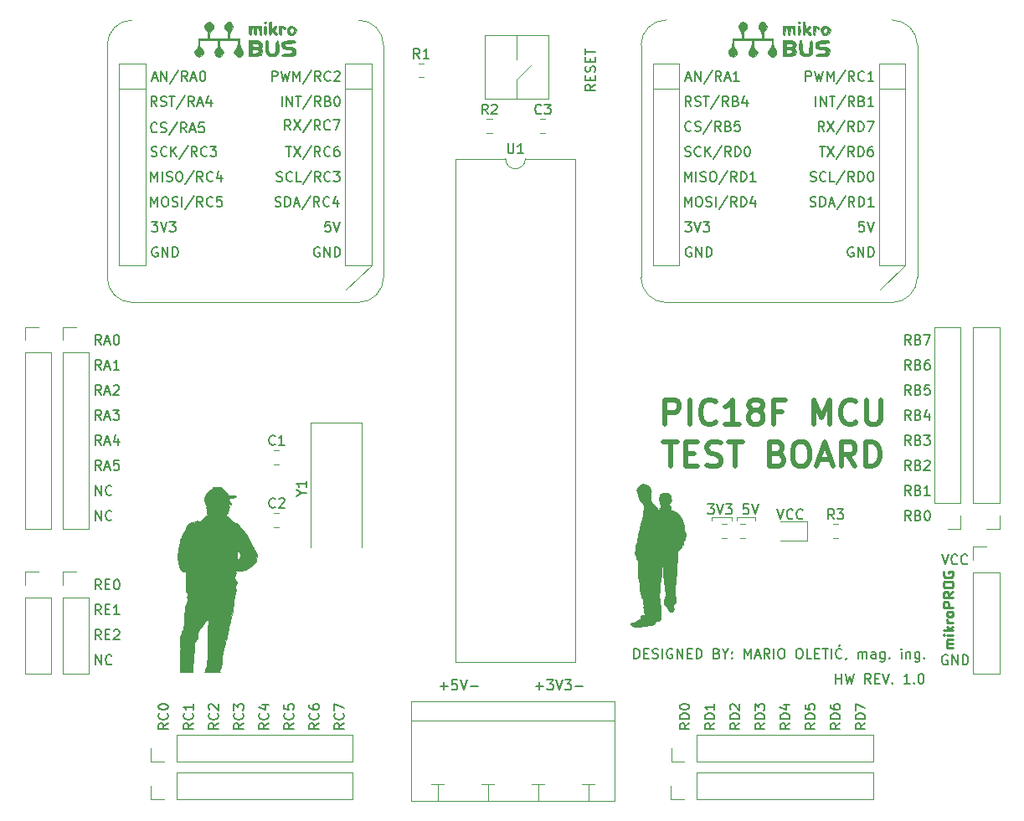
<source format=gbr>
G04 #@! TF.GenerationSoftware,KiCad,Pcbnew,(5.1.5)-3*
G04 #@! TF.CreationDate,2020-07-01T12:58:20+02:00*
G04 #@! TF.ProjectId,PIC18F45K22 Board,50494331-3846-4343-954b-323220426f61,rev?*
G04 #@! TF.SameCoordinates,Original*
G04 #@! TF.FileFunction,Legend,Top*
G04 #@! TF.FilePolarity,Positive*
%FSLAX46Y46*%
G04 Gerber Fmt 4.6, Leading zero omitted, Abs format (unit mm)*
G04 Created by KiCad (PCBNEW (5.1.5)-3) date 2020-07-01 12:58:20*
%MOMM*%
%LPD*%
G04 APERTURE LIST*
%ADD10C,0.150000*%
%ADD11C,0.120000*%
%ADD12C,0.220000*%
%ADD13C,0.500000*%
%ADD14C,0.010000*%
G04 APERTURE END LIST*
D10*
X112333333Y-135072380D02*
X112333333Y-134072380D01*
X112571428Y-134072380D01*
X112714285Y-134120000D01*
X112809523Y-134215238D01*
X112857142Y-134310476D01*
X112904761Y-134500952D01*
X112904761Y-134643809D01*
X112857142Y-134834285D01*
X112809523Y-134929523D01*
X112714285Y-135024761D01*
X112571428Y-135072380D01*
X112333333Y-135072380D01*
X113333333Y-134548571D02*
X113666666Y-134548571D01*
X113809523Y-135072380D02*
X113333333Y-135072380D01*
X113333333Y-134072380D01*
X113809523Y-134072380D01*
X114190476Y-135024761D02*
X114333333Y-135072380D01*
X114571428Y-135072380D01*
X114666666Y-135024761D01*
X114714285Y-134977142D01*
X114761904Y-134881904D01*
X114761904Y-134786666D01*
X114714285Y-134691428D01*
X114666666Y-134643809D01*
X114571428Y-134596190D01*
X114380952Y-134548571D01*
X114285714Y-134500952D01*
X114238095Y-134453333D01*
X114190476Y-134358095D01*
X114190476Y-134262857D01*
X114238095Y-134167619D01*
X114285714Y-134120000D01*
X114380952Y-134072380D01*
X114619047Y-134072380D01*
X114761904Y-134120000D01*
X115190476Y-135072380D02*
X115190476Y-134072380D01*
X116190476Y-134120000D02*
X116095238Y-134072380D01*
X115952380Y-134072380D01*
X115809523Y-134120000D01*
X115714285Y-134215238D01*
X115666666Y-134310476D01*
X115619047Y-134500952D01*
X115619047Y-134643809D01*
X115666666Y-134834285D01*
X115714285Y-134929523D01*
X115809523Y-135024761D01*
X115952380Y-135072380D01*
X116047619Y-135072380D01*
X116190476Y-135024761D01*
X116238095Y-134977142D01*
X116238095Y-134643809D01*
X116047619Y-134643809D01*
X116666666Y-135072380D02*
X116666666Y-134072380D01*
X117238095Y-135072380D01*
X117238095Y-134072380D01*
X117714285Y-134548571D02*
X118047619Y-134548571D01*
X118190476Y-135072380D02*
X117714285Y-135072380D01*
X117714285Y-134072380D01*
X118190476Y-134072380D01*
X118619047Y-135072380D02*
X118619047Y-134072380D01*
X118857142Y-134072380D01*
X119000000Y-134120000D01*
X119095238Y-134215238D01*
X119142857Y-134310476D01*
X119190476Y-134500952D01*
X119190476Y-134643809D01*
X119142857Y-134834285D01*
X119095238Y-134929523D01*
X119000000Y-135024761D01*
X118857142Y-135072380D01*
X118619047Y-135072380D01*
X120714285Y-134548571D02*
X120857142Y-134596190D01*
X120904761Y-134643809D01*
X120952380Y-134739047D01*
X120952380Y-134881904D01*
X120904761Y-134977142D01*
X120857142Y-135024761D01*
X120761904Y-135072380D01*
X120380952Y-135072380D01*
X120380952Y-134072380D01*
X120714285Y-134072380D01*
X120809523Y-134120000D01*
X120857142Y-134167619D01*
X120904761Y-134262857D01*
X120904761Y-134358095D01*
X120857142Y-134453333D01*
X120809523Y-134500952D01*
X120714285Y-134548571D01*
X120380952Y-134548571D01*
X121571428Y-134596190D02*
X121571428Y-135072380D01*
X121238095Y-134072380D02*
X121571428Y-134596190D01*
X121904761Y-134072380D01*
X122238095Y-134977142D02*
X122285714Y-135024761D01*
X122238095Y-135072380D01*
X122190476Y-135024761D01*
X122238095Y-134977142D01*
X122238095Y-135072380D01*
X122238095Y-134453333D02*
X122285714Y-134500952D01*
X122238095Y-134548571D01*
X122190476Y-134500952D01*
X122238095Y-134453333D01*
X122238095Y-134548571D01*
X123476190Y-135072380D02*
X123476190Y-134072380D01*
X123809523Y-134786666D01*
X124142857Y-134072380D01*
X124142857Y-135072380D01*
X124571428Y-134786666D02*
X125047619Y-134786666D01*
X124476190Y-135072380D02*
X124809523Y-134072380D01*
X125142857Y-135072380D01*
X126047619Y-135072380D02*
X125714285Y-134596190D01*
X125476190Y-135072380D02*
X125476190Y-134072380D01*
X125857142Y-134072380D01*
X125952380Y-134120000D01*
X126000000Y-134167619D01*
X126047619Y-134262857D01*
X126047619Y-134405714D01*
X126000000Y-134500952D01*
X125952380Y-134548571D01*
X125857142Y-134596190D01*
X125476190Y-134596190D01*
X126476190Y-135072380D02*
X126476190Y-134072380D01*
X127142857Y-134072380D02*
X127333333Y-134072380D01*
X127428571Y-134120000D01*
X127523809Y-134215238D01*
X127571428Y-134405714D01*
X127571428Y-134739047D01*
X127523809Y-134929523D01*
X127428571Y-135024761D01*
X127333333Y-135072380D01*
X127142857Y-135072380D01*
X127047619Y-135024761D01*
X126952380Y-134929523D01*
X126904761Y-134739047D01*
X126904761Y-134405714D01*
X126952380Y-134215238D01*
X127047619Y-134120000D01*
X127142857Y-134072380D01*
X128952380Y-134072380D02*
X129142857Y-134072380D01*
X129238095Y-134120000D01*
X129333333Y-134215238D01*
X129380952Y-134405714D01*
X129380952Y-134739047D01*
X129333333Y-134929523D01*
X129238095Y-135024761D01*
X129142857Y-135072380D01*
X128952380Y-135072380D01*
X128857142Y-135024761D01*
X128761904Y-134929523D01*
X128714285Y-134739047D01*
X128714285Y-134405714D01*
X128761904Y-134215238D01*
X128857142Y-134120000D01*
X128952380Y-134072380D01*
X130285714Y-135072380D02*
X129809523Y-135072380D01*
X129809523Y-134072380D01*
X130619047Y-134548571D02*
X130952380Y-134548571D01*
X131095238Y-135072380D02*
X130619047Y-135072380D01*
X130619047Y-134072380D01*
X131095238Y-134072380D01*
X131380952Y-134072380D02*
X131952380Y-134072380D01*
X131666666Y-135072380D02*
X131666666Y-134072380D01*
X132285714Y-135072380D02*
X132285714Y-134072380D01*
X133333333Y-134977142D02*
X133285714Y-135024761D01*
X133142857Y-135072380D01*
X133047619Y-135072380D01*
X132904761Y-135024761D01*
X132809523Y-134929523D01*
X132761904Y-134834285D01*
X132714285Y-134643809D01*
X132714285Y-134500952D01*
X132761904Y-134310476D01*
X132809523Y-134215238D01*
X132904761Y-134120000D01*
X133047619Y-134072380D01*
X133142857Y-134072380D01*
X133285714Y-134120000D01*
X133333333Y-134167619D01*
X133190476Y-133691428D02*
X133047619Y-133834285D01*
X133809523Y-135024761D02*
X133809523Y-135072380D01*
X133761904Y-135167619D01*
X133714285Y-135215238D01*
X135000000Y-135072380D02*
X135000000Y-134405714D01*
X135000000Y-134500952D02*
X135047619Y-134453333D01*
X135142857Y-134405714D01*
X135285714Y-134405714D01*
X135380952Y-134453333D01*
X135428571Y-134548571D01*
X135428571Y-135072380D01*
X135428571Y-134548571D02*
X135476190Y-134453333D01*
X135571428Y-134405714D01*
X135714285Y-134405714D01*
X135809523Y-134453333D01*
X135857142Y-134548571D01*
X135857142Y-135072380D01*
X136761904Y-135072380D02*
X136761904Y-134548571D01*
X136714285Y-134453333D01*
X136619047Y-134405714D01*
X136428571Y-134405714D01*
X136333333Y-134453333D01*
X136761904Y-135024761D02*
X136666666Y-135072380D01*
X136428571Y-135072380D01*
X136333333Y-135024761D01*
X136285714Y-134929523D01*
X136285714Y-134834285D01*
X136333333Y-134739047D01*
X136428571Y-134691428D01*
X136666666Y-134691428D01*
X136761904Y-134643809D01*
X137666666Y-134405714D02*
X137666666Y-135215238D01*
X137619047Y-135310476D01*
X137571428Y-135358095D01*
X137476190Y-135405714D01*
X137333333Y-135405714D01*
X137238095Y-135358095D01*
X137666666Y-135024761D02*
X137571428Y-135072380D01*
X137380952Y-135072380D01*
X137285714Y-135024761D01*
X137238095Y-134977142D01*
X137190476Y-134881904D01*
X137190476Y-134596190D01*
X137238095Y-134500952D01*
X137285714Y-134453333D01*
X137380952Y-134405714D01*
X137571428Y-134405714D01*
X137666666Y-134453333D01*
X138142857Y-134977142D02*
X138190476Y-135024761D01*
X138142857Y-135072380D01*
X138095238Y-135024761D01*
X138142857Y-134977142D01*
X138142857Y-135072380D01*
X139380952Y-135072380D02*
X139380952Y-134405714D01*
X139380952Y-134072380D02*
X139333333Y-134120000D01*
X139380952Y-134167619D01*
X139428571Y-134120000D01*
X139380952Y-134072380D01*
X139380952Y-134167619D01*
X139857142Y-134405714D02*
X139857142Y-135072380D01*
X139857142Y-134500952D02*
X139904761Y-134453333D01*
X140000000Y-134405714D01*
X140142857Y-134405714D01*
X140238095Y-134453333D01*
X140285714Y-134548571D01*
X140285714Y-135072380D01*
X141190476Y-134405714D02*
X141190476Y-135215238D01*
X141142857Y-135310476D01*
X141095238Y-135358095D01*
X141000000Y-135405714D01*
X140857142Y-135405714D01*
X140761904Y-135358095D01*
X141190476Y-135024761D02*
X141095238Y-135072380D01*
X140904761Y-135072380D01*
X140809523Y-135024761D01*
X140761904Y-134977142D01*
X140714285Y-134881904D01*
X140714285Y-134596190D01*
X140761904Y-134500952D01*
X140809523Y-134453333D01*
X140904761Y-134405714D01*
X141095238Y-134405714D01*
X141190476Y-134453333D01*
X141666666Y-134977142D02*
X141714285Y-135024761D01*
X141666666Y-135072380D01*
X141619047Y-135024761D01*
X141666666Y-134977142D01*
X141666666Y-135072380D01*
X132731428Y-137612380D02*
X132731428Y-136612380D01*
X132731428Y-137088571D02*
X133302857Y-137088571D01*
X133302857Y-137612380D02*
X133302857Y-136612380D01*
X133683809Y-136612380D02*
X133921904Y-137612380D01*
X134112380Y-136898095D01*
X134302857Y-137612380D01*
X134540952Y-136612380D01*
X136255238Y-137612380D02*
X135921904Y-137136190D01*
X135683809Y-137612380D02*
X135683809Y-136612380D01*
X136064761Y-136612380D01*
X136160000Y-136660000D01*
X136207619Y-136707619D01*
X136255238Y-136802857D01*
X136255238Y-136945714D01*
X136207619Y-137040952D01*
X136160000Y-137088571D01*
X136064761Y-137136190D01*
X135683809Y-137136190D01*
X136683809Y-137088571D02*
X137017142Y-137088571D01*
X137160000Y-137612380D02*
X136683809Y-137612380D01*
X136683809Y-136612380D01*
X137160000Y-136612380D01*
X137445714Y-136612380D02*
X137779047Y-137612380D01*
X138112380Y-136612380D01*
X138445714Y-137517142D02*
X138493333Y-137564761D01*
X138445714Y-137612380D01*
X138398095Y-137564761D01*
X138445714Y-137517142D01*
X138445714Y-137612380D01*
X140207619Y-137612380D02*
X139636190Y-137612380D01*
X139921904Y-137612380D02*
X139921904Y-136612380D01*
X139826666Y-136755238D01*
X139731428Y-136850476D01*
X139636190Y-136898095D01*
X140636190Y-137517142D02*
X140683809Y-137564761D01*
X140636190Y-137612380D01*
X140588571Y-137564761D01*
X140636190Y-137517142D01*
X140636190Y-137612380D01*
X141302857Y-136612380D02*
X141398095Y-136612380D01*
X141493333Y-136660000D01*
X141540952Y-136707619D01*
X141588571Y-136802857D01*
X141636190Y-136993333D01*
X141636190Y-137231428D01*
X141588571Y-137421904D01*
X141540952Y-137517142D01*
X141493333Y-137564761D01*
X141398095Y-137612380D01*
X141302857Y-137612380D01*
X141207619Y-137564761D01*
X141160000Y-137517142D01*
X141112380Y-137421904D01*
X141064761Y-137231428D01*
X141064761Y-136993333D01*
X141112380Y-136802857D01*
X141160000Y-136707619D01*
X141207619Y-136660000D01*
X141302857Y-136612380D01*
X129691238Y-76652380D02*
X129691238Y-75652380D01*
X130072190Y-75652380D01*
X130167428Y-75700000D01*
X130215047Y-75747619D01*
X130262666Y-75842857D01*
X130262666Y-75985714D01*
X130215047Y-76080952D01*
X130167428Y-76128571D01*
X130072190Y-76176190D01*
X129691238Y-76176190D01*
X130596000Y-75652380D02*
X130834095Y-76652380D01*
X131024571Y-75938095D01*
X131215047Y-76652380D01*
X131453142Y-75652380D01*
X131834095Y-76652380D02*
X131834095Y-75652380D01*
X132167428Y-76366666D01*
X132500761Y-75652380D01*
X132500761Y-76652380D01*
X133691238Y-75604761D02*
X132834095Y-76890476D01*
X134596000Y-76652380D02*
X134262666Y-76176190D01*
X134024571Y-76652380D02*
X134024571Y-75652380D01*
X134405523Y-75652380D01*
X134500761Y-75700000D01*
X134548380Y-75747619D01*
X134596000Y-75842857D01*
X134596000Y-75985714D01*
X134548380Y-76080952D01*
X134500761Y-76128571D01*
X134405523Y-76176190D01*
X134024571Y-76176190D01*
X135596000Y-76557142D02*
X135548380Y-76604761D01*
X135405523Y-76652380D01*
X135310285Y-76652380D01*
X135167428Y-76604761D01*
X135072190Y-76509523D01*
X135024571Y-76414285D01*
X134976952Y-76223809D01*
X134976952Y-76080952D01*
X135024571Y-75890476D01*
X135072190Y-75795238D01*
X135167428Y-75700000D01*
X135310285Y-75652380D01*
X135405523Y-75652380D01*
X135548380Y-75700000D01*
X135596000Y-75747619D01*
X136548380Y-76652380D02*
X135976952Y-76652380D01*
X136262666Y-76652380D02*
X136262666Y-75652380D01*
X136167428Y-75795238D01*
X136072190Y-75890476D01*
X135976952Y-75938095D01*
X130699238Y-79192380D02*
X130699238Y-78192380D01*
X131175428Y-79192380D02*
X131175428Y-78192380D01*
X131746857Y-79192380D01*
X131746857Y-78192380D01*
X132080190Y-78192380D02*
X132651619Y-78192380D01*
X132365904Y-79192380D02*
X132365904Y-78192380D01*
X133699238Y-78144761D02*
X132842095Y-79430476D01*
X134604000Y-79192380D02*
X134270666Y-78716190D01*
X134032571Y-79192380D02*
X134032571Y-78192380D01*
X134413523Y-78192380D01*
X134508761Y-78240000D01*
X134556380Y-78287619D01*
X134604000Y-78382857D01*
X134604000Y-78525714D01*
X134556380Y-78620952D01*
X134508761Y-78668571D01*
X134413523Y-78716190D01*
X134032571Y-78716190D01*
X135365904Y-78668571D02*
X135508761Y-78716190D01*
X135556380Y-78763809D01*
X135604000Y-78859047D01*
X135604000Y-79001904D01*
X135556380Y-79097142D01*
X135508761Y-79144761D01*
X135413523Y-79192380D01*
X135032571Y-79192380D01*
X135032571Y-78192380D01*
X135365904Y-78192380D01*
X135461142Y-78240000D01*
X135508761Y-78287619D01*
X135556380Y-78382857D01*
X135556380Y-78478095D01*
X135508761Y-78573333D01*
X135461142Y-78620952D01*
X135365904Y-78668571D01*
X135032571Y-78668571D01*
X136556380Y-79192380D02*
X135984952Y-79192380D01*
X136270666Y-79192380D02*
X136270666Y-78192380D01*
X136175428Y-78335238D01*
X136080190Y-78430476D01*
X135984952Y-78478095D01*
X131564333Y-81732380D02*
X131231000Y-81256190D01*
X130992904Y-81732380D02*
X130992904Y-80732380D01*
X131373857Y-80732380D01*
X131469095Y-80780000D01*
X131516714Y-80827619D01*
X131564333Y-80922857D01*
X131564333Y-81065714D01*
X131516714Y-81160952D01*
X131469095Y-81208571D01*
X131373857Y-81256190D01*
X130992904Y-81256190D01*
X131897666Y-80732380D02*
X132564333Y-81732380D01*
X132564333Y-80732380D02*
X131897666Y-81732380D01*
X133659571Y-80684761D02*
X132802428Y-81970476D01*
X134564333Y-81732380D02*
X134231000Y-81256190D01*
X133992904Y-81732380D02*
X133992904Y-80732380D01*
X134373857Y-80732380D01*
X134469095Y-80780000D01*
X134516714Y-80827619D01*
X134564333Y-80922857D01*
X134564333Y-81065714D01*
X134516714Y-81160952D01*
X134469095Y-81208571D01*
X134373857Y-81256190D01*
X133992904Y-81256190D01*
X134992904Y-81732380D02*
X134992904Y-80732380D01*
X135231000Y-80732380D01*
X135373857Y-80780000D01*
X135469095Y-80875238D01*
X135516714Y-80970476D01*
X135564333Y-81160952D01*
X135564333Y-81303809D01*
X135516714Y-81494285D01*
X135469095Y-81589523D01*
X135373857Y-81684761D01*
X135231000Y-81732380D01*
X134992904Y-81732380D01*
X135897666Y-80732380D02*
X136564333Y-80732380D01*
X136135761Y-81732380D01*
X131096095Y-83272380D02*
X131667523Y-83272380D01*
X131381809Y-84272380D02*
X131381809Y-83272380D01*
X131905619Y-83272380D02*
X132572285Y-84272380D01*
X132572285Y-83272380D02*
X131905619Y-84272380D01*
X133667523Y-83224761D02*
X132810380Y-84510476D01*
X134572285Y-84272380D02*
X134238952Y-83796190D01*
X134000857Y-84272380D02*
X134000857Y-83272380D01*
X134381809Y-83272380D01*
X134477047Y-83320000D01*
X134524666Y-83367619D01*
X134572285Y-83462857D01*
X134572285Y-83605714D01*
X134524666Y-83700952D01*
X134477047Y-83748571D01*
X134381809Y-83796190D01*
X134000857Y-83796190D01*
X135000857Y-84272380D02*
X135000857Y-83272380D01*
X135238952Y-83272380D01*
X135381809Y-83320000D01*
X135477047Y-83415238D01*
X135524666Y-83510476D01*
X135572285Y-83700952D01*
X135572285Y-83843809D01*
X135524666Y-84034285D01*
X135477047Y-84129523D01*
X135381809Y-84224761D01*
X135238952Y-84272380D01*
X135000857Y-84272380D01*
X136429428Y-83272380D02*
X136238952Y-83272380D01*
X136143714Y-83320000D01*
X136096095Y-83367619D01*
X136000857Y-83510476D01*
X135953238Y-83700952D01*
X135953238Y-84081904D01*
X136000857Y-84177142D01*
X136048476Y-84224761D01*
X136143714Y-84272380D01*
X136334190Y-84272380D01*
X136429428Y-84224761D01*
X136477047Y-84177142D01*
X136524666Y-84081904D01*
X136524666Y-83843809D01*
X136477047Y-83748571D01*
X136429428Y-83700952D01*
X136334190Y-83653333D01*
X136143714Y-83653333D01*
X136048476Y-83700952D01*
X136000857Y-83748571D01*
X135953238Y-83843809D01*
X130159523Y-86764761D02*
X130302380Y-86812380D01*
X130540476Y-86812380D01*
X130635714Y-86764761D01*
X130683333Y-86717142D01*
X130730952Y-86621904D01*
X130730952Y-86526666D01*
X130683333Y-86431428D01*
X130635714Y-86383809D01*
X130540476Y-86336190D01*
X130350000Y-86288571D01*
X130254761Y-86240952D01*
X130207142Y-86193333D01*
X130159523Y-86098095D01*
X130159523Y-86002857D01*
X130207142Y-85907619D01*
X130254761Y-85860000D01*
X130350000Y-85812380D01*
X130588095Y-85812380D01*
X130730952Y-85860000D01*
X131730952Y-86717142D02*
X131683333Y-86764761D01*
X131540476Y-86812380D01*
X131445238Y-86812380D01*
X131302380Y-86764761D01*
X131207142Y-86669523D01*
X131159523Y-86574285D01*
X131111904Y-86383809D01*
X131111904Y-86240952D01*
X131159523Y-86050476D01*
X131207142Y-85955238D01*
X131302380Y-85860000D01*
X131445238Y-85812380D01*
X131540476Y-85812380D01*
X131683333Y-85860000D01*
X131730952Y-85907619D01*
X132635714Y-86812380D02*
X132159523Y-86812380D01*
X132159523Y-85812380D01*
X133683333Y-85764761D02*
X132826190Y-87050476D01*
X134588095Y-86812380D02*
X134254761Y-86336190D01*
X134016666Y-86812380D02*
X134016666Y-85812380D01*
X134397619Y-85812380D01*
X134492857Y-85860000D01*
X134540476Y-85907619D01*
X134588095Y-86002857D01*
X134588095Y-86145714D01*
X134540476Y-86240952D01*
X134492857Y-86288571D01*
X134397619Y-86336190D01*
X134016666Y-86336190D01*
X135016666Y-86812380D02*
X135016666Y-85812380D01*
X135254761Y-85812380D01*
X135397619Y-85860000D01*
X135492857Y-85955238D01*
X135540476Y-86050476D01*
X135588095Y-86240952D01*
X135588095Y-86383809D01*
X135540476Y-86574285D01*
X135492857Y-86669523D01*
X135397619Y-86764761D01*
X135254761Y-86812380D01*
X135016666Y-86812380D01*
X136207142Y-85812380D02*
X136302380Y-85812380D01*
X136397619Y-85860000D01*
X136445238Y-85907619D01*
X136492857Y-86002857D01*
X136540476Y-86193333D01*
X136540476Y-86431428D01*
X136492857Y-86621904D01*
X136445238Y-86717142D01*
X136397619Y-86764761D01*
X136302380Y-86812380D01*
X136207142Y-86812380D01*
X136111904Y-86764761D01*
X136064285Y-86717142D01*
X136016666Y-86621904D01*
X135969047Y-86431428D01*
X135969047Y-86193333D01*
X136016666Y-86002857D01*
X136064285Y-85907619D01*
X136111904Y-85860000D01*
X136207142Y-85812380D01*
X130135714Y-89304761D02*
X130278571Y-89352380D01*
X130516666Y-89352380D01*
X130611904Y-89304761D01*
X130659523Y-89257142D01*
X130707142Y-89161904D01*
X130707142Y-89066666D01*
X130659523Y-88971428D01*
X130611904Y-88923809D01*
X130516666Y-88876190D01*
X130326190Y-88828571D01*
X130230952Y-88780952D01*
X130183333Y-88733333D01*
X130135714Y-88638095D01*
X130135714Y-88542857D01*
X130183333Y-88447619D01*
X130230952Y-88400000D01*
X130326190Y-88352380D01*
X130564285Y-88352380D01*
X130707142Y-88400000D01*
X131135714Y-89352380D02*
X131135714Y-88352380D01*
X131373809Y-88352380D01*
X131516666Y-88400000D01*
X131611904Y-88495238D01*
X131659523Y-88590476D01*
X131707142Y-88780952D01*
X131707142Y-88923809D01*
X131659523Y-89114285D01*
X131611904Y-89209523D01*
X131516666Y-89304761D01*
X131373809Y-89352380D01*
X131135714Y-89352380D01*
X132088095Y-89066666D02*
X132564285Y-89066666D01*
X131992857Y-89352380D02*
X132326190Y-88352380D01*
X132659523Y-89352380D01*
X133707142Y-88304761D02*
X132850000Y-89590476D01*
X134611904Y-89352380D02*
X134278571Y-88876190D01*
X134040476Y-89352380D02*
X134040476Y-88352380D01*
X134421428Y-88352380D01*
X134516666Y-88400000D01*
X134564285Y-88447619D01*
X134611904Y-88542857D01*
X134611904Y-88685714D01*
X134564285Y-88780952D01*
X134516666Y-88828571D01*
X134421428Y-88876190D01*
X134040476Y-88876190D01*
X135040476Y-89352380D02*
X135040476Y-88352380D01*
X135278571Y-88352380D01*
X135421428Y-88400000D01*
X135516666Y-88495238D01*
X135564285Y-88590476D01*
X135611904Y-88780952D01*
X135611904Y-88923809D01*
X135564285Y-89114285D01*
X135516666Y-89209523D01*
X135421428Y-89304761D01*
X135278571Y-89352380D01*
X135040476Y-89352380D01*
X136564285Y-89352380D02*
X135992857Y-89352380D01*
X136278571Y-89352380D02*
X136278571Y-88352380D01*
X136183333Y-88495238D01*
X136088095Y-88590476D01*
X135992857Y-88638095D01*
X135572523Y-90892380D02*
X135096333Y-90892380D01*
X135048714Y-91368571D01*
X135096333Y-91320952D01*
X135191571Y-91273333D01*
X135429666Y-91273333D01*
X135524904Y-91320952D01*
X135572523Y-91368571D01*
X135620142Y-91463809D01*
X135620142Y-91701904D01*
X135572523Y-91797142D01*
X135524904Y-91844761D01*
X135429666Y-91892380D01*
X135191571Y-91892380D01*
X135096333Y-91844761D01*
X135048714Y-91797142D01*
X135905857Y-90892380D02*
X136239190Y-91892380D01*
X136572523Y-90892380D01*
X134493095Y-93480000D02*
X134397857Y-93432380D01*
X134255000Y-93432380D01*
X134112142Y-93480000D01*
X134016904Y-93575238D01*
X133969285Y-93670476D01*
X133921666Y-93860952D01*
X133921666Y-94003809D01*
X133969285Y-94194285D01*
X134016904Y-94289523D01*
X134112142Y-94384761D01*
X134255000Y-94432380D01*
X134350238Y-94432380D01*
X134493095Y-94384761D01*
X134540714Y-94337142D01*
X134540714Y-94003809D01*
X134350238Y-94003809D01*
X134969285Y-94432380D02*
X134969285Y-93432380D01*
X135540714Y-94432380D01*
X135540714Y-93432380D01*
X136016904Y-94432380D02*
X136016904Y-93432380D01*
X136255000Y-93432380D01*
X136397857Y-93480000D01*
X136493095Y-93575238D01*
X136540714Y-93670476D01*
X136588333Y-93860952D01*
X136588333Y-94003809D01*
X136540714Y-94194285D01*
X136493095Y-94289523D01*
X136397857Y-94384761D01*
X136255000Y-94432380D01*
X136016904Y-94432380D01*
X118110095Y-93480000D02*
X118014857Y-93432380D01*
X117872000Y-93432380D01*
X117729142Y-93480000D01*
X117633904Y-93575238D01*
X117586285Y-93670476D01*
X117538666Y-93860952D01*
X117538666Y-94003809D01*
X117586285Y-94194285D01*
X117633904Y-94289523D01*
X117729142Y-94384761D01*
X117872000Y-94432380D01*
X117967238Y-94432380D01*
X118110095Y-94384761D01*
X118157714Y-94337142D01*
X118157714Y-94003809D01*
X117967238Y-94003809D01*
X118586285Y-94432380D02*
X118586285Y-93432380D01*
X119157714Y-94432380D01*
X119157714Y-93432380D01*
X119633904Y-94432380D02*
X119633904Y-93432380D01*
X119872000Y-93432380D01*
X120014857Y-93480000D01*
X120110095Y-93575238D01*
X120157714Y-93670476D01*
X120205333Y-93860952D01*
X120205333Y-94003809D01*
X120157714Y-94194285D01*
X120110095Y-94289523D01*
X120014857Y-94384761D01*
X119872000Y-94432380D01*
X119633904Y-94432380D01*
X117506904Y-90892380D02*
X118125952Y-90892380D01*
X117792619Y-91273333D01*
X117935476Y-91273333D01*
X118030714Y-91320952D01*
X118078333Y-91368571D01*
X118125952Y-91463809D01*
X118125952Y-91701904D01*
X118078333Y-91797142D01*
X118030714Y-91844761D01*
X117935476Y-91892380D01*
X117649761Y-91892380D01*
X117554523Y-91844761D01*
X117506904Y-91797142D01*
X118411666Y-90892380D02*
X118745000Y-91892380D01*
X119078333Y-90892380D01*
X119316428Y-90892380D02*
X119935476Y-90892380D01*
X119602142Y-91273333D01*
X119745000Y-91273333D01*
X119840238Y-91320952D01*
X119887857Y-91368571D01*
X119935476Y-91463809D01*
X119935476Y-91701904D01*
X119887857Y-91797142D01*
X119840238Y-91844761D01*
X119745000Y-91892380D01*
X119459285Y-91892380D01*
X119364047Y-91844761D01*
X119316428Y-91797142D01*
X117459571Y-89352380D02*
X117459571Y-88352380D01*
X117792904Y-89066666D01*
X118126238Y-88352380D01*
X118126238Y-89352380D01*
X118792904Y-88352380D02*
X118983380Y-88352380D01*
X119078619Y-88400000D01*
X119173857Y-88495238D01*
X119221476Y-88685714D01*
X119221476Y-89019047D01*
X119173857Y-89209523D01*
X119078619Y-89304761D01*
X118983380Y-89352380D01*
X118792904Y-89352380D01*
X118697666Y-89304761D01*
X118602428Y-89209523D01*
X118554809Y-89019047D01*
X118554809Y-88685714D01*
X118602428Y-88495238D01*
X118697666Y-88400000D01*
X118792904Y-88352380D01*
X119602428Y-89304761D02*
X119745285Y-89352380D01*
X119983380Y-89352380D01*
X120078619Y-89304761D01*
X120126238Y-89257142D01*
X120173857Y-89161904D01*
X120173857Y-89066666D01*
X120126238Y-88971428D01*
X120078619Y-88923809D01*
X119983380Y-88876190D01*
X119792904Y-88828571D01*
X119697666Y-88780952D01*
X119650047Y-88733333D01*
X119602428Y-88638095D01*
X119602428Y-88542857D01*
X119650047Y-88447619D01*
X119697666Y-88400000D01*
X119792904Y-88352380D01*
X120031000Y-88352380D01*
X120173857Y-88400000D01*
X120602428Y-89352380D02*
X120602428Y-88352380D01*
X121792904Y-88304761D02*
X120935761Y-89590476D01*
X122697666Y-89352380D02*
X122364333Y-88876190D01*
X122126238Y-89352380D02*
X122126238Y-88352380D01*
X122507190Y-88352380D01*
X122602428Y-88400000D01*
X122650047Y-88447619D01*
X122697666Y-88542857D01*
X122697666Y-88685714D01*
X122650047Y-88780952D01*
X122602428Y-88828571D01*
X122507190Y-88876190D01*
X122126238Y-88876190D01*
X123126238Y-89352380D02*
X123126238Y-88352380D01*
X123364333Y-88352380D01*
X123507190Y-88400000D01*
X123602428Y-88495238D01*
X123650047Y-88590476D01*
X123697666Y-88780952D01*
X123697666Y-88923809D01*
X123650047Y-89114285D01*
X123602428Y-89209523D01*
X123507190Y-89304761D01*
X123364333Y-89352380D01*
X123126238Y-89352380D01*
X124554809Y-88685714D02*
X124554809Y-89352380D01*
X124316714Y-88304761D02*
X124078619Y-89019047D01*
X124697666Y-89019047D01*
X117459571Y-86812380D02*
X117459571Y-85812380D01*
X117792904Y-86526666D01*
X118126238Y-85812380D01*
X118126238Y-86812380D01*
X118602428Y-86812380D02*
X118602428Y-85812380D01*
X119031000Y-86764761D02*
X119173857Y-86812380D01*
X119411952Y-86812380D01*
X119507190Y-86764761D01*
X119554809Y-86717142D01*
X119602428Y-86621904D01*
X119602428Y-86526666D01*
X119554809Y-86431428D01*
X119507190Y-86383809D01*
X119411952Y-86336190D01*
X119221476Y-86288571D01*
X119126238Y-86240952D01*
X119078619Y-86193333D01*
X119031000Y-86098095D01*
X119031000Y-86002857D01*
X119078619Y-85907619D01*
X119126238Y-85860000D01*
X119221476Y-85812380D01*
X119459571Y-85812380D01*
X119602428Y-85860000D01*
X120221476Y-85812380D02*
X120411952Y-85812380D01*
X120507190Y-85860000D01*
X120602428Y-85955238D01*
X120650047Y-86145714D01*
X120650047Y-86479047D01*
X120602428Y-86669523D01*
X120507190Y-86764761D01*
X120411952Y-86812380D01*
X120221476Y-86812380D01*
X120126238Y-86764761D01*
X120031000Y-86669523D01*
X119983380Y-86479047D01*
X119983380Y-86145714D01*
X120031000Y-85955238D01*
X120126238Y-85860000D01*
X120221476Y-85812380D01*
X121792904Y-85764761D02*
X120935761Y-87050476D01*
X122697666Y-86812380D02*
X122364333Y-86336190D01*
X122126238Y-86812380D02*
X122126238Y-85812380D01*
X122507190Y-85812380D01*
X122602428Y-85860000D01*
X122650047Y-85907619D01*
X122697666Y-86002857D01*
X122697666Y-86145714D01*
X122650047Y-86240952D01*
X122602428Y-86288571D01*
X122507190Y-86336190D01*
X122126238Y-86336190D01*
X123126238Y-86812380D02*
X123126238Y-85812380D01*
X123364333Y-85812380D01*
X123507190Y-85860000D01*
X123602428Y-85955238D01*
X123650047Y-86050476D01*
X123697666Y-86240952D01*
X123697666Y-86383809D01*
X123650047Y-86574285D01*
X123602428Y-86669523D01*
X123507190Y-86764761D01*
X123364333Y-86812380D01*
X123126238Y-86812380D01*
X124650047Y-86812380D02*
X124078619Y-86812380D01*
X124364333Y-86812380D02*
X124364333Y-85812380D01*
X124269095Y-85955238D01*
X124173857Y-86050476D01*
X124078619Y-86098095D01*
X117491285Y-84224761D02*
X117634142Y-84272380D01*
X117872238Y-84272380D01*
X117967476Y-84224761D01*
X118015095Y-84177142D01*
X118062714Y-84081904D01*
X118062714Y-83986666D01*
X118015095Y-83891428D01*
X117967476Y-83843809D01*
X117872238Y-83796190D01*
X117681761Y-83748571D01*
X117586523Y-83700952D01*
X117538904Y-83653333D01*
X117491285Y-83558095D01*
X117491285Y-83462857D01*
X117538904Y-83367619D01*
X117586523Y-83320000D01*
X117681761Y-83272380D01*
X117919857Y-83272380D01*
X118062714Y-83320000D01*
X119062714Y-84177142D02*
X119015095Y-84224761D01*
X118872238Y-84272380D01*
X118777000Y-84272380D01*
X118634142Y-84224761D01*
X118538904Y-84129523D01*
X118491285Y-84034285D01*
X118443666Y-83843809D01*
X118443666Y-83700952D01*
X118491285Y-83510476D01*
X118538904Y-83415238D01*
X118634142Y-83320000D01*
X118777000Y-83272380D01*
X118872238Y-83272380D01*
X119015095Y-83320000D01*
X119062714Y-83367619D01*
X119491285Y-84272380D02*
X119491285Y-83272380D01*
X120062714Y-84272380D02*
X119634142Y-83700952D01*
X120062714Y-83272380D02*
X119491285Y-83843809D01*
X121205571Y-83224761D02*
X120348428Y-84510476D01*
X122110333Y-84272380D02*
X121777000Y-83796190D01*
X121538904Y-84272380D02*
X121538904Y-83272380D01*
X121919857Y-83272380D01*
X122015095Y-83320000D01*
X122062714Y-83367619D01*
X122110333Y-83462857D01*
X122110333Y-83605714D01*
X122062714Y-83700952D01*
X122015095Y-83748571D01*
X121919857Y-83796190D01*
X121538904Y-83796190D01*
X122538904Y-84272380D02*
X122538904Y-83272380D01*
X122777000Y-83272380D01*
X122919857Y-83320000D01*
X123015095Y-83415238D01*
X123062714Y-83510476D01*
X123110333Y-83700952D01*
X123110333Y-83843809D01*
X123062714Y-84034285D01*
X123015095Y-84129523D01*
X122919857Y-84224761D01*
X122777000Y-84272380D01*
X122538904Y-84272380D01*
X123729380Y-83272380D02*
X123824619Y-83272380D01*
X123919857Y-83320000D01*
X123967476Y-83367619D01*
X124015095Y-83462857D01*
X124062714Y-83653333D01*
X124062714Y-83891428D01*
X124015095Y-84081904D01*
X123967476Y-84177142D01*
X123919857Y-84224761D01*
X123824619Y-84272380D01*
X123729380Y-84272380D01*
X123634142Y-84224761D01*
X123586523Y-84177142D01*
X123538904Y-84081904D01*
X123491285Y-83891428D01*
X123491285Y-83653333D01*
X123538904Y-83462857D01*
X123586523Y-83367619D01*
X123634142Y-83320000D01*
X123729380Y-83272380D01*
X118102333Y-81637142D02*
X118054714Y-81684761D01*
X117911857Y-81732380D01*
X117816619Y-81732380D01*
X117673761Y-81684761D01*
X117578523Y-81589523D01*
X117530904Y-81494285D01*
X117483285Y-81303809D01*
X117483285Y-81160952D01*
X117530904Y-80970476D01*
X117578523Y-80875238D01*
X117673761Y-80780000D01*
X117816619Y-80732380D01*
X117911857Y-80732380D01*
X118054714Y-80780000D01*
X118102333Y-80827619D01*
X118483285Y-81684761D02*
X118626142Y-81732380D01*
X118864238Y-81732380D01*
X118959476Y-81684761D01*
X119007095Y-81637142D01*
X119054714Y-81541904D01*
X119054714Y-81446666D01*
X119007095Y-81351428D01*
X118959476Y-81303809D01*
X118864238Y-81256190D01*
X118673761Y-81208571D01*
X118578523Y-81160952D01*
X118530904Y-81113333D01*
X118483285Y-81018095D01*
X118483285Y-80922857D01*
X118530904Y-80827619D01*
X118578523Y-80780000D01*
X118673761Y-80732380D01*
X118911857Y-80732380D01*
X119054714Y-80780000D01*
X120197571Y-80684761D02*
X119340428Y-81970476D01*
X121102333Y-81732380D02*
X120769000Y-81256190D01*
X120530904Y-81732380D02*
X120530904Y-80732380D01*
X120911857Y-80732380D01*
X121007095Y-80780000D01*
X121054714Y-80827619D01*
X121102333Y-80922857D01*
X121102333Y-81065714D01*
X121054714Y-81160952D01*
X121007095Y-81208571D01*
X120911857Y-81256190D01*
X120530904Y-81256190D01*
X121864238Y-81208571D02*
X122007095Y-81256190D01*
X122054714Y-81303809D01*
X122102333Y-81399047D01*
X122102333Y-81541904D01*
X122054714Y-81637142D01*
X122007095Y-81684761D01*
X121911857Y-81732380D01*
X121530904Y-81732380D01*
X121530904Y-80732380D01*
X121864238Y-80732380D01*
X121959476Y-80780000D01*
X122007095Y-80827619D01*
X122054714Y-80922857D01*
X122054714Y-81018095D01*
X122007095Y-81113333D01*
X121959476Y-81160952D01*
X121864238Y-81208571D01*
X121530904Y-81208571D01*
X123007095Y-80732380D02*
X122530904Y-80732380D01*
X122483285Y-81208571D01*
X122530904Y-81160952D01*
X122626142Y-81113333D01*
X122864238Y-81113333D01*
X122959476Y-81160952D01*
X123007095Y-81208571D01*
X123054714Y-81303809D01*
X123054714Y-81541904D01*
X123007095Y-81637142D01*
X122959476Y-81684761D01*
X122864238Y-81732380D01*
X122626142Y-81732380D01*
X122530904Y-81684761D01*
X122483285Y-81637142D01*
X118102380Y-79192380D02*
X117769047Y-78716190D01*
X117530952Y-79192380D02*
X117530952Y-78192380D01*
X117911904Y-78192380D01*
X118007142Y-78240000D01*
X118054761Y-78287619D01*
X118102380Y-78382857D01*
X118102380Y-78525714D01*
X118054761Y-78620952D01*
X118007142Y-78668571D01*
X117911904Y-78716190D01*
X117530952Y-78716190D01*
X118483333Y-79144761D02*
X118626190Y-79192380D01*
X118864285Y-79192380D01*
X118959523Y-79144761D01*
X119007142Y-79097142D01*
X119054761Y-79001904D01*
X119054761Y-78906666D01*
X119007142Y-78811428D01*
X118959523Y-78763809D01*
X118864285Y-78716190D01*
X118673809Y-78668571D01*
X118578571Y-78620952D01*
X118530952Y-78573333D01*
X118483333Y-78478095D01*
X118483333Y-78382857D01*
X118530952Y-78287619D01*
X118578571Y-78240000D01*
X118673809Y-78192380D01*
X118911904Y-78192380D01*
X119054761Y-78240000D01*
X119340476Y-78192380D02*
X119911904Y-78192380D01*
X119626190Y-79192380D02*
X119626190Y-78192380D01*
X120959523Y-78144761D02*
X120102380Y-79430476D01*
X121864285Y-79192380D02*
X121530952Y-78716190D01*
X121292857Y-79192380D02*
X121292857Y-78192380D01*
X121673809Y-78192380D01*
X121769047Y-78240000D01*
X121816666Y-78287619D01*
X121864285Y-78382857D01*
X121864285Y-78525714D01*
X121816666Y-78620952D01*
X121769047Y-78668571D01*
X121673809Y-78716190D01*
X121292857Y-78716190D01*
X122626190Y-78668571D02*
X122769047Y-78716190D01*
X122816666Y-78763809D01*
X122864285Y-78859047D01*
X122864285Y-79001904D01*
X122816666Y-79097142D01*
X122769047Y-79144761D01*
X122673809Y-79192380D01*
X122292857Y-79192380D01*
X122292857Y-78192380D01*
X122626190Y-78192380D01*
X122721428Y-78240000D01*
X122769047Y-78287619D01*
X122816666Y-78382857D01*
X122816666Y-78478095D01*
X122769047Y-78573333D01*
X122721428Y-78620952D01*
X122626190Y-78668571D01*
X122292857Y-78668571D01*
X123721428Y-78525714D02*
X123721428Y-79192380D01*
X123483333Y-78144761D02*
X123245238Y-78859047D01*
X123864285Y-78859047D01*
X117578523Y-76366666D02*
X118054714Y-76366666D01*
X117483285Y-76652380D02*
X117816619Y-75652380D01*
X118149952Y-76652380D01*
X118483285Y-76652380D02*
X118483285Y-75652380D01*
X119054714Y-76652380D01*
X119054714Y-75652380D01*
X120245190Y-75604761D02*
X119388047Y-76890476D01*
X121149952Y-76652380D02*
X120816619Y-76176190D01*
X120578523Y-76652380D02*
X120578523Y-75652380D01*
X120959476Y-75652380D01*
X121054714Y-75700000D01*
X121102333Y-75747619D01*
X121149952Y-75842857D01*
X121149952Y-75985714D01*
X121102333Y-76080952D01*
X121054714Y-76128571D01*
X120959476Y-76176190D01*
X120578523Y-76176190D01*
X121530904Y-76366666D02*
X122007095Y-76366666D01*
X121435666Y-76652380D02*
X121769000Y-75652380D01*
X122102333Y-76652380D01*
X122959476Y-76652380D02*
X122388047Y-76652380D01*
X122673761Y-76652380D02*
X122673761Y-75652380D01*
X122578523Y-75795238D01*
X122483285Y-75890476D01*
X122388047Y-75938095D01*
X75716238Y-76652380D02*
X75716238Y-75652380D01*
X76097190Y-75652380D01*
X76192428Y-75700000D01*
X76240047Y-75747619D01*
X76287666Y-75842857D01*
X76287666Y-75985714D01*
X76240047Y-76080952D01*
X76192428Y-76128571D01*
X76097190Y-76176190D01*
X75716238Y-76176190D01*
X76621000Y-75652380D02*
X76859095Y-76652380D01*
X77049571Y-75938095D01*
X77240047Y-76652380D01*
X77478142Y-75652380D01*
X77859095Y-76652380D02*
X77859095Y-75652380D01*
X78192428Y-76366666D01*
X78525761Y-75652380D01*
X78525761Y-76652380D01*
X79716238Y-75604761D02*
X78859095Y-76890476D01*
X80621000Y-76652380D02*
X80287666Y-76176190D01*
X80049571Y-76652380D02*
X80049571Y-75652380D01*
X80430523Y-75652380D01*
X80525761Y-75700000D01*
X80573380Y-75747619D01*
X80621000Y-75842857D01*
X80621000Y-75985714D01*
X80573380Y-76080952D01*
X80525761Y-76128571D01*
X80430523Y-76176190D01*
X80049571Y-76176190D01*
X81621000Y-76557142D02*
X81573380Y-76604761D01*
X81430523Y-76652380D01*
X81335285Y-76652380D01*
X81192428Y-76604761D01*
X81097190Y-76509523D01*
X81049571Y-76414285D01*
X81001952Y-76223809D01*
X81001952Y-76080952D01*
X81049571Y-75890476D01*
X81097190Y-75795238D01*
X81192428Y-75700000D01*
X81335285Y-75652380D01*
X81430523Y-75652380D01*
X81573380Y-75700000D01*
X81621000Y-75747619D01*
X82001952Y-75747619D02*
X82049571Y-75700000D01*
X82144809Y-75652380D01*
X82382904Y-75652380D01*
X82478142Y-75700000D01*
X82525761Y-75747619D01*
X82573380Y-75842857D01*
X82573380Y-75938095D01*
X82525761Y-76080952D01*
X81954333Y-76652380D01*
X82573380Y-76652380D01*
X76724238Y-79192380D02*
X76724238Y-78192380D01*
X77200428Y-79192380D02*
X77200428Y-78192380D01*
X77771857Y-79192380D01*
X77771857Y-78192380D01*
X78105190Y-78192380D02*
X78676619Y-78192380D01*
X78390904Y-79192380D02*
X78390904Y-78192380D01*
X79724238Y-78144761D02*
X78867095Y-79430476D01*
X80629000Y-79192380D02*
X80295666Y-78716190D01*
X80057571Y-79192380D02*
X80057571Y-78192380D01*
X80438523Y-78192380D01*
X80533761Y-78240000D01*
X80581380Y-78287619D01*
X80629000Y-78382857D01*
X80629000Y-78525714D01*
X80581380Y-78620952D01*
X80533761Y-78668571D01*
X80438523Y-78716190D01*
X80057571Y-78716190D01*
X81390904Y-78668571D02*
X81533761Y-78716190D01*
X81581380Y-78763809D01*
X81629000Y-78859047D01*
X81629000Y-79001904D01*
X81581380Y-79097142D01*
X81533761Y-79144761D01*
X81438523Y-79192380D01*
X81057571Y-79192380D01*
X81057571Y-78192380D01*
X81390904Y-78192380D01*
X81486142Y-78240000D01*
X81533761Y-78287619D01*
X81581380Y-78382857D01*
X81581380Y-78478095D01*
X81533761Y-78573333D01*
X81486142Y-78620952D01*
X81390904Y-78668571D01*
X81057571Y-78668571D01*
X82248047Y-78192380D02*
X82343285Y-78192380D01*
X82438523Y-78240000D01*
X82486142Y-78287619D01*
X82533761Y-78382857D01*
X82581380Y-78573333D01*
X82581380Y-78811428D01*
X82533761Y-79001904D01*
X82486142Y-79097142D01*
X82438523Y-79144761D01*
X82343285Y-79192380D01*
X82248047Y-79192380D01*
X82152809Y-79144761D01*
X82105190Y-79097142D01*
X82057571Y-79001904D01*
X82009952Y-78811428D01*
X82009952Y-78573333D01*
X82057571Y-78382857D01*
X82105190Y-78287619D01*
X82152809Y-78240000D01*
X82248047Y-78192380D01*
X77589333Y-81605380D02*
X77256000Y-81129190D01*
X77017904Y-81605380D02*
X77017904Y-80605380D01*
X77398857Y-80605380D01*
X77494095Y-80653000D01*
X77541714Y-80700619D01*
X77589333Y-80795857D01*
X77589333Y-80938714D01*
X77541714Y-81033952D01*
X77494095Y-81081571D01*
X77398857Y-81129190D01*
X77017904Y-81129190D01*
X77922666Y-80605380D02*
X78589333Y-81605380D01*
X78589333Y-80605380D02*
X77922666Y-81605380D01*
X79684571Y-80557761D02*
X78827428Y-81843476D01*
X80589333Y-81605380D02*
X80256000Y-81129190D01*
X80017904Y-81605380D02*
X80017904Y-80605380D01*
X80398857Y-80605380D01*
X80494095Y-80653000D01*
X80541714Y-80700619D01*
X80589333Y-80795857D01*
X80589333Y-80938714D01*
X80541714Y-81033952D01*
X80494095Y-81081571D01*
X80398857Y-81129190D01*
X80017904Y-81129190D01*
X81589333Y-81510142D02*
X81541714Y-81557761D01*
X81398857Y-81605380D01*
X81303619Y-81605380D01*
X81160761Y-81557761D01*
X81065523Y-81462523D01*
X81017904Y-81367285D01*
X80970285Y-81176809D01*
X80970285Y-81033952D01*
X81017904Y-80843476D01*
X81065523Y-80748238D01*
X81160761Y-80653000D01*
X81303619Y-80605380D01*
X81398857Y-80605380D01*
X81541714Y-80653000D01*
X81589333Y-80700619D01*
X81922666Y-80605380D02*
X82589333Y-80605380D01*
X82160761Y-81605380D01*
X77121095Y-83272380D02*
X77692523Y-83272380D01*
X77406809Y-84272380D02*
X77406809Y-83272380D01*
X77930619Y-83272380D02*
X78597285Y-84272380D01*
X78597285Y-83272380D02*
X77930619Y-84272380D01*
X79692523Y-83224761D02*
X78835380Y-84510476D01*
X80597285Y-84272380D02*
X80263952Y-83796190D01*
X80025857Y-84272380D02*
X80025857Y-83272380D01*
X80406809Y-83272380D01*
X80502047Y-83320000D01*
X80549666Y-83367619D01*
X80597285Y-83462857D01*
X80597285Y-83605714D01*
X80549666Y-83700952D01*
X80502047Y-83748571D01*
X80406809Y-83796190D01*
X80025857Y-83796190D01*
X81597285Y-84177142D02*
X81549666Y-84224761D01*
X81406809Y-84272380D01*
X81311571Y-84272380D01*
X81168714Y-84224761D01*
X81073476Y-84129523D01*
X81025857Y-84034285D01*
X80978238Y-83843809D01*
X80978238Y-83700952D01*
X81025857Y-83510476D01*
X81073476Y-83415238D01*
X81168714Y-83320000D01*
X81311571Y-83272380D01*
X81406809Y-83272380D01*
X81549666Y-83320000D01*
X81597285Y-83367619D01*
X82454428Y-83272380D02*
X82263952Y-83272380D01*
X82168714Y-83320000D01*
X82121095Y-83367619D01*
X82025857Y-83510476D01*
X81978238Y-83700952D01*
X81978238Y-84081904D01*
X82025857Y-84177142D01*
X82073476Y-84224761D01*
X82168714Y-84272380D01*
X82359190Y-84272380D01*
X82454428Y-84224761D01*
X82502047Y-84177142D01*
X82549666Y-84081904D01*
X82549666Y-83843809D01*
X82502047Y-83748571D01*
X82454428Y-83700952D01*
X82359190Y-83653333D01*
X82168714Y-83653333D01*
X82073476Y-83700952D01*
X82025857Y-83748571D01*
X81978238Y-83843809D01*
X76184523Y-86764761D02*
X76327380Y-86812380D01*
X76565476Y-86812380D01*
X76660714Y-86764761D01*
X76708333Y-86717142D01*
X76755952Y-86621904D01*
X76755952Y-86526666D01*
X76708333Y-86431428D01*
X76660714Y-86383809D01*
X76565476Y-86336190D01*
X76375000Y-86288571D01*
X76279761Y-86240952D01*
X76232142Y-86193333D01*
X76184523Y-86098095D01*
X76184523Y-86002857D01*
X76232142Y-85907619D01*
X76279761Y-85860000D01*
X76375000Y-85812380D01*
X76613095Y-85812380D01*
X76755952Y-85860000D01*
X77755952Y-86717142D02*
X77708333Y-86764761D01*
X77565476Y-86812380D01*
X77470238Y-86812380D01*
X77327380Y-86764761D01*
X77232142Y-86669523D01*
X77184523Y-86574285D01*
X77136904Y-86383809D01*
X77136904Y-86240952D01*
X77184523Y-86050476D01*
X77232142Y-85955238D01*
X77327380Y-85860000D01*
X77470238Y-85812380D01*
X77565476Y-85812380D01*
X77708333Y-85860000D01*
X77755952Y-85907619D01*
X78660714Y-86812380D02*
X78184523Y-86812380D01*
X78184523Y-85812380D01*
X79708333Y-85764761D02*
X78851190Y-87050476D01*
X80613095Y-86812380D02*
X80279761Y-86336190D01*
X80041666Y-86812380D02*
X80041666Y-85812380D01*
X80422619Y-85812380D01*
X80517857Y-85860000D01*
X80565476Y-85907619D01*
X80613095Y-86002857D01*
X80613095Y-86145714D01*
X80565476Y-86240952D01*
X80517857Y-86288571D01*
X80422619Y-86336190D01*
X80041666Y-86336190D01*
X81613095Y-86717142D02*
X81565476Y-86764761D01*
X81422619Y-86812380D01*
X81327380Y-86812380D01*
X81184523Y-86764761D01*
X81089285Y-86669523D01*
X81041666Y-86574285D01*
X80994047Y-86383809D01*
X80994047Y-86240952D01*
X81041666Y-86050476D01*
X81089285Y-85955238D01*
X81184523Y-85860000D01*
X81327380Y-85812380D01*
X81422619Y-85812380D01*
X81565476Y-85860000D01*
X81613095Y-85907619D01*
X81946428Y-85812380D02*
X82565476Y-85812380D01*
X82232142Y-86193333D01*
X82375000Y-86193333D01*
X82470238Y-86240952D01*
X82517857Y-86288571D01*
X82565476Y-86383809D01*
X82565476Y-86621904D01*
X82517857Y-86717142D01*
X82470238Y-86764761D01*
X82375000Y-86812380D01*
X82089285Y-86812380D01*
X81994047Y-86764761D01*
X81946428Y-86717142D01*
X76033714Y-89304761D02*
X76176571Y-89352380D01*
X76414666Y-89352380D01*
X76509904Y-89304761D01*
X76557523Y-89257142D01*
X76605142Y-89161904D01*
X76605142Y-89066666D01*
X76557523Y-88971428D01*
X76509904Y-88923809D01*
X76414666Y-88876190D01*
X76224190Y-88828571D01*
X76128952Y-88780952D01*
X76081333Y-88733333D01*
X76033714Y-88638095D01*
X76033714Y-88542857D01*
X76081333Y-88447619D01*
X76128952Y-88400000D01*
X76224190Y-88352380D01*
X76462285Y-88352380D01*
X76605142Y-88400000D01*
X77033714Y-89352380D02*
X77033714Y-88352380D01*
X77271809Y-88352380D01*
X77414666Y-88400000D01*
X77509904Y-88495238D01*
X77557523Y-88590476D01*
X77605142Y-88780952D01*
X77605142Y-88923809D01*
X77557523Y-89114285D01*
X77509904Y-89209523D01*
X77414666Y-89304761D01*
X77271809Y-89352380D01*
X77033714Y-89352380D01*
X77986095Y-89066666D02*
X78462285Y-89066666D01*
X77890857Y-89352380D02*
X78224190Y-88352380D01*
X78557523Y-89352380D01*
X79605142Y-88304761D02*
X78748000Y-89590476D01*
X80509904Y-89352380D02*
X80176571Y-88876190D01*
X79938476Y-89352380D02*
X79938476Y-88352380D01*
X80319428Y-88352380D01*
X80414666Y-88400000D01*
X80462285Y-88447619D01*
X80509904Y-88542857D01*
X80509904Y-88685714D01*
X80462285Y-88780952D01*
X80414666Y-88828571D01*
X80319428Y-88876190D01*
X79938476Y-88876190D01*
X81509904Y-89257142D02*
X81462285Y-89304761D01*
X81319428Y-89352380D01*
X81224190Y-89352380D01*
X81081333Y-89304761D01*
X80986095Y-89209523D01*
X80938476Y-89114285D01*
X80890857Y-88923809D01*
X80890857Y-88780952D01*
X80938476Y-88590476D01*
X80986095Y-88495238D01*
X81081333Y-88400000D01*
X81224190Y-88352380D01*
X81319428Y-88352380D01*
X81462285Y-88400000D01*
X81509904Y-88447619D01*
X82367047Y-88685714D02*
X82367047Y-89352380D01*
X82128952Y-88304761D02*
X81890857Y-89019047D01*
X82509904Y-89019047D01*
X81597523Y-90892380D02*
X81121333Y-90892380D01*
X81073714Y-91368571D01*
X81121333Y-91320952D01*
X81216571Y-91273333D01*
X81454666Y-91273333D01*
X81549904Y-91320952D01*
X81597523Y-91368571D01*
X81645142Y-91463809D01*
X81645142Y-91701904D01*
X81597523Y-91797142D01*
X81549904Y-91844761D01*
X81454666Y-91892380D01*
X81216571Y-91892380D01*
X81121333Y-91844761D01*
X81073714Y-91797142D01*
X81930857Y-90892380D02*
X82264190Y-91892380D01*
X82597523Y-90892380D01*
X80518095Y-93480000D02*
X80422857Y-93432380D01*
X80280000Y-93432380D01*
X80137142Y-93480000D01*
X80041904Y-93575238D01*
X79994285Y-93670476D01*
X79946666Y-93860952D01*
X79946666Y-94003809D01*
X79994285Y-94194285D01*
X80041904Y-94289523D01*
X80137142Y-94384761D01*
X80280000Y-94432380D01*
X80375238Y-94432380D01*
X80518095Y-94384761D01*
X80565714Y-94337142D01*
X80565714Y-94003809D01*
X80375238Y-94003809D01*
X80994285Y-94432380D02*
X80994285Y-93432380D01*
X81565714Y-94432380D01*
X81565714Y-93432380D01*
X82041904Y-94432380D02*
X82041904Y-93432380D01*
X82280000Y-93432380D01*
X82422857Y-93480000D01*
X82518095Y-93575238D01*
X82565714Y-93670476D01*
X82613333Y-93860952D01*
X82613333Y-94003809D01*
X82565714Y-94194285D01*
X82518095Y-94289523D01*
X82422857Y-94384761D01*
X82280000Y-94432380D01*
X82041904Y-94432380D01*
X64135095Y-93480000D02*
X64039857Y-93432380D01*
X63897000Y-93432380D01*
X63754142Y-93480000D01*
X63658904Y-93575238D01*
X63611285Y-93670476D01*
X63563666Y-93860952D01*
X63563666Y-94003809D01*
X63611285Y-94194285D01*
X63658904Y-94289523D01*
X63754142Y-94384761D01*
X63897000Y-94432380D01*
X63992238Y-94432380D01*
X64135095Y-94384761D01*
X64182714Y-94337142D01*
X64182714Y-94003809D01*
X63992238Y-94003809D01*
X64611285Y-94432380D02*
X64611285Y-93432380D01*
X65182714Y-94432380D01*
X65182714Y-93432380D01*
X65658904Y-94432380D02*
X65658904Y-93432380D01*
X65897000Y-93432380D01*
X66039857Y-93480000D01*
X66135095Y-93575238D01*
X66182714Y-93670476D01*
X66230333Y-93860952D01*
X66230333Y-94003809D01*
X66182714Y-94194285D01*
X66135095Y-94289523D01*
X66039857Y-94384761D01*
X65897000Y-94432380D01*
X65658904Y-94432380D01*
X63531904Y-90892380D02*
X64150952Y-90892380D01*
X63817619Y-91273333D01*
X63960476Y-91273333D01*
X64055714Y-91320952D01*
X64103333Y-91368571D01*
X64150952Y-91463809D01*
X64150952Y-91701904D01*
X64103333Y-91797142D01*
X64055714Y-91844761D01*
X63960476Y-91892380D01*
X63674761Y-91892380D01*
X63579523Y-91844761D01*
X63531904Y-91797142D01*
X64436666Y-90892380D02*
X64770000Y-91892380D01*
X65103333Y-90892380D01*
X65341428Y-90892380D02*
X65960476Y-90892380D01*
X65627142Y-91273333D01*
X65770000Y-91273333D01*
X65865238Y-91320952D01*
X65912857Y-91368571D01*
X65960476Y-91463809D01*
X65960476Y-91701904D01*
X65912857Y-91797142D01*
X65865238Y-91844761D01*
X65770000Y-91892380D01*
X65484285Y-91892380D01*
X65389047Y-91844761D01*
X65341428Y-91797142D01*
X63484571Y-89352380D02*
X63484571Y-88352380D01*
X63817904Y-89066666D01*
X64151238Y-88352380D01*
X64151238Y-89352380D01*
X64817904Y-88352380D02*
X65008380Y-88352380D01*
X65103619Y-88400000D01*
X65198857Y-88495238D01*
X65246476Y-88685714D01*
X65246476Y-89019047D01*
X65198857Y-89209523D01*
X65103619Y-89304761D01*
X65008380Y-89352380D01*
X64817904Y-89352380D01*
X64722666Y-89304761D01*
X64627428Y-89209523D01*
X64579809Y-89019047D01*
X64579809Y-88685714D01*
X64627428Y-88495238D01*
X64722666Y-88400000D01*
X64817904Y-88352380D01*
X65627428Y-89304761D02*
X65770285Y-89352380D01*
X66008380Y-89352380D01*
X66103619Y-89304761D01*
X66151238Y-89257142D01*
X66198857Y-89161904D01*
X66198857Y-89066666D01*
X66151238Y-88971428D01*
X66103619Y-88923809D01*
X66008380Y-88876190D01*
X65817904Y-88828571D01*
X65722666Y-88780952D01*
X65675047Y-88733333D01*
X65627428Y-88638095D01*
X65627428Y-88542857D01*
X65675047Y-88447619D01*
X65722666Y-88400000D01*
X65817904Y-88352380D01*
X66056000Y-88352380D01*
X66198857Y-88400000D01*
X66627428Y-89352380D02*
X66627428Y-88352380D01*
X67817904Y-88304761D02*
X66960761Y-89590476D01*
X68722666Y-89352380D02*
X68389333Y-88876190D01*
X68151238Y-89352380D02*
X68151238Y-88352380D01*
X68532190Y-88352380D01*
X68627428Y-88400000D01*
X68675047Y-88447619D01*
X68722666Y-88542857D01*
X68722666Y-88685714D01*
X68675047Y-88780952D01*
X68627428Y-88828571D01*
X68532190Y-88876190D01*
X68151238Y-88876190D01*
X69722666Y-89257142D02*
X69675047Y-89304761D01*
X69532190Y-89352380D01*
X69436952Y-89352380D01*
X69294095Y-89304761D01*
X69198857Y-89209523D01*
X69151238Y-89114285D01*
X69103619Y-88923809D01*
X69103619Y-88780952D01*
X69151238Y-88590476D01*
X69198857Y-88495238D01*
X69294095Y-88400000D01*
X69436952Y-88352380D01*
X69532190Y-88352380D01*
X69675047Y-88400000D01*
X69722666Y-88447619D01*
X70627428Y-88352380D02*
X70151238Y-88352380D01*
X70103619Y-88828571D01*
X70151238Y-88780952D01*
X70246476Y-88733333D01*
X70484571Y-88733333D01*
X70579809Y-88780952D01*
X70627428Y-88828571D01*
X70675047Y-88923809D01*
X70675047Y-89161904D01*
X70627428Y-89257142D01*
X70579809Y-89304761D01*
X70484571Y-89352380D01*
X70246476Y-89352380D01*
X70151238Y-89304761D01*
X70103619Y-89257142D01*
X63484571Y-86812380D02*
X63484571Y-85812380D01*
X63817904Y-86526666D01*
X64151238Y-85812380D01*
X64151238Y-86812380D01*
X64627428Y-86812380D02*
X64627428Y-85812380D01*
X65056000Y-86764761D02*
X65198857Y-86812380D01*
X65436952Y-86812380D01*
X65532190Y-86764761D01*
X65579809Y-86717142D01*
X65627428Y-86621904D01*
X65627428Y-86526666D01*
X65579809Y-86431428D01*
X65532190Y-86383809D01*
X65436952Y-86336190D01*
X65246476Y-86288571D01*
X65151238Y-86240952D01*
X65103619Y-86193333D01*
X65056000Y-86098095D01*
X65056000Y-86002857D01*
X65103619Y-85907619D01*
X65151238Y-85860000D01*
X65246476Y-85812380D01*
X65484571Y-85812380D01*
X65627428Y-85860000D01*
X66246476Y-85812380D02*
X66436952Y-85812380D01*
X66532190Y-85860000D01*
X66627428Y-85955238D01*
X66675047Y-86145714D01*
X66675047Y-86479047D01*
X66627428Y-86669523D01*
X66532190Y-86764761D01*
X66436952Y-86812380D01*
X66246476Y-86812380D01*
X66151238Y-86764761D01*
X66056000Y-86669523D01*
X66008380Y-86479047D01*
X66008380Y-86145714D01*
X66056000Y-85955238D01*
X66151238Y-85860000D01*
X66246476Y-85812380D01*
X67817904Y-85764761D02*
X66960761Y-87050476D01*
X68722666Y-86812380D02*
X68389333Y-86336190D01*
X68151238Y-86812380D02*
X68151238Y-85812380D01*
X68532190Y-85812380D01*
X68627428Y-85860000D01*
X68675047Y-85907619D01*
X68722666Y-86002857D01*
X68722666Y-86145714D01*
X68675047Y-86240952D01*
X68627428Y-86288571D01*
X68532190Y-86336190D01*
X68151238Y-86336190D01*
X69722666Y-86717142D02*
X69675047Y-86764761D01*
X69532190Y-86812380D01*
X69436952Y-86812380D01*
X69294095Y-86764761D01*
X69198857Y-86669523D01*
X69151238Y-86574285D01*
X69103619Y-86383809D01*
X69103619Y-86240952D01*
X69151238Y-86050476D01*
X69198857Y-85955238D01*
X69294095Y-85860000D01*
X69436952Y-85812380D01*
X69532190Y-85812380D01*
X69675047Y-85860000D01*
X69722666Y-85907619D01*
X70579809Y-86145714D02*
X70579809Y-86812380D01*
X70341714Y-85764761D02*
X70103619Y-86479047D01*
X70722666Y-86479047D01*
X63516285Y-84224761D02*
X63659142Y-84272380D01*
X63897238Y-84272380D01*
X63992476Y-84224761D01*
X64040095Y-84177142D01*
X64087714Y-84081904D01*
X64087714Y-83986666D01*
X64040095Y-83891428D01*
X63992476Y-83843809D01*
X63897238Y-83796190D01*
X63706761Y-83748571D01*
X63611523Y-83700952D01*
X63563904Y-83653333D01*
X63516285Y-83558095D01*
X63516285Y-83462857D01*
X63563904Y-83367619D01*
X63611523Y-83320000D01*
X63706761Y-83272380D01*
X63944857Y-83272380D01*
X64087714Y-83320000D01*
X65087714Y-84177142D02*
X65040095Y-84224761D01*
X64897238Y-84272380D01*
X64802000Y-84272380D01*
X64659142Y-84224761D01*
X64563904Y-84129523D01*
X64516285Y-84034285D01*
X64468666Y-83843809D01*
X64468666Y-83700952D01*
X64516285Y-83510476D01*
X64563904Y-83415238D01*
X64659142Y-83320000D01*
X64802000Y-83272380D01*
X64897238Y-83272380D01*
X65040095Y-83320000D01*
X65087714Y-83367619D01*
X65516285Y-84272380D02*
X65516285Y-83272380D01*
X66087714Y-84272380D02*
X65659142Y-83700952D01*
X66087714Y-83272380D02*
X65516285Y-83843809D01*
X67230571Y-83224761D02*
X66373428Y-84510476D01*
X68135333Y-84272380D02*
X67802000Y-83796190D01*
X67563904Y-84272380D02*
X67563904Y-83272380D01*
X67944857Y-83272380D01*
X68040095Y-83320000D01*
X68087714Y-83367619D01*
X68135333Y-83462857D01*
X68135333Y-83605714D01*
X68087714Y-83700952D01*
X68040095Y-83748571D01*
X67944857Y-83796190D01*
X67563904Y-83796190D01*
X69135333Y-84177142D02*
X69087714Y-84224761D01*
X68944857Y-84272380D01*
X68849619Y-84272380D01*
X68706761Y-84224761D01*
X68611523Y-84129523D01*
X68563904Y-84034285D01*
X68516285Y-83843809D01*
X68516285Y-83700952D01*
X68563904Y-83510476D01*
X68611523Y-83415238D01*
X68706761Y-83320000D01*
X68849619Y-83272380D01*
X68944857Y-83272380D01*
X69087714Y-83320000D01*
X69135333Y-83367619D01*
X69468666Y-83272380D02*
X70087714Y-83272380D01*
X69754380Y-83653333D01*
X69897238Y-83653333D01*
X69992476Y-83700952D01*
X70040095Y-83748571D01*
X70087714Y-83843809D01*
X70087714Y-84081904D01*
X70040095Y-84177142D01*
X69992476Y-84224761D01*
X69897238Y-84272380D01*
X69611523Y-84272380D01*
X69516285Y-84224761D01*
X69468666Y-84177142D01*
X64071761Y-81764142D02*
X64024142Y-81811761D01*
X63881285Y-81859380D01*
X63786047Y-81859380D01*
X63643190Y-81811761D01*
X63547952Y-81716523D01*
X63500333Y-81621285D01*
X63452714Y-81430809D01*
X63452714Y-81287952D01*
X63500333Y-81097476D01*
X63547952Y-81002238D01*
X63643190Y-80907000D01*
X63786047Y-80859380D01*
X63881285Y-80859380D01*
X64024142Y-80907000D01*
X64071761Y-80954619D01*
X64452714Y-81811761D02*
X64595571Y-81859380D01*
X64833666Y-81859380D01*
X64928904Y-81811761D01*
X64976523Y-81764142D01*
X65024142Y-81668904D01*
X65024142Y-81573666D01*
X64976523Y-81478428D01*
X64928904Y-81430809D01*
X64833666Y-81383190D01*
X64643190Y-81335571D01*
X64547952Y-81287952D01*
X64500333Y-81240333D01*
X64452714Y-81145095D01*
X64452714Y-81049857D01*
X64500333Y-80954619D01*
X64547952Y-80907000D01*
X64643190Y-80859380D01*
X64881285Y-80859380D01*
X65024142Y-80907000D01*
X66167000Y-80811761D02*
X65309857Y-82097476D01*
X67071761Y-81859380D02*
X66738428Y-81383190D01*
X66500333Y-81859380D02*
X66500333Y-80859380D01*
X66881285Y-80859380D01*
X66976523Y-80907000D01*
X67024142Y-80954619D01*
X67071761Y-81049857D01*
X67071761Y-81192714D01*
X67024142Y-81287952D01*
X66976523Y-81335571D01*
X66881285Y-81383190D01*
X66500333Y-81383190D01*
X67452714Y-81573666D02*
X67928904Y-81573666D01*
X67357476Y-81859380D02*
X67690809Y-80859380D01*
X68024142Y-81859380D01*
X68833666Y-80859380D02*
X68357476Y-80859380D01*
X68309857Y-81335571D01*
X68357476Y-81287952D01*
X68452714Y-81240333D01*
X68690809Y-81240333D01*
X68786047Y-81287952D01*
X68833666Y-81335571D01*
X68881285Y-81430809D01*
X68881285Y-81668904D01*
X68833666Y-81764142D01*
X68786047Y-81811761D01*
X68690809Y-81859380D01*
X68452714Y-81859380D01*
X68357476Y-81811761D01*
X68309857Y-81764142D01*
X64071809Y-79192380D02*
X63738476Y-78716190D01*
X63500380Y-79192380D02*
X63500380Y-78192380D01*
X63881333Y-78192380D01*
X63976571Y-78240000D01*
X64024190Y-78287619D01*
X64071809Y-78382857D01*
X64071809Y-78525714D01*
X64024190Y-78620952D01*
X63976571Y-78668571D01*
X63881333Y-78716190D01*
X63500380Y-78716190D01*
X64452761Y-79144761D02*
X64595619Y-79192380D01*
X64833714Y-79192380D01*
X64928952Y-79144761D01*
X64976571Y-79097142D01*
X65024190Y-79001904D01*
X65024190Y-78906666D01*
X64976571Y-78811428D01*
X64928952Y-78763809D01*
X64833714Y-78716190D01*
X64643238Y-78668571D01*
X64548000Y-78620952D01*
X64500380Y-78573333D01*
X64452761Y-78478095D01*
X64452761Y-78382857D01*
X64500380Y-78287619D01*
X64548000Y-78240000D01*
X64643238Y-78192380D01*
X64881333Y-78192380D01*
X65024190Y-78240000D01*
X65309904Y-78192380D02*
X65881333Y-78192380D01*
X65595619Y-79192380D02*
X65595619Y-78192380D01*
X66928952Y-78144761D02*
X66071809Y-79430476D01*
X67833714Y-79192380D02*
X67500380Y-78716190D01*
X67262285Y-79192380D02*
X67262285Y-78192380D01*
X67643238Y-78192380D01*
X67738476Y-78240000D01*
X67786095Y-78287619D01*
X67833714Y-78382857D01*
X67833714Y-78525714D01*
X67786095Y-78620952D01*
X67738476Y-78668571D01*
X67643238Y-78716190D01*
X67262285Y-78716190D01*
X68214666Y-78906666D02*
X68690857Y-78906666D01*
X68119428Y-79192380D02*
X68452761Y-78192380D01*
X68786095Y-79192380D01*
X69548000Y-78525714D02*
X69548000Y-79192380D01*
X69309904Y-78144761D02*
X69071809Y-78859047D01*
X69690857Y-78859047D01*
X63603523Y-76366666D02*
X64079714Y-76366666D01*
X63508285Y-76652380D02*
X63841619Y-75652380D01*
X64174952Y-76652380D01*
X64508285Y-76652380D02*
X64508285Y-75652380D01*
X65079714Y-76652380D01*
X65079714Y-75652380D01*
X66270190Y-75604761D02*
X65413047Y-76890476D01*
X67174952Y-76652380D02*
X66841619Y-76176190D01*
X66603523Y-76652380D02*
X66603523Y-75652380D01*
X66984476Y-75652380D01*
X67079714Y-75700000D01*
X67127333Y-75747619D01*
X67174952Y-75842857D01*
X67174952Y-75985714D01*
X67127333Y-76080952D01*
X67079714Y-76128571D01*
X66984476Y-76176190D01*
X66603523Y-76176190D01*
X67555904Y-76366666D02*
X68032095Y-76366666D01*
X67460666Y-76652380D02*
X67794000Y-75652380D01*
X68127333Y-76652380D01*
X68651142Y-75652380D02*
X68746380Y-75652380D01*
X68841619Y-75700000D01*
X68889238Y-75747619D01*
X68936857Y-75842857D01*
X68984476Y-76033333D01*
X68984476Y-76271428D01*
X68936857Y-76461904D01*
X68889238Y-76557142D01*
X68841619Y-76604761D01*
X68746380Y-76652380D01*
X68651142Y-76652380D01*
X68555904Y-76604761D01*
X68508285Y-76557142D01*
X68460666Y-76461904D01*
X68413047Y-76271428D01*
X68413047Y-76033333D01*
X68460666Y-75842857D01*
X68508285Y-75747619D01*
X68555904Y-75700000D01*
X68651142Y-75652380D01*
X108402380Y-77017380D02*
X107926190Y-77350714D01*
X108402380Y-77588809D02*
X107402380Y-77588809D01*
X107402380Y-77207857D01*
X107450000Y-77112619D01*
X107497619Y-77065000D01*
X107592857Y-77017380D01*
X107735714Y-77017380D01*
X107830952Y-77065000D01*
X107878571Y-77112619D01*
X107926190Y-77207857D01*
X107926190Y-77588809D01*
X107878571Y-76588809D02*
X107878571Y-76255476D01*
X108402380Y-76112619D02*
X108402380Y-76588809D01*
X107402380Y-76588809D01*
X107402380Y-76112619D01*
X108354761Y-75731666D02*
X108402380Y-75588809D01*
X108402380Y-75350714D01*
X108354761Y-75255476D01*
X108307142Y-75207857D01*
X108211904Y-75160238D01*
X108116666Y-75160238D01*
X108021428Y-75207857D01*
X107973809Y-75255476D01*
X107926190Y-75350714D01*
X107878571Y-75541190D01*
X107830952Y-75636428D01*
X107783333Y-75684047D01*
X107688095Y-75731666D01*
X107592857Y-75731666D01*
X107497619Y-75684047D01*
X107450000Y-75636428D01*
X107402380Y-75541190D01*
X107402380Y-75303095D01*
X107450000Y-75160238D01*
X107878571Y-74731666D02*
X107878571Y-74398333D01*
X108402380Y-74255476D02*
X108402380Y-74731666D01*
X107402380Y-74731666D01*
X107402380Y-74255476D01*
X107402380Y-73969761D02*
X107402380Y-73398333D01*
X108402380Y-73684047D02*
X107402380Y-73684047D01*
X140303333Y-103322380D02*
X139970000Y-102846190D01*
X139731904Y-103322380D02*
X139731904Y-102322380D01*
X140112857Y-102322380D01*
X140208095Y-102370000D01*
X140255714Y-102417619D01*
X140303333Y-102512857D01*
X140303333Y-102655714D01*
X140255714Y-102750952D01*
X140208095Y-102798571D01*
X140112857Y-102846190D01*
X139731904Y-102846190D01*
X141065238Y-102798571D02*
X141208095Y-102846190D01*
X141255714Y-102893809D01*
X141303333Y-102989047D01*
X141303333Y-103131904D01*
X141255714Y-103227142D01*
X141208095Y-103274761D01*
X141112857Y-103322380D01*
X140731904Y-103322380D01*
X140731904Y-102322380D01*
X141065238Y-102322380D01*
X141160476Y-102370000D01*
X141208095Y-102417619D01*
X141255714Y-102512857D01*
X141255714Y-102608095D01*
X141208095Y-102703333D01*
X141160476Y-102750952D01*
X141065238Y-102798571D01*
X140731904Y-102798571D01*
X141636666Y-102322380D02*
X142303333Y-102322380D01*
X141874761Y-103322380D01*
X140303333Y-105862380D02*
X139970000Y-105386190D01*
X139731904Y-105862380D02*
X139731904Y-104862380D01*
X140112857Y-104862380D01*
X140208095Y-104910000D01*
X140255714Y-104957619D01*
X140303333Y-105052857D01*
X140303333Y-105195714D01*
X140255714Y-105290952D01*
X140208095Y-105338571D01*
X140112857Y-105386190D01*
X139731904Y-105386190D01*
X141065238Y-105338571D02*
X141208095Y-105386190D01*
X141255714Y-105433809D01*
X141303333Y-105529047D01*
X141303333Y-105671904D01*
X141255714Y-105767142D01*
X141208095Y-105814761D01*
X141112857Y-105862380D01*
X140731904Y-105862380D01*
X140731904Y-104862380D01*
X141065238Y-104862380D01*
X141160476Y-104910000D01*
X141208095Y-104957619D01*
X141255714Y-105052857D01*
X141255714Y-105148095D01*
X141208095Y-105243333D01*
X141160476Y-105290952D01*
X141065238Y-105338571D01*
X140731904Y-105338571D01*
X142160476Y-104862380D02*
X141970000Y-104862380D01*
X141874761Y-104910000D01*
X141827142Y-104957619D01*
X141731904Y-105100476D01*
X141684285Y-105290952D01*
X141684285Y-105671904D01*
X141731904Y-105767142D01*
X141779523Y-105814761D01*
X141874761Y-105862380D01*
X142065238Y-105862380D01*
X142160476Y-105814761D01*
X142208095Y-105767142D01*
X142255714Y-105671904D01*
X142255714Y-105433809D01*
X142208095Y-105338571D01*
X142160476Y-105290952D01*
X142065238Y-105243333D01*
X141874761Y-105243333D01*
X141779523Y-105290952D01*
X141731904Y-105338571D01*
X141684285Y-105433809D01*
X140303333Y-108402380D02*
X139970000Y-107926190D01*
X139731904Y-108402380D02*
X139731904Y-107402380D01*
X140112857Y-107402380D01*
X140208095Y-107450000D01*
X140255714Y-107497619D01*
X140303333Y-107592857D01*
X140303333Y-107735714D01*
X140255714Y-107830952D01*
X140208095Y-107878571D01*
X140112857Y-107926190D01*
X139731904Y-107926190D01*
X141065238Y-107878571D02*
X141208095Y-107926190D01*
X141255714Y-107973809D01*
X141303333Y-108069047D01*
X141303333Y-108211904D01*
X141255714Y-108307142D01*
X141208095Y-108354761D01*
X141112857Y-108402380D01*
X140731904Y-108402380D01*
X140731904Y-107402380D01*
X141065238Y-107402380D01*
X141160476Y-107450000D01*
X141208095Y-107497619D01*
X141255714Y-107592857D01*
X141255714Y-107688095D01*
X141208095Y-107783333D01*
X141160476Y-107830952D01*
X141065238Y-107878571D01*
X140731904Y-107878571D01*
X142208095Y-107402380D02*
X141731904Y-107402380D01*
X141684285Y-107878571D01*
X141731904Y-107830952D01*
X141827142Y-107783333D01*
X142065238Y-107783333D01*
X142160476Y-107830952D01*
X142208095Y-107878571D01*
X142255714Y-107973809D01*
X142255714Y-108211904D01*
X142208095Y-108307142D01*
X142160476Y-108354761D01*
X142065238Y-108402380D01*
X141827142Y-108402380D01*
X141731904Y-108354761D01*
X141684285Y-108307142D01*
X140303333Y-110942380D02*
X139970000Y-110466190D01*
X139731904Y-110942380D02*
X139731904Y-109942380D01*
X140112857Y-109942380D01*
X140208095Y-109990000D01*
X140255714Y-110037619D01*
X140303333Y-110132857D01*
X140303333Y-110275714D01*
X140255714Y-110370952D01*
X140208095Y-110418571D01*
X140112857Y-110466190D01*
X139731904Y-110466190D01*
X141065238Y-110418571D02*
X141208095Y-110466190D01*
X141255714Y-110513809D01*
X141303333Y-110609047D01*
X141303333Y-110751904D01*
X141255714Y-110847142D01*
X141208095Y-110894761D01*
X141112857Y-110942380D01*
X140731904Y-110942380D01*
X140731904Y-109942380D01*
X141065238Y-109942380D01*
X141160476Y-109990000D01*
X141208095Y-110037619D01*
X141255714Y-110132857D01*
X141255714Y-110228095D01*
X141208095Y-110323333D01*
X141160476Y-110370952D01*
X141065238Y-110418571D01*
X140731904Y-110418571D01*
X142160476Y-110275714D02*
X142160476Y-110942380D01*
X141922380Y-109894761D02*
X141684285Y-110609047D01*
X142303333Y-110609047D01*
X140303333Y-113482380D02*
X139970000Y-113006190D01*
X139731904Y-113482380D02*
X139731904Y-112482380D01*
X140112857Y-112482380D01*
X140208095Y-112530000D01*
X140255714Y-112577619D01*
X140303333Y-112672857D01*
X140303333Y-112815714D01*
X140255714Y-112910952D01*
X140208095Y-112958571D01*
X140112857Y-113006190D01*
X139731904Y-113006190D01*
X141065238Y-112958571D02*
X141208095Y-113006190D01*
X141255714Y-113053809D01*
X141303333Y-113149047D01*
X141303333Y-113291904D01*
X141255714Y-113387142D01*
X141208095Y-113434761D01*
X141112857Y-113482380D01*
X140731904Y-113482380D01*
X140731904Y-112482380D01*
X141065238Y-112482380D01*
X141160476Y-112530000D01*
X141208095Y-112577619D01*
X141255714Y-112672857D01*
X141255714Y-112768095D01*
X141208095Y-112863333D01*
X141160476Y-112910952D01*
X141065238Y-112958571D01*
X140731904Y-112958571D01*
X141636666Y-112482380D02*
X142255714Y-112482380D01*
X141922380Y-112863333D01*
X142065238Y-112863333D01*
X142160476Y-112910952D01*
X142208095Y-112958571D01*
X142255714Y-113053809D01*
X142255714Y-113291904D01*
X142208095Y-113387142D01*
X142160476Y-113434761D01*
X142065238Y-113482380D01*
X141779523Y-113482380D01*
X141684285Y-113434761D01*
X141636666Y-113387142D01*
X140303333Y-116022380D02*
X139970000Y-115546190D01*
X139731904Y-116022380D02*
X139731904Y-115022380D01*
X140112857Y-115022380D01*
X140208095Y-115070000D01*
X140255714Y-115117619D01*
X140303333Y-115212857D01*
X140303333Y-115355714D01*
X140255714Y-115450952D01*
X140208095Y-115498571D01*
X140112857Y-115546190D01*
X139731904Y-115546190D01*
X141065238Y-115498571D02*
X141208095Y-115546190D01*
X141255714Y-115593809D01*
X141303333Y-115689047D01*
X141303333Y-115831904D01*
X141255714Y-115927142D01*
X141208095Y-115974761D01*
X141112857Y-116022380D01*
X140731904Y-116022380D01*
X140731904Y-115022380D01*
X141065238Y-115022380D01*
X141160476Y-115070000D01*
X141208095Y-115117619D01*
X141255714Y-115212857D01*
X141255714Y-115308095D01*
X141208095Y-115403333D01*
X141160476Y-115450952D01*
X141065238Y-115498571D01*
X140731904Y-115498571D01*
X141684285Y-115117619D02*
X141731904Y-115070000D01*
X141827142Y-115022380D01*
X142065238Y-115022380D01*
X142160476Y-115070000D01*
X142208095Y-115117619D01*
X142255714Y-115212857D01*
X142255714Y-115308095D01*
X142208095Y-115450952D01*
X141636666Y-116022380D01*
X142255714Y-116022380D01*
X140303333Y-118562380D02*
X139970000Y-118086190D01*
X139731904Y-118562380D02*
X139731904Y-117562380D01*
X140112857Y-117562380D01*
X140208095Y-117610000D01*
X140255714Y-117657619D01*
X140303333Y-117752857D01*
X140303333Y-117895714D01*
X140255714Y-117990952D01*
X140208095Y-118038571D01*
X140112857Y-118086190D01*
X139731904Y-118086190D01*
X141065238Y-118038571D02*
X141208095Y-118086190D01*
X141255714Y-118133809D01*
X141303333Y-118229047D01*
X141303333Y-118371904D01*
X141255714Y-118467142D01*
X141208095Y-118514761D01*
X141112857Y-118562380D01*
X140731904Y-118562380D01*
X140731904Y-117562380D01*
X141065238Y-117562380D01*
X141160476Y-117610000D01*
X141208095Y-117657619D01*
X141255714Y-117752857D01*
X141255714Y-117848095D01*
X141208095Y-117943333D01*
X141160476Y-117990952D01*
X141065238Y-118038571D01*
X140731904Y-118038571D01*
X142255714Y-118562380D02*
X141684285Y-118562380D01*
X141970000Y-118562380D02*
X141970000Y-117562380D01*
X141874761Y-117705238D01*
X141779523Y-117800476D01*
X141684285Y-117848095D01*
X140303333Y-121102380D02*
X139970000Y-120626190D01*
X139731904Y-121102380D02*
X139731904Y-120102380D01*
X140112857Y-120102380D01*
X140208095Y-120150000D01*
X140255714Y-120197619D01*
X140303333Y-120292857D01*
X140303333Y-120435714D01*
X140255714Y-120530952D01*
X140208095Y-120578571D01*
X140112857Y-120626190D01*
X139731904Y-120626190D01*
X141065238Y-120578571D02*
X141208095Y-120626190D01*
X141255714Y-120673809D01*
X141303333Y-120769047D01*
X141303333Y-120911904D01*
X141255714Y-121007142D01*
X141208095Y-121054761D01*
X141112857Y-121102380D01*
X140731904Y-121102380D01*
X140731904Y-120102380D01*
X141065238Y-120102380D01*
X141160476Y-120150000D01*
X141208095Y-120197619D01*
X141255714Y-120292857D01*
X141255714Y-120388095D01*
X141208095Y-120483333D01*
X141160476Y-120530952D01*
X141065238Y-120578571D01*
X140731904Y-120578571D01*
X141922380Y-120102380D02*
X142017619Y-120102380D01*
X142112857Y-120150000D01*
X142160476Y-120197619D01*
X142208095Y-120292857D01*
X142255714Y-120483333D01*
X142255714Y-120721428D01*
X142208095Y-120911904D01*
X142160476Y-121007142D01*
X142112857Y-121054761D01*
X142017619Y-121102380D01*
X141922380Y-121102380D01*
X141827142Y-121054761D01*
X141779523Y-121007142D01*
X141731904Y-120911904D01*
X141684285Y-120721428D01*
X141684285Y-120483333D01*
X141731904Y-120292857D01*
X141779523Y-120197619D01*
X141827142Y-120150000D01*
X141922380Y-120102380D01*
X144018095Y-134755000D02*
X143922857Y-134707380D01*
X143780000Y-134707380D01*
X143637142Y-134755000D01*
X143541904Y-134850238D01*
X143494285Y-134945476D01*
X143446666Y-135135952D01*
X143446666Y-135278809D01*
X143494285Y-135469285D01*
X143541904Y-135564523D01*
X143637142Y-135659761D01*
X143780000Y-135707380D01*
X143875238Y-135707380D01*
X144018095Y-135659761D01*
X144065714Y-135612142D01*
X144065714Y-135278809D01*
X143875238Y-135278809D01*
X144494285Y-135707380D02*
X144494285Y-134707380D01*
X145065714Y-135707380D01*
X145065714Y-134707380D01*
X145541904Y-135707380D02*
X145541904Y-134707380D01*
X145780000Y-134707380D01*
X145922857Y-134755000D01*
X146018095Y-134850238D01*
X146065714Y-134945476D01*
X146113333Y-135135952D01*
X146113333Y-135278809D01*
X146065714Y-135469285D01*
X146018095Y-135564523D01*
X145922857Y-135659761D01*
X145780000Y-135707380D01*
X145541904Y-135707380D01*
X143446666Y-124547380D02*
X143780000Y-125547380D01*
X144113333Y-124547380D01*
X145018095Y-125452142D02*
X144970476Y-125499761D01*
X144827619Y-125547380D01*
X144732380Y-125547380D01*
X144589523Y-125499761D01*
X144494285Y-125404523D01*
X144446666Y-125309285D01*
X144399047Y-125118809D01*
X144399047Y-124975952D01*
X144446666Y-124785476D01*
X144494285Y-124690238D01*
X144589523Y-124595000D01*
X144732380Y-124547380D01*
X144827619Y-124547380D01*
X144970476Y-124595000D01*
X145018095Y-124642619D01*
X146018095Y-125452142D02*
X145970476Y-125499761D01*
X145827619Y-125547380D01*
X145732380Y-125547380D01*
X145589523Y-125499761D01*
X145494285Y-125404523D01*
X145446666Y-125309285D01*
X145399047Y-125118809D01*
X145399047Y-124975952D01*
X145446666Y-124785476D01*
X145494285Y-124690238D01*
X145589523Y-124595000D01*
X145732380Y-124547380D01*
X145827619Y-124547380D01*
X145970476Y-124595000D01*
X146018095Y-124642619D01*
X135707380Y-141636666D02*
X135231190Y-141970000D01*
X135707380Y-142208095D02*
X134707380Y-142208095D01*
X134707380Y-141827142D01*
X134755000Y-141731904D01*
X134802619Y-141684285D01*
X134897857Y-141636666D01*
X135040714Y-141636666D01*
X135135952Y-141684285D01*
X135183571Y-141731904D01*
X135231190Y-141827142D01*
X135231190Y-142208095D01*
X135707380Y-141208095D02*
X134707380Y-141208095D01*
X134707380Y-140970000D01*
X134755000Y-140827142D01*
X134850238Y-140731904D01*
X134945476Y-140684285D01*
X135135952Y-140636666D01*
X135278809Y-140636666D01*
X135469285Y-140684285D01*
X135564523Y-140731904D01*
X135659761Y-140827142D01*
X135707380Y-140970000D01*
X135707380Y-141208095D01*
X134707380Y-140303333D02*
X134707380Y-139636666D01*
X135707380Y-140065238D01*
X133167380Y-141636666D02*
X132691190Y-141970000D01*
X133167380Y-142208095D02*
X132167380Y-142208095D01*
X132167380Y-141827142D01*
X132215000Y-141731904D01*
X132262619Y-141684285D01*
X132357857Y-141636666D01*
X132500714Y-141636666D01*
X132595952Y-141684285D01*
X132643571Y-141731904D01*
X132691190Y-141827142D01*
X132691190Y-142208095D01*
X133167380Y-141208095D02*
X132167380Y-141208095D01*
X132167380Y-140970000D01*
X132215000Y-140827142D01*
X132310238Y-140731904D01*
X132405476Y-140684285D01*
X132595952Y-140636666D01*
X132738809Y-140636666D01*
X132929285Y-140684285D01*
X133024523Y-140731904D01*
X133119761Y-140827142D01*
X133167380Y-140970000D01*
X133167380Y-141208095D01*
X132167380Y-139779523D02*
X132167380Y-139970000D01*
X132215000Y-140065238D01*
X132262619Y-140112857D01*
X132405476Y-140208095D01*
X132595952Y-140255714D01*
X132976904Y-140255714D01*
X133072142Y-140208095D01*
X133119761Y-140160476D01*
X133167380Y-140065238D01*
X133167380Y-139874761D01*
X133119761Y-139779523D01*
X133072142Y-139731904D01*
X132976904Y-139684285D01*
X132738809Y-139684285D01*
X132643571Y-139731904D01*
X132595952Y-139779523D01*
X132548333Y-139874761D01*
X132548333Y-140065238D01*
X132595952Y-140160476D01*
X132643571Y-140208095D01*
X132738809Y-140255714D01*
X130627380Y-141636666D02*
X130151190Y-141970000D01*
X130627380Y-142208095D02*
X129627380Y-142208095D01*
X129627380Y-141827142D01*
X129675000Y-141731904D01*
X129722619Y-141684285D01*
X129817857Y-141636666D01*
X129960714Y-141636666D01*
X130055952Y-141684285D01*
X130103571Y-141731904D01*
X130151190Y-141827142D01*
X130151190Y-142208095D01*
X130627380Y-141208095D02*
X129627380Y-141208095D01*
X129627380Y-140970000D01*
X129675000Y-140827142D01*
X129770238Y-140731904D01*
X129865476Y-140684285D01*
X130055952Y-140636666D01*
X130198809Y-140636666D01*
X130389285Y-140684285D01*
X130484523Y-140731904D01*
X130579761Y-140827142D01*
X130627380Y-140970000D01*
X130627380Y-141208095D01*
X129627380Y-139731904D02*
X129627380Y-140208095D01*
X130103571Y-140255714D01*
X130055952Y-140208095D01*
X130008333Y-140112857D01*
X130008333Y-139874761D01*
X130055952Y-139779523D01*
X130103571Y-139731904D01*
X130198809Y-139684285D01*
X130436904Y-139684285D01*
X130532142Y-139731904D01*
X130579761Y-139779523D01*
X130627380Y-139874761D01*
X130627380Y-140112857D01*
X130579761Y-140208095D01*
X130532142Y-140255714D01*
X128087380Y-141636666D02*
X127611190Y-141970000D01*
X128087380Y-142208095D02*
X127087380Y-142208095D01*
X127087380Y-141827142D01*
X127135000Y-141731904D01*
X127182619Y-141684285D01*
X127277857Y-141636666D01*
X127420714Y-141636666D01*
X127515952Y-141684285D01*
X127563571Y-141731904D01*
X127611190Y-141827142D01*
X127611190Y-142208095D01*
X128087380Y-141208095D02*
X127087380Y-141208095D01*
X127087380Y-140970000D01*
X127135000Y-140827142D01*
X127230238Y-140731904D01*
X127325476Y-140684285D01*
X127515952Y-140636666D01*
X127658809Y-140636666D01*
X127849285Y-140684285D01*
X127944523Y-140731904D01*
X128039761Y-140827142D01*
X128087380Y-140970000D01*
X128087380Y-141208095D01*
X127420714Y-139779523D02*
X128087380Y-139779523D01*
X127039761Y-140017619D02*
X127754047Y-140255714D01*
X127754047Y-139636666D01*
X125547380Y-141636666D02*
X125071190Y-141970000D01*
X125547380Y-142208095D02*
X124547380Y-142208095D01*
X124547380Y-141827142D01*
X124595000Y-141731904D01*
X124642619Y-141684285D01*
X124737857Y-141636666D01*
X124880714Y-141636666D01*
X124975952Y-141684285D01*
X125023571Y-141731904D01*
X125071190Y-141827142D01*
X125071190Y-142208095D01*
X125547380Y-141208095D02*
X124547380Y-141208095D01*
X124547380Y-140970000D01*
X124595000Y-140827142D01*
X124690238Y-140731904D01*
X124785476Y-140684285D01*
X124975952Y-140636666D01*
X125118809Y-140636666D01*
X125309285Y-140684285D01*
X125404523Y-140731904D01*
X125499761Y-140827142D01*
X125547380Y-140970000D01*
X125547380Y-141208095D01*
X124547380Y-140303333D02*
X124547380Y-139684285D01*
X124928333Y-140017619D01*
X124928333Y-139874761D01*
X124975952Y-139779523D01*
X125023571Y-139731904D01*
X125118809Y-139684285D01*
X125356904Y-139684285D01*
X125452142Y-139731904D01*
X125499761Y-139779523D01*
X125547380Y-139874761D01*
X125547380Y-140160476D01*
X125499761Y-140255714D01*
X125452142Y-140303333D01*
X123007380Y-141636666D02*
X122531190Y-141970000D01*
X123007380Y-142208095D02*
X122007380Y-142208095D01*
X122007380Y-141827142D01*
X122055000Y-141731904D01*
X122102619Y-141684285D01*
X122197857Y-141636666D01*
X122340714Y-141636666D01*
X122435952Y-141684285D01*
X122483571Y-141731904D01*
X122531190Y-141827142D01*
X122531190Y-142208095D01*
X123007380Y-141208095D02*
X122007380Y-141208095D01*
X122007380Y-140970000D01*
X122055000Y-140827142D01*
X122150238Y-140731904D01*
X122245476Y-140684285D01*
X122435952Y-140636666D01*
X122578809Y-140636666D01*
X122769285Y-140684285D01*
X122864523Y-140731904D01*
X122959761Y-140827142D01*
X123007380Y-140970000D01*
X123007380Y-141208095D01*
X122102619Y-140255714D02*
X122055000Y-140208095D01*
X122007380Y-140112857D01*
X122007380Y-139874761D01*
X122055000Y-139779523D01*
X122102619Y-139731904D01*
X122197857Y-139684285D01*
X122293095Y-139684285D01*
X122435952Y-139731904D01*
X123007380Y-140303333D01*
X123007380Y-139684285D01*
X120467380Y-141636666D02*
X119991190Y-141970000D01*
X120467380Y-142208095D02*
X119467380Y-142208095D01*
X119467380Y-141827142D01*
X119515000Y-141731904D01*
X119562619Y-141684285D01*
X119657857Y-141636666D01*
X119800714Y-141636666D01*
X119895952Y-141684285D01*
X119943571Y-141731904D01*
X119991190Y-141827142D01*
X119991190Y-142208095D01*
X120467380Y-141208095D02*
X119467380Y-141208095D01*
X119467380Y-140970000D01*
X119515000Y-140827142D01*
X119610238Y-140731904D01*
X119705476Y-140684285D01*
X119895952Y-140636666D01*
X120038809Y-140636666D01*
X120229285Y-140684285D01*
X120324523Y-140731904D01*
X120419761Y-140827142D01*
X120467380Y-140970000D01*
X120467380Y-141208095D01*
X120467380Y-139684285D02*
X120467380Y-140255714D01*
X120467380Y-139970000D02*
X119467380Y-139970000D01*
X119610238Y-140065238D01*
X119705476Y-140160476D01*
X119753095Y-140255714D01*
X117927380Y-141636666D02*
X117451190Y-141970000D01*
X117927380Y-142208095D02*
X116927380Y-142208095D01*
X116927380Y-141827142D01*
X116975000Y-141731904D01*
X117022619Y-141684285D01*
X117117857Y-141636666D01*
X117260714Y-141636666D01*
X117355952Y-141684285D01*
X117403571Y-141731904D01*
X117451190Y-141827142D01*
X117451190Y-142208095D01*
X117927380Y-141208095D02*
X116927380Y-141208095D01*
X116927380Y-140970000D01*
X116975000Y-140827142D01*
X117070238Y-140731904D01*
X117165476Y-140684285D01*
X117355952Y-140636666D01*
X117498809Y-140636666D01*
X117689285Y-140684285D01*
X117784523Y-140731904D01*
X117879761Y-140827142D01*
X117927380Y-140970000D01*
X117927380Y-141208095D01*
X116927380Y-140017619D02*
X116927380Y-139922380D01*
X116975000Y-139827142D01*
X117022619Y-139779523D01*
X117117857Y-139731904D01*
X117308333Y-139684285D01*
X117546428Y-139684285D01*
X117736904Y-139731904D01*
X117832142Y-139779523D01*
X117879761Y-139827142D01*
X117927380Y-139922380D01*
X117927380Y-140017619D01*
X117879761Y-140112857D01*
X117832142Y-140160476D01*
X117736904Y-140208095D01*
X117546428Y-140255714D01*
X117308333Y-140255714D01*
X117117857Y-140208095D01*
X117022619Y-140160476D01*
X116975000Y-140112857D01*
X116927380Y-140017619D01*
X102394047Y-137866428D02*
X103155952Y-137866428D01*
X102775000Y-138247380D02*
X102775000Y-137485476D01*
X103536904Y-137247380D02*
X104155952Y-137247380D01*
X103822619Y-137628333D01*
X103965476Y-137628333D01*
X104060714Y-137675952D01*
X104108333Y-137723571D01*
X104155952Y-137818809D01*
X104155952Y-138056904D01*
X104108333Y-138152142D01*
X104060714Y-138199761D01*
X103965476Y-138247380D01*
X103679761Y-138247380D01*
X103584523Y-138199761D01*
X103536904Y-138152142D01*
X104441666Y-137247380D02*
X104775000Y-138247380D01*
X105108333Y-137247380D01*
X105346428Y-137247380D02*
X105965476Y-137247380D01*
X105632142Y-137628333D01*
X105775000Y-137628333D01*
X105870238Y-137675952D01*
X105917857Y-137723571D01*
X105965476Y-137818809D01*
X105965476Y-138056904D01*
X105917857Y-138152142D01*
X105870238Y-138199761D01*
X105775000Y-138247380D01*
X105489285Y-138247380D01*
X105394047Y-138199761D01*
X105346428Y-138152142D01*
X106394047Y-137866428D02*
X107155952Y-137866428D01*
X92710238Y-137866428D02*
X93472142Y-137866428D01*
X93091190Y-138247380D02*
X93091190Y-137485476D01*
X94424523Y-137247380D02*
X93948333Y-137247380D01*
X93900714Y-137723571D01*
X93948333Y-137675952D01*
X94043571Y-137628333D01*
X94281666Y-137628333D01*
X94376904Y-137675952D01*
X94424523Y-137723571D01*
X94472142Y-137818809D01*
X94472142Y-138056904D01*
X94424523Y-138152142D01*
X94376904Y-138199761D01*
X94281666Y-138247380D01*
X94043571Y-138247380D01*
X93948333Y-138199761D01*
X93900714Y-138152142D01*
X94757857Y-137247380D02*
X95091190Y-138247380D01*
X95424523Y-137247380D01*
X95757857Y-137866428D02*
X96519761Y-137866428D01*
X83002380Y-141636666D02*
X82526190Y-141970000D01*
X83002380Y-142208095D02*
X82002380Y-142208095D01*
X82002380Y-141827142D01*
X82050000Y-141731904D01*
X82097619Y-141684285D01*
X82192857Y-141636666D01*
X82335714Y-141636666D01*
X82430952Y-141684285D01*
X82478571Y-141731904D01*
X82526190Y-141827142D01*
X82526190Y-142208095D01*
X82907142Y-140636666D02*
X82954761Y-140684285D01*
X83002380Y-140827142D01*
X83002380Y-140922380D01*
X82954761Y-141065238D01*
X82859523Y-141160476D01*
X82764285Y-141208095D01*
X82573809Y-141255714D01*
X82430952Y-141255714D01*
X82240476Y-141208095D01*
X82145238Y-141160476D01*
X82050000Y-141065238D01*
X82002380Y-140922380D01*
X82002380Y-140827142D01*
X82050000Y-140684285D01*
X82097619Y-140636666D01*
X82002380Y-140303333D02*
X82002380Y-139636666D01*
X83002380Y-140065238D01*
X80462380Y-141636666D02*
X79986190Y-141970000D01*
X80462380Y-142208095D02*
X79462380Y-142208095D01*
X79462380Y-141827142D01*
X79510000Y-141731904D01*
X79557619Y-141684285D01*
X79652857Y-141636666D01*
X79795714Y-141636666D01*
X79890952Y-141684285D01*
X79938571Y-141731904D01*
X79986190Y-141827142D01*
X79986190Y-142208095D01*
X80367142Y-140636666D02*
X80414761Y-140684285D01*
X80462380Y-140827142D01*
X80462380Y-140922380D01*
X80414761Y-141065238D01*
X80319523Y-141160476D01*
X80224285Y-141208095D01*
X80033809Y-141255714D01*
X79890952Y-141255714D01*
X79700476Y-141208095D01*
X79605238Y-141160476D01*
X79510000Y-141065238D01*
X79462380Y-140922380D01*
X79462380Y-140827142D01*
X79510000Y-140684285D01*
X79557619Y-140636666D01*
X79462380Y-139779523D02*
X79462380Y-139970000D01*
X79510000Y-140065238D01*
X79557619Y-140112857D01*
X79700476Y-140208095D01*
X79890952Y-140255714D01*
X80271904Y-140255714D01*
X80367142Y-140208095D01*
X80414761Y-140160476D01*
X80462380Y-140065238D01*
X80462380Y-139874761D01*
X80414761Y-139779523D01*
X80367142Y-139731904D01*
X80271904Y-139684285D01*
X80033809Y-139684285D01*
X79938571Y-139731904D01*
X79890952Y-139779523D01*
X79843333Y-139874761D01*
X79843333Y-140065238D01*
X79890952Y-140160476D01*
X79938571Y-140208095D01*
X80033809Y-140255714D01*
X77922380Y-141636666D02*
X77446190Y-141970000D01*
X77922380Y-142208095D02*
X76922380Y-142208095D01*
X76922380Y-141827142D01*
X76970000Y-141731904D01*
X77017619Y-141684285D01*
X77112857Y-141636666D01*
X77255714Y-141636666D01*
X77350952Y-141684285D01*
X77398571Y-141731904D01*
X77446190Y-141827142D01*
X77446190Y-142208095D01*
X77827142Y-140636666D02*
X77874761Y-140684285D01*
X77922380Y-140827142D01*
X77922380Y-140922380D01*
X77874761Y-141065238D01*
X77779523Y-141160476D01*
X77684285Y-141208095D01*
X77493809Y-141255714D01*
X77350952Y-141255714D01*
X77160476Y-141208095D01*
X77065238Y-141160476D01*
X76970000Y-141065238D01*
X76922380Y-140922380D01*
X76922380Y-140827142D01*
X76970000Y-140684285D01*
X77017619Y-140636666D01*
X76922380Y-139731904D02*
X76922380Y-140208095D01*
X77398571Y-140255714D01*
X77350952Y-140208095D01*
X77303333Y-140112857D01*
X77303333Y-139874761D01*
X77350952Y-139779523D01*
X77398571Y-139731904D01*
X77493809Y-139684285D01*
X77731904Y-139684285D01*
X77827142Y-139731904D01*
X77874761Y-139779523D01*
X77922380Y-139874761D01*
X77922380Y-140112857D01*
X77874761Y-140208095D01*
X77827142Y-140255714D01*
X75382380Y-141636666D02*
X74906190Y-141970000D01*
X75382380Y-142208095D02*
X74382380Y-142208095D01*
X74382380Y-141827142D01*
X74430000Y-141731904D01*
X74477619Y-141684285D01*
X74572857Y-141636666D01*
X74715714Y-141636666D01*
X74810952Y-141684285D01*
X74858571Y-141731904D01*
X74906190Y-141827142D01*
X74906190Y-142208095D01*
X75287142Y-140636666D02*
X75334761Y-140684285D01*
X75382380Y-140827142D01*
X75382380Y-140922380D01*
X75334761Y-141065238D01*
X75239523Y-141160476D01*
X75144285Y-141208095D01*
X74953809Y-141255714D01*
X74810952Y-141255714D01*
X74620476Y-141208095D01*
X74525238Y-141160476D01*
X74430000Y-141065238D01*
X74382380Y-140922380D01*
X74382380Y-140827142D01*
X74430000Y-140684285D01*
X74477619Y-140636666D01*
X74715714Y-139779523D02*
X75382380Y-139779523D01*
X74334761Y-140017619D02*
X75049047Y-140255714D01*
X75049047Y-139636666D01*
X72842380Y-141636666D02*
X72366190Y-141970000D01*
X72842380Y-142208095D02*
X71842380Y-142208095D01*
X71842380Y-141827142D01*
X71890000Y-141731904D01*
X71937619Y-141684285D01*
X72032857Y-141636666D01*
X72175714Y-141636666D01*
X72270952Y-141684285D01*
X72318571Y-141731904D01*
X72366190Y-141827142D01*
X72366190Y-142208095D01*
X72747142Y-140636666D02*
X72794761Y-140684285D01*
X72842380Y-140827142D01*
X72842380Y-140922380D01*
X72794761Y-141065238D01*
X72699523Y-141160476D01*
X72604285Y-141208095D01*
X72413809Y-141255714D01*
X72270952Y-141255714D01*
X72080476Y-141208095D01*
X71985238Y-141160476D01*
X71890000Y-141065238D01*
X71842380Y-140922380D01*
X71842380Y-140827142D01*
X71890000Y-140684285D01*
X71937619Y-140636666D01*
X71842380Y-140303333D02*
X71842380Y-139684285D01*
X72223333Y-140017619D01*
X72223333Y-139874761D01*
X72270952Y-139779523D01*
X72318571Y-139731904D01*
X72413809Y-139684285D01*
X72651904Y-139684285D01*
X72747142Y-139731904D01*
X72794761Y-139779523D01*
X72842380Y-139874761D01*
X72842380Y-140160476D01*
X72794761Y-140255714D01*
X72747142Y-140303333D01*
X70302380Y-141636666D02*
X69826190Y-141970000D01*
X70302380Y-142208095D02*
X69302380Y-142208095D01*
X69302380Y-141827142D01*
X69350000Y-141731904D01*
X69397619Y-141684285D01*
X69492857Y-141636666D01*
X69635714Y-141636666D01*
X69730952Y-141684285D01*
X69778571Y-141731904D01*
X69826190Y-141827142D01*
X69826190Y-142208095D01*
X70207142Y-140636666D02*
X70254761Y-140684285D01*
X70302380Y-140827142D01*
X70302380Y-140922380D01*
X70254761Y-141065238D01*
X70159523Y-141160476D01*
X70064285Y-141208095D01*
X69873809Y-141255714D01*
X69730952Y-141255714D01*
X69540476Y-141208095D01*
X69445238Y-141160476D01*
X69350000Y-141065238D01*
X69302380Y-140922380D01*
X69302380Y-140827142D01*
X69350000Y-140684285D01*
X69397619Y-140636666D01*
X69397619Y-140255714D02*
X69350000Y-140208095D01*
X69302380Y-140112857D01*
X69302380Y-139874761D01*
X69350000Y-139779523D01*
X69397619Y-139731904D01*
X69492857Y-139684285D01*
X69588095Y-139684285D01*
X69730952Y-139731904D01*
X70302380Y-140303333D01*
X70302380Y-139684285D01*
X67762380Y-141636666D02*
X67286190Y-141970000D01*
X67762380Y-142208095D02*
X66762380Y-142208095D01*
X66762380Y-141827142D01*
X66810000Y-141731904D01*
X66857619Y-141684285D01*
X66952857Y-141636666D01*
X67095714Y-141636666D01*
X67190952Y-141684285D01*
X67238571Y-141731904D01*
X67286190Y-141827142D01*
X67286190Y-142208095D01*
X67667142Y-140636666D02*
X67714761Y-140684285D01*
X67762380Y-140827142D01*
X67762380Y-140922380D01*
X67714761Y-141065238D01*
X67619523Y-141160476D01*
X67524285Y-141208095D01*
X67333809Y-141255714D01*
X67190952Y-141255714D01*
X67000476Y-141208095D01*
X66905238Y-141160476D01*
X66810000Y-141065238D01*
X66762380Y-140922380D01*
X66762380Y-140827142D01*
X66810000Y-140684285D01*
X66857619Y-140636666D01*
X67762380Y-139684285D02*
X67762380Y-140255714D01*
X67762380Y-139970000D02*
X66762380Y-139970000D01*
X66905238Y-140065238D01*
X67000476Y-140160476D01*
X67048095Y-140255714D01*
X65222380Y-141636666D02*
X64746190Y-141970000D01*
X65222380Y-142208095D02*
X64222380Y-142208095D01*
X64222380Y-141827142D01*
X64270000Y-141731904D01*
X64317619Y-141684285D01*
X64412857Y-141636666D01*
X64555714Y-141636666D01*
X64650952Y-141684285D01*
X64698571Y-141731904D01*
X64746190Y-141827142D01*
X64746190Y-142208095D01*
X65127142Y-140636666D02*
X65174761Y-140684285D01*
X65222380Y-140827142D01*
X65222380Y-140922380D01*
X65174761Y-141065238D01*
X65079523Y-141160476D01*
X64984285Y-141208095D01*
X64793809Y-141255714D01*
X64650952Y-141255714D01*
X64460476Y-141208095D01*
X64365238Y-141160476D01*
X64270000Y-141065238D01*
X64222380Y-140922380D01*
X64222380Y-140827142D01*
X64270000Y-140684285D01*
X64317619Y-140636666D01*
X64222380Y-140017619D02*
X64222380Y-139922380D01*
X64270000Y-139827142D01*
X64317619Y-139779523D01*
X64412857Y-139731904D01*
X64603333Y-139684285D01*
X64841428Y-139684285D01*
X65031904Y-139731904D01*
X65127142Y-139779523D01*
X65174761Y-139827142D01*
X65222380Y-139922380D01*
X65222380Y-140017619D01*
X65174761Y-140112857D01*
X65127142Y-140160476D01*
X65031904Y-140208095D01*
X64841428Y-140255714D01*
X64603333Y-140255714D01*
X64412857Y-140208095D01*
X64317619Y-140160476D01*
X64270000Y-140112857D01*
X64222380Y-140017619D01*
X57888285Y-135707380D02*
X57888285Y-134707380D01*
X58459714Y-135707380D01*
X58459714Y-134707380D01*
X59507333Y-135612142D02*
X59459714Y-135659761D01*
X59316857Y-135707380D01*
X59221619Y-135707380D01*
X59078761Y-135659761D01*
X58983523Y-135564523D01*
X58935904Y-135469285D01*
X58888285Y-135278809D01*
X58888285Y-135135952D01*
X58935904Y-134945476D01*
X58983523Y-134850238D01*
X59078761Y-134755000D01*
X59221619Y-134707380D01*
X59316857Y-134707380D01*
X59459714Y-134755000D01*
X59507333Y-134802619D01*
X58435952Y-133167380D02*
X58102619Y-132691190D01*
X57864523Y-133167380D02*
X57864523Y-132167380D01*
X58245476Y-132167380D01*
X58340714Y-132215000D01*
X58388333Y-132262619D01*
X58435952Y-132357857D01*
X58435952Y-132500714D01*
X58388333Y-132595952D01*
X58340714Y-132643571D01*
X58245476Y-132691190D01*
X57864523Y-132691190D01*
X58864523Y-132643571D02*
X59197857Y-132643571D01*
X59340714Y-133167380D02*
X58864523Y-133167380D01*
X58864523Y-132167380D01*
X59340714Y-132167380D01*
X59721666Y-132262619D02*
X59769285Y-132215000D01*
X59864523Y-132167380D01*
X60102619Y-132167380D01*
X60197857Y-132215000D01*
X60245476Y-132262619D01*
X60293095Y-132357857D01*
X60293095Y-132453095D01*
X60245476Y-132595952D01*
X59674047Y-133167380D01*
X60293095Y-133167380D01*
X58435952Y-130627380D02*
X58102619Y-130151190D01*
X57864523Y-130627380D02*
X57864523Y-129627380D01*
X58245476Y-129627380D01*
X58340714Y-129675000D01*
X58388333Y-129722619D01*
X58435952Y-129817857D01*
X58435952Y-129960714D01*
X58388333Y-130055952D01*
X58340714Y-130103571D01*
X58245476Y-130151190D01*
X57864523Y-130151190D01*
X58864523Y-130103571D02*
X59197857Y-130103571D01*
X59340714Y-130627380D02*
X58864523Y-130627380D01*
X58864523Y-129627380D01*
X59340714Y-129627380D01*
X60293095Y-130627380D02*
X59721666Y-130627380D01*
X60007380Y-130627380D02*
X60007380Y-129627380D01*
X59912142Y-129770238D01*
X59816904Y-129865476D01*
X59721666Y-129913095D01*
X58435952Y-128087380D02*
X58102619Y-127611190D01*
X57864523Y-128087380D02*
X57864523Y-127087380D01*
X58245476Y-127087380D01*
X58340714Y-127135000D01*
X58388333Y-127182619D01*
X58435952Y-127277857D01*
X58435952Y-127420714D01*
X58388333Y-127515952D01*
X58340714Y-127563571D01*
X58245476Y-127611190D01*
X57864523Y-127611190D01*
X58864523Y-127563571D02*
X59197857Y-127563571D01*
X59340714Y-128087380D02*
X58864523Y-128087380D01*
X58864523Y-127087380D01*
X59340714Y-127087380D01*
X59959761Y-127087380D02*
X60055000Y-127087380D01*
X60150238Y-127135000D01*
X60197857Y-127182619D01*
X60245476Y-127277857D01*
X60293095Y-127468333D01*
X60293095Y-127706428D01*
X60245476Y-127896904D01*
X60197857Y-127992142D01*
X60150238Y-128039761D01*
X60055000Y-128087380D01*
X59959761Y-128087380D01*
X59864523Y-128039761D01*
X59816904Y-127992142D01*
X59769285Y-127896904D01*
X59721666Y-127706428D01*
X59721666Y-127468333D01*
X59769285Y-127277857D01*
X59816904Y-127182619D01*
X59864523Y-127135000D01*
X59959761Y-127087380D01*
X57888285Y-121102380D02*
X57888285Y-120102380D01*
X58459714Y-121102380D01*
X58459714Y-120102380D01*
X59507333Y-121007142D02*
X59459714Y-121054761D01*
X59316857Y-121102380D01*
X59221619Y-121102380D01*
X59078761Y-121054761D01*
X58983523Y-120959523D01*
X58935904Y-120864285D01*
X58888285Y-120673809D01*
X58888285Y-120530952D01*
X58935904Y-120340476D01*
X58983523Y-120245238D01*
X59078761Y-120150000D01*
X59221619Y-120102380D01*
X59316857Y-120102380D01*
X59459714Y-120150000D01*
X59507333Y-120197619D01*
X57888285Y-118562380D02*
X57888285Y-117562380D01*
X58459714Y-118562380D01*
X58459714Y-117562380D01*
X59507333Y-118467142D02*
X59459714Y-118514761D01*
X59316857Y-118562380D01*
X59221619Y-118562380D01*
X59078761Y-118514761D01*
X58983523Y-118419523D01*
X58935904Y-118324285D01*
X58888285Y-118133809D01*
X58888285Y-117990952D01*
X58935904Y-117800476D01*
X58983523Y-117705238D01*
X59078761Y-117610000D01*
X59221619Y-117562380D01*
X59316857Y-117562380D01*
X59459714Y-117610000D01*
X59507333Y-117657619D01*
X58459761Y-116022380D02*
X58126428Y-115546190D01*
X57888333Y-116022380D02*
X57888333Y-115022380D01*
X58269285Y-115022380D01*
X58364523Y-115070000D01*
X58412142Y-115117619D01*
X58459761Y-115212857D01*
X58459761Y-115355714D01*
X58412142Y-115450952D01*
X58364523Y-115498571D01*
X58269285Y-115546190D01*
X57888333Y-115546190D01*
X58840714Y-115736666D02*
X59316904Y-115736666D01*
X58745476Y-116022380D02*
X59078809Y-115022380D01*
X59412142Y-116022380D01*
X60221666Y-115022380D02*
X59745476Y-115022380D01*
X59697857Y-115498571D01*
X59745476Y-115450952D01*
X59840714Y-115403333D01*
X60078809Y-115403333D01*
X60174047Y-115450952D01*
X60221666Y-115498571D01*
X60269285Y-115593809D01*
X60269285Y-115831904D01*
X60221666Y-115927142D01*
X60174047Y-115974761D01*
X60078809Y-116022380D01*
X59840714Y-116022380D01*
X59745476Y-115974761D01*
X59697857Y-115927142D01*
X58459761Y-113482380D02*
X58126428Y-113006190D01*
X57888333Y-113482380D02*
X57888333Y-112482380D01*
X58269285Y-112482380D01*
X58364523Y-112530000D01*
X58412142Y-112577619D01*
X58459761Y-112672857D01*
X58459761Y-112815714D01*
X58412142Y-112910952D01*
X58364523Y-112958571D01*
X58269285Y-113006190D01*
X57888333Y-113006190D01*
X58840714Y-113196666D02*
X59316904Y-113196666D01*
X58745476Y-113482380D02*
X59078809Y-112482380D01*
X59412142Y-113482380D01*
X60174047Y-112815714D02*
X60174047Y-113482380D01*
X59935952Y-112434761D02*
X59697857Y-113149047D01*
X60316904Y-113149047D01*
X58459761Y-110942380D02*
X58126428Y-110466190D01*
X57888333Y-110942380D02*
X57888333Y-109942380D01*
X58269285Y-109942380D01*
X58364523Y-109990000D01*
X58412142Y-110037619D01*
X58459761Y-110132857D01*
X58459761Y-110275714D01*
X58412142Y-110370952D01*
X58364523Y-110418571D01*
X58269285Y-110466190D01*
X57888333Y-110466190D01*
X58840714Y-110656666D02*
X59316904Y-110656666D01*
X58745476Y-110942380D02*
X59078809Y-109942380D01*
X59412142Y-110942380D01*
X59650238Y-109942380D02*
X60269285Y-109942380D01*
X59935952Y-110323333D01*
X60078809Y-110323333D01*
X60174047Y-110370952D01*
X60221666Y-110418571D01*
X60269285Y-110513809D01*
X60269285Y-110751904D01*
X60221666Y-110847142D01*
X60174047Y-110894761D01*
X60078809Y-110942380D01*
X59793095Y-110942380D01*
X59697857Y-110894761D01*
X59650238Y-110847142D01*
X58459761Y-108402380D02*
X58126428Y-107926190D01*
X57888333Y-108402380D02*
X57888333Y-107402380D01*
X58269285Y-107402380D01*
X58364523Y-107450000D01*
X58412142Y-107497619D01*
X58459761Y-107592857D01*
X58459761Y-107735714D01*
X58412142Y-107830952D01*
X58364523Y-107878571D01*
X58269285Y-107926190D01*
X57888333Y-107926190D01*
X58840714Y-108116666D02*
X59316904Y-108116666D01*
X58745476Y-108402380D02*
X59078809Y-107402380D01*
X59412142Y-108402380D01*
X59697857Y-107497619D02*
X59745476Y-107450000D01*
X59840714Y-107402380D01*
X60078809Y-107402380D01*
X60174047Y-107450000D01*
X60221666Y-107497619D01*
X60269285Y-107592857D01*
X60269285Y-107688095D01*
X60221666Y-107830952D01*
X59650238Y-108402380D01*
X60269285Y-108402380D01*
X58459761Y-105862380D02*
X58126428Y-105386190D01*
X57888333Y-105862380D02*
X57888333Y-104862380D01*
X58269285Y-104862380D01*
X58364523Y-104910000D01*
X58412142Y-104957619D01*
X58459761Y-105052857D01*
X58459761Y-105195714D01*
X58412142Y-105290952D01*
X58364523Y-105338571D01*
X58269285Y-105386190D01*
X57888333Y-105386190D01*
X58840714Y-105576666D02*
X59316904Y-105576666D01*
X58745476Y-105862380D02*
X59078809Y-104862380D01*
X59412142Y-105862380D01*
X60269285Y-105862380D02*
X59697857Y-105862380D01*
X59983571Y-105862380D02*
X59983571Y-104862380D01*
X59888333Y-105005238D01*
X59793095Y-105100476D01*
X59697857Y-105148095D01*
X58459761Y-103322380D02*
X58126428Y-102846190D01*
X57888333Y-103322380D02*
X57888333Y-102322380D01*
X58269285Y-102322380D01*
X58364523Y-102370000D01*
X58412142Y-102417619D01*
X58459761Y-102512857D01*
X58459761Y-102655714D01*
X58412142Y-102750952D01*
X58364523Y-102798571D01*
X58269285Y-102846190D01*
X57888333Y-102846190D01*
X58840714Y-103036666D02*
X59316904Y-103036666D01*
X58745476Y-103322380D02*
X59078809Y-102322380D01*
X59412142Y-103322380D01*
X59935952Y-102322380D02*
X60031190Y-102322380D01*
X60126428Y-102370000D01*
X60174047Y-102417619D01*
X60221666Y-102512857D01*
X60269285Y-102703333D01*
X60269285Y-102941428D01*
X60221666Y-103131904D01*
X60174047Y-103227142D01*
X60126428Y-103274761D01*
X60031190Y-103322380D01*
X59935952Y-103322380D01*
X59840714Y-103274761D01*
X59793095Y-103227142D01*
X59745476Y-103131904D01*
X59697857Y-102941428D01*
X59697857Y-102703333D01*
X59745476Y-102512857D01*
X59793095Y-102417619D01*
X59840714Y-102370000D01*
X59935952Y-102322380D01*
X123888523Y-119467380D02*
X123412333Y-119467380D01*
X123364714Y-119943571D01*
X123412333Y-119895952D01*
X123507571Y-119848333D01*
X123745666Y-119848333D01*
X123840904Y-119895952D01*
X123888523Y-119943571D01*
X123936142Y-120038809D01*
X123936142Y-120276904D01*
X123888523Y-120372142D01*
X123840904Y-120419761D01*
X123745666Y-120467380D01*
X123507571Y-120467380D01*
X123412333Y-120419761D01*
X123364714Y-120372142D01*
X124221857Y-119467380D02*
X124555190Y-120467380D01*
X124888523Y-119467380D01*
X119792904Y-119467380D02*
X120411952Y-119467380D01*
X120078619Y-119848333D01*
X120221476Y-119848333D01*
X120316714Y-119895952D01*
X120364333Y-119943571D01*
X120411952Y-120038809D01*
X120411952Y-120276904D01*
X120364333Y-120372142D01*
X120316714Y-120419761D01*
X120221476Y-120467380D01*
X119935761Y-120467380D01*
X119840523Y-120419761D01*
X119792904Y-120372142D01*
X120697666Y-119467380D02*
X121031000Y-120467380D01*
X121364333Y-119467380D01*
X121602428Y-119467380D02*
X122221476Y-119467380D01*
X121888142Y-119848333D01*
X122031000Y-119848333D01*
X122126238Y-119895952D01*
X122173857Y-119943571D01*
X122221476Y-120038809D01*
X122221476Y-120276904D01*
X122173857Y-120372142D01*
X122126238Y-120419761D01*
X122031000Y-120467380D01*
X121745285Y-120467380D01*
X121650047Y-120419761D01*
X121602428Y-120372142D01*
D11*
X124587000Y-120777000D02*
X124587000Y-121158000D01*
X122682000Y-120777000D02*
X124587000Y-120777000D01*
X122682000Y-121158000D02*
X122682000Y-120777000D01*
X122174000Y-120777000D02*
X122174000Y-121158000D01*
X120142000Y-120777000D02*
X122174000Y-120777000D01*
X120142000Y-121158000D02*
X120142000Y-120777000D01*
D10*
X126809666Y-119975380D02*
X127143000Y-120975380D01*
X127476333Y-119975380D01*
X128381095Y-120880142D02*
X128333476Y-120927761D01*
X128190619Y-120975380D01*
X128095380Y-120975380D01*
X127952523Y-120927761D01*
X127857285Y-120832523D01*
X127809666Y-120737285D01*
X127762047Y-120546809D01*
X127762047Y-120403952D01*
X127809666Y-120213476D01*
X127857285Y-120118238D01*
X127952523Y-120023000D01*
X128095380Y-119975380D01*
X128190619Y-119975380D01*
X128333476Y-120023000D01*
X128381095Y-120070619D01*
X129381095Y-120880142D02*
X129333476Y-120927761D01*
X129190619Y-120975380D01*
X129095380Y-120975380D01*
X128952523Y-120927761D01*
X128857285Y-120832523D01*
X128809666Y-120737285D01*
X128762047Y-120546809D01*
X128762047Y-120403952D01*
X128809666Y-120213476D01*
X128857285Y-120118238D01*
X128952523Y-120023000D01*
X129095380Y-119975380D01*
X129190619Y-119975380D01*
X129333476Y-120023000D01*
X129381095Y-120070619D01*
D12*
X144597380Y-134032142D02*
X143930714Y-134032142D01*
X144025952Y-134032142D02*
X143978333Y-133984523D01*
X143930714Y-133889285D01*
X143930714Y-133746428D01*
X143978333Y-133651190D01*
X144073571Y-133603571D01*
X144597380Y-133603571D01*
X144073571Y-133603571D02*
X143978333Y-133555952D01*
X143930714Y-133460714D01*
X143930714Y-133317857D01*
X143978333Y-133222619D01*
X144073571Y-133175000D01*
X144597380Y-133175000D01*
X144597380Y-132698809D02*
X143930714Y-132698809D01*
X143597380Y-132698809D02*
X143645000Y-132746428D01*
X143692619Y-132698809D01*
X143645000Y-132651190D01*
X143597380Y-132698809D01*
X143692619Y-132698809D01*
X144597380Y-132222619D02*
X143597380Y-132222619D01*
X144216428Y-132127380D02*
X144597380Y-131841666D01*
X143930714Y-131841666D02*
X144311666Y-132222619D01*
X144597380Y-131413095D02*
X143930714Y-131413095D01*
X144121190Y-131413095D02*
X144025952Y-131365476D01*
X143978333Y-131317857D01*
X143930714Y-131222619D01*
X143930714Y-131127380D01*
X144597380Y-130651190D02*
X144549761Y-130746428D01*
X144502142Y-130794047D01*
X144406904Y-130841666D01*
X144121190Y-130841666D01*
X144025952Y-130794047D01*
X143978333Y-130746428D01*
X143930714Y-130651190D01*
X143930714Y-130508333D01*
X143978333Y-130413095D01*
X144025952Y-130365476D01*
X144121190Y-130317857D01*
X144406904Y-130317857D01*
X144502142Y-130365476D01*
X144549761Y-130413095D01*
X144597380Y-130508333D01*
X144597380Y-130651190D01*
X144597380Y-129889285D02*
X143597380Y-129889285D01*
X143597380Y-129508333D01*
X143645000Y-129413095D01*
X143692619Y-129365476D01*
X143787857Y-129317857D01*
X143930714Y-129317857D01*
X144025952Y-129365476D01*
X144073571Y-129413095D01*
X144121190Y-129508333D01*
X144121190Y-129889285D01*
X144597380Y-128317857D02*
X144121190Y-128651190D01*
X144597380Y-128889285D02*
X143597380Y-128889285D01*
X143597380Y-128508333D01*
X143645000Y-128413095D01*
X143692619Y-128365476D01*
X143787857Y-128317857D01*
X143930714Y-128317857D01*
X144025952Y-128365476D01*
X144073571Y-128413095D01*
X144121190Y-128508333D01*
X144121190Y-128889285D01*
X143597380Y-127698809D02*
X143597380Y-127508333D01*
X143645000Y-127413095D01*
X143740238Y-127317857D01*
X143930714Y-127270238D01*
X144264047Y-127270238D01*
X144454523Y-127317857D01*
X144549761Y-127413095D01*
X144597380Y-127508333D01*
X144597380Y-127698809D01*
X144549761Y-127794047D01*
X144454523Y-127889285D01*
X144264047Y-127936904D01*
X143930714Y-127936904D01*
X143740238Y-127889285D01*
X143645000Y-127794047D01*
X143597380Y-127698809D01*
X143645000Y-126317857D02*
X143597380Y-126413095D01*
X143597380Y-126555952D01*
X143645000Y-126698809D01*
X143740238Y-126794047D01*
X143835476Y-126841666D01*
X144025952Y-126889285D01*
X144168809Y-126889285D01*
X144359285Y-126841666D01*
X144454523Y-126794047D01*
X144549761Y-126698809D01*
X144597380Y-126555952D01*
X144597380Y-126460714D01*
X144549761Y-126317857D01*
X144502142Y-126270238D01*
X144168809Y-126270238D01*
X144168809Y-126460714D01*
D13*
X115472142Y-111400952D02*
X115472142Y-108900952D01*
X116424523Y-108900952D01*
X116662619Y-109020000D01*
X116781666Y-109139047D01*
X116900714Y-109377142D01*
X116900714Y-109734285D01*
X116781666Y-109972380D01*
X116662619Y-110091428D01*
X116424523Y-110210476D01*
X115472142Y-110210476D01*
X117972142Y-111400952D02*
X117972142Y-108900952D01*
X120591190Y-111162857D02*
X120472142Y-111281904D01*
X120115000Y-111400952D01*
X119876904Y-111400952D01*
X119519761Y-111281904D01*
X119281666Y-111043809D01*
X119162619Y-110805714D01*
X119043571Y-110329523D01*
X119043571Y-109972380D01*
X119162619Y-109496190D01*
X119281666Y-109258095D01*
X119519761Y-109020000D01*
X119876904Y-108900952D01*
X120115000Y-108900952D01*
X120472142Y-109020000D01*
X120591190Y-109139047D01*
X122972142Y-111400952D02*
X121543571Y-111400952D01*
X122257857Y-111400952D02*
X122257857Y-108900952D01*
X122019761Y-109258095D01*
X121781666Y-109496190D01*
X121543571Y-109615238D01*
X124400714Y-109972380D02*
X124162619Y-109853333D01*
X124043571Y-109734285D01*
X123924523Y-109496190D01*
X123924523Y-109377142D01*
X124043571Y-109139047D01*
X124162619Y-109020000D01*
X124400714Y-108900952D01*
X124876904Y-108900952D01*
X125115000Y-109020000D01*
X125234047Y-109139047D01*
X125353095Y-109377142D01*
X125353095Y-109496190D01*
X125234047Y-109734285D01*
X125115000Y-109853333D01*
X124876904Y-109972380D01*
X124400714Y-109972380D01*
X124162619Y-110091428D01*
X124043571Y-110210476D01*
X123924523Y-110448571D01*
X123924523Y-110924761D01*
X124043571Y-111162857D01*
X124162619Y-111281904D01*
X124400714Y-111400952D01*
X124876904Y-111400952D01*
X125115000Y-111281904D01*
X125234047Y-111162857D01*
X125353095Y-110924761D01*
X125353095Y-110448571D01*
X125234047Y-110210476D01*
X125115000Y-110091428D01*
X124876904Y-109972380D01*
X127257857Y-110091428D02*
X126424523Y-110091428D01*
X126424523Y-111400952D02*
X126424523Y-108900952D01*
X127615000Y-108900952D01*
X130472142Y-111400952D02*
X130472142Y-108900952D01*
X131305476Y-110686666D01*
X132138809Y-108900952D01*
X132138809Y-111400952D01*
X134757857Y-111162857D02*
X134638809Y-111281904D01*
X134281666Y-111400952D01*
X134043571Y-111400952D01*
X133686428Y-111281904D01*
X133448333Y-111043809D01*
X133329285Y-110805714D01*
X133210238Y-110329523D01*
X133210238Y-109972380D01*
X133329285Y-109496190D01*
X133448333Y-109258095D01*
X133686428Y-109020000D01*
X134043571Y-108900952D01*
X134281666Y-108900952D01*
X134638809Y-109020000D01*
X134757857Y-109139047D01*
X135829285Y-108900952D02*
X135829285Y-110924761D01*
X135948333Y-111162857D01*
X136067380Y-111281904D01*
X136305476Y-111400952D01*
X136781666Y-111400952D01*
X137019761Y-111281904D01*
X137138809Y-111162857D01*
X137257857Y-110924761D01*
X137257857Y-108900952D01*
X115293571Y-113150952D02*
X116722142Y-113150952D01*
X116007857Y-115650952D02*
X116007857Y-113150952D01*
X117555476Y-114341428D02*
X118388809Y-114341428D01*
X118745952Y-115650952D02*
X117555476Y-115650952D01*
X117555476Y-113150952D01*
X118745952Y-113150952D01*
X119698333Y-115531904D02*
X120055476Y-115650952D01*
X120650714Y-115650952D01*
X120888809Y-115531904D01*
X121007857Y-115412857D01*
X121126904Y-115174761D01*
X121126904Y-114936666D01*
X121007857Y-114698571D01*
X120888809Y-114579523D01*
X120650714Y-114460476D01*
X120174523Y-114341428D01*
X119936428Y-114222380D01*
X119817380Y-114103333D01*
X119698333Y-113865238D01*
X119698333Y-113627142D01*
X119817380Y-113389047D01*
X119936428Y-113270000D01*
X120174523Y-113150952D01*
X120769761Y-113150952D01*
X121126904Y-113270000D01*
X121841190Y-113150952D02*
X123269761Y-113150952D01*
X122555476Y-115650952D02*
X122555476Y-113150952D01*
X126841190Y-114341428D02*
X127198333Y-114460476D01*
X127317380Y-114579523D01*
X127436428Y-114817619D01*
X127436428Y-115174761D01*
X127317380Y-115412857D01*
X127198333Y-115531904D01*
X126960238Y-115650952D01*
X126007857Y-115650952D01*
X126007857Y-113150952D01*
X126841190Y-113150952D01*
X127079285Y-113270000D01*
X127198333Y-113389047D01*
X127317380Y-113627142D01*
X127317380Y-113865238D01*
X127198333Y-114103333D01*
X127079285Y-114222380D01*
X126841190Y-114341428D01*
X126007857Y-114341428D01*
X128984047Y-113150952D02*
X129460238Y-113150952D01*
X129698333Y-113270000D01*
X129936428Y-113508095D01*
X130055476Y-113984285D01*
X130055476Y-114817619D01*
X129936428Y-115293809D01*
X129698333Y-115531904D01*
X129460238Y-115650952D01*
X128984047Y-115650952D01*
X128745952Y-115531904D01*
X128507857Y-115293809D01*
X128388809Y-114817619D01*
X128388809Y-113984285D01*
X128507857Y-113508095D01*
X128745952Y-113270000D01*
X128984047Y-113150952D01*
X131007857Y-114936666D02*
X132198333Y-114936666D01*
X130769761Y-115650952D02*
X131603095Y-113150952D01*
X132436428Y-115650952D01*
X134698333Y-115650952D02*
X133865000Y-114460476D01*
X133269761Y-115650952D02*
X133269761Y-113150952D01*
X134222142Y-113150952D01*
X134460238Y-113270000D01*
X134579285Y-113389047D01*
X134698333Y-113627142D01*
X134698333Y-113984285D01*
X134579285Y-114222380D01*
X134460238Y-114341428D01*
X134222142Y-114460476D01*
X133269761Y-114460476D01*
X135769761Y-115650952D02*
X135769761Y-113150952D01*
X136365000Y-113150952D01*
X136722142Y-113270000D01*
X136960238Y-113508095D01*
X137079285Y-113746190D01*
X137198333Y-114222380D01*
X137198333Y-114579523D01*
X137079285Y-115055714D01*
X136960238Y-115293809D01*
X136722142Y-115531904D01*
X136365000Y-115650952D01*
X135769761Y-115650952D01*
D14*
G36*
X72356579Y-125011448D02*
G01*
X72339868Y-125028158D01*
X72323158Y-125011448D01*
X72339868Y-124994737D01*
X72356579Y-125011448D01*
G37*
X72356579Y-125011448D02*
X72339868Y-125028158D01*
X72323158Y-125011448D01*
X72339868Y-124994737D01*
X72356579Y-125011448D01*
G36*
X71504971Y-119471340D02*
G01*
X71499717Y-119496974D01*
X71475996Y-119540948D01*
X71467345Y-119547106D01*
X71455662Y-119519815D01*
X71454210Y-119496974D01*
X71471701Y-119452490D01*
X71486583Y-119446843D01*
X71504971Y-119471340D01*
G37*
X71504971Y-119471340D02*
X71499717Y-119496974D01*
X71475996Y-119540948D01*
X71467345Y-119547106D01*
X71455662Y-119519815D01*
X71454210Y-119496974D01*
X71471701Y-119452490D01*
X71486583Y-119446843D01*
X71504971Y-119471340D01*
G36*
X68168340Y-121166554D02*
G01*
X68145526Y-121181243D01*
X68076720Y-121208016D01*
X67995131Y-121228986D01*
X67894868Y-121248833D01*
X67995131Y-121201582D01*
X68069629Y-121171920D01*
X68133384Y-121154835D01*
X68171315Y-121152367D01*
X68168340Y-121166554D01*
G37*
X68168340Y-121166554D02*
X68145526Y-121181243D01*
X68076720Y-121208016D01*
X67995131Y-121228986D01*
X67894868Y-121248833D01*
X67995131Y-121201582D01*
X68069629Y-121171920D01*
X68133384Y-121154835D01*
X68171315Y-121152367D01*
X68168340Y-121166554D01*
G36*
X70378695Y-117738422D02*
G01*
X70489860Y-117774226D01*
X70658524Y-117860961D01*
X70834979Y-117991408D01*
X70999341Y-118148439D01*
X71131726Y-118314923D01*
X71149176Y-118342210D01*
X71215891Y-118439043D01*
X71280109Y-118513563D01*
X71313962Y-118540961D01*
X71377676Y-118558312D01*
X71485671Y-118572044D01*
X71615387Y-118579356D01*
X71624646Y-118579554D01*
X71813899Y-118586318D01*
X71943688Y-118599124D01*
X72021223Y-118619320D01*
X72053719Y-118648258D01*
X72055789Y-118660259D01*
X72024825Y-118721944D01*
X71941226Y-118771671D01*
X71818938Y-118803424D01*
X71704525Y-118811842D01*
X71584760Y-118817681D01*
X71505814Y-118840371D01*
X71442286Y-118887671D01*
X71435981Y-118893876D01*
X71380161Y-118962201D01*
X71354185Y-119018641D01*
X71353947Y-119022425D01*
X71378595Y-119118145D01*
X71439142Y-119219220D01*
X71515496Y-119294501D01*
X71537467Y-119306943D01*
X71600187Y-119342851D01*
X71614504Y-119385929D01*
X71588660Y-119461770D01*
X71587895Y-119463553D01*
X71566010Y-119508352D01*
X71558403Y-119490720D01*
X71556823Y-119454371D01*
X71531019Y-119390319D01*
X71471468Y-119345482D01*
X71398263Y-119324234D01*
X71331498Y-119330948D01*
X71291267Y-119369999D01*
X71287105Y-119395662D01*
X71304829Y-119440807D01*
X71320526Y-119446843D01*
X71352062Y-119420734D01*
X71353947Y-119407851D01*
X71367080Y-119385071D01*
X71375420Y-119390333D01*
X71375445Y-119429860D01*
X71357271Y-119459549D01*
X71334574Y-119519251D01*
X71338321Y-119590508D01*
X71362462Y-119648666D01*
X71400948Y-119669072D01*
X71408202Y-119667122D01*
X71446747Y-119659759D01*
X71445849Y-119687592D01*
X71404602Y-119758770D01*
X71396654Y-119770984D01*
X71357628Y-119865638D01*
X71348960Y-119952849D01*
X71337761Y-120051407D01*
X71306253Y-120121925D01*
X71265315Y-120214757D01*
X71253684Y-120288805D01*
X71225135Y-120383181D01*
X71153421Y-120454759D01*
X71087321Y-120517079D01*
X71054087Y-120574748D01*
X71053158Y-120582759D01*
X71081360Y-120660873D01*
X71148565Y-120710747D01*
X71183785Y-120716843D01*
X71231825Y-120739181D01*
X71308405Y-120797614D01*
X71392904Y-120875593D01*
X71538923Y-121019649D01*
X71654513Y-121127006D01*
X71755034Y-121209660D01*
X71855849Y-121279607D01*
X71972319Y-121348841D01*
X72062557Y-121398527D01*
X72226135Y-121493611D01*
X72338652Y-121575824D01*
X72412129Y-121654388D01*
X72428918Y-121679539D01*
X72498481Y-121779631D01*
X72587663Y-121890896D01*
X72628320Y-121936711D01*
X72736026Y-122057142D01*
X72831888Y-122171970D01*
X72906495Y-122269174D01*
X72950432Y-122336734D01*
X72958158Y-122357907D01*
X72978611Y-122397127D01*
X73030659Y-122465914D01*
X73066776Y-122508308D01*
X73150854Y-122619256D01*
X73253018Y-122779297D01*
X73366192Y-122975598D01*
X73483297Y-123195328D01*
X73597259Y-123425655D01*
X73701000Y-123653746D01*
X73709969Y-123674606D01*
X73754282Y-123762379D01*
X73824602Y-123884426D01*
X73908816Y-124020115D01*
X73948841Y-124081368D01*
X74049775Y-124243213D01*
X74114861Y-124375634D01*
X74153256Y-124498626D01*
X74163126Y-124549263D01*
X74181167Y-124789324D01*
X74158322Y-125023249D01*
X74097200Y-125227438D01*
X74085276Y-125253258D01*
X74026428Y-125339965D01*
X73927590Y-125451498D01*
X73803369Y-125574119D01*
X73668369Y-125694090D01*
X73537196Y-125797672D01*
X73434112Y-125865741D01*
X73261125Y-125967488D01*
X73148522Y-126041254D01*
X73096060Y-126087205D01*
X73091842Y-126097310D01*
X73068659Y-126124544D01*
X72996099Y-126144814D01*
X72869648Y-126158654D01*
X72684790Y-126166597D01*
X72484314Y-126169092D01*
X72288557Y-126171712D01*
X72152057Y-126180093D01*
X72067280Y-126197344D01*
X72026695Y-126226575D01*
X72022766Y-126270894D01*
X72047963Y-126333409D01*
X72054760Y-126346367D01*
X72079127Y-126425753D01*
X72056380Y-126497582D01*
X72024708Y-126568958D01*
X71983492Y-126677557D01*
X71951082Y-126771636D01*
X71885439Y-126971596D01*
X72002146Y-127100778D01*
X72106901Y-127250048D01*
X72145426Y-127393270D01*
X72117944Y-127531618D01*
X72092698Y-127579225D01*
X72036330Y-127729843D01*
X72025149Y-127920129D01*
X72054129Y-128115958D01*
X72067399Y-128223953D01*
X72043339Y-128318538D01*
X72019910Y-128366121D01*
X71970477Y-128511438D01*
X71955526Y-128663276D01*
X71945582Y-128792594D01*
X71920417Y-128916165D01*
X71905395Y-128960287D01*
X71873457Y-129072352D01*
X71856203Y-129202229D01*
X71855217Y-129234937D01*
X71849160Y-129342621D01*
X71833159Y-129487919D01*
X71810402Y-129642907D01*
X71805131Y-129673685D01*
X71781413Y-129826387D01*
X71763762Y-129974409D01*
X71755350Y-130090247D01*
X71755053Y-130108158D01*
X71743632Y-130224180D01*
X71711234Y-130391250D01*
X71660594Y-130597923D01*
X71594446Y-130832751D01*
X71539493Y-131010527D01*
X71506771Y-131130562D01*
X71474640Y-131276746D01*
X71458365Y-131366998D01*
X71432158Y-131495321D01*
X71398942Y-131611254D01*
X71374914Y-131670717D01*
X71346595Y-131756857D01*
X71325124Y-131879650D01*
X71316708Y-131982666D01*
X71301791Y-132139680D01*
X71271993Y-132308390D01*
X71249519Y-132397500D01*
X71212655Y-132538300D01*
X71175557Y-132706428D01*
X71149164Y-132848685D01*
X71119997Y-132993788D01*
X71076063Y-133172799D01*
X71024762Y-133356566D01*
X70999067Y-133439860D01*
X70950866Y-133595807D01*
X70908873Y-133741989D01*
X70878755Y-133858146D01*
X70868261Y-133907755D01*
X70841827Y-134024585D01*
X70803854Y-134151896D01*
X70795169Y-134176675D01*
X70759342Y-134362355D01*
X70765468Y-134454556D01*
X70771753Y-134563643D01*
X70742722Y-134649661D01*
X70716203Y-134690696D01*
X70686517Y-134739496D01*
X70665819Y-134796910D01*
X70652149Y-134876226D01*
X70643546Y-134990730D01*
X70638048Y-135153707D01*
X70636355Y-135231631D01*
X70631731Y-135400177D01*
X70625338Y-135547027D01*
X70617965Y-135657931D01*
X70610401Y-135718637D01*
X70609169Y-135722895D01*
X70593847Y-135786692D01*
X70578355Y-135883825D01*
X70574640Y-135913910D01*
X70546336Y-136028605D01*
X70497127Y-136131457D01*
X70486015Y-136146959D01*
X70434349Y-136239940D01*
X70432686Y-136340965D01*
X70434062Y-136348642D01*
X70454608Y-136458158D01*
X68906415Y-136458158D01*
X68929543Y-136382961D01*
X68950918Y-136302994D01*
X68976157Y-136194784D01*
X68983648Y-136159917D01*
X69015332Y-136054061D01*
X69057089Y-135968228D01*
X69070938Y-135949844D01*
X69097495Y-135904296D01*
X69117716Y-135827435D01*
X69133423Y-135708396D01*
X69146434Y-135536313D01*
X69149718Y-135479401D01*
X69162051Y-135309351D01*
X69178715Y-135153450D01*
X69197465Y-135029634D01*
X69214906Y-134958737D01*
X69234946Y-134878737D01*
X69242713Y-134768283D01*
X69238659Y-134613821D01*
X69230470Y-134490842D01*
X69213875Y-134188841D01*
X69205627Y-133833624D01*
X69205900Y-133438317D01*
X69211998Y-133116053D01*
X69214155Y-132995875D01*
X69215805Y-132826707D01*
X69216842Y-132626397D01*
X69217161Y-132412795D01*
X69216957Y-132283780D01*
X69218000Y-132091733D01*
X69221935Y-131922119D01*
X69228251Y-131786583D01*
X69236436Y-131696768D01*
X69244116Y-131665491D01*
X69264708Y-131612957D01*
X69285309Y-131519548D01*
X69294673Y-131457758D01*
X69303193Y-131343442D01*
X69289816Y-131267836D01*
X69254194Y-131209883D01*
X69191837Y-131157670D01*
X69129353Y-131161752D01*
X69060696Y-131224957D01*
X68989161Y-131333809D01*
X68911617Y-131452623D01*
X68815167Y-131580880D01*
X68762150Y-131643908D01*
X68678341Y-131741557D01*
X68605345Y-131832615D01*
X68571239Y-131879474D01*
X68523806Y-131948765D01*
X68452653Y-132050416D01*
X68373105Y-132162536D01*
X68372378Y-132163553D01*
X68304933Y-132260113D01*
X68262754Y-132334098D01*
X68239744Y-132406679D01*
X68229802Y-132499023D01*
X68226830Y-132632300D01*
X68226500Y-132669889D01*
X68223921Y-132975698D01*
X68086970Y-133131282D01*
X67992857Y-133251178D01*
X67925681Y-133373050D01*
X67881430Y-133511390D01*
X67856089Y-133680690D01*
X67845646Y-133895444D01*
X67844737Y-134006034D01*
X67838959Y-134245017D01*
X67822453Y-134448424D01*
X67796460Y-134601355D01*
X67794477Y-134609173D01*
X67773861Y-134721642D01*
X67756198Y-134890774D01*
X67741289Y-135119355D01*
X67728937Y-135410171D01*
X67722286Y-135630146D01*
X67700355Y-136458158D01*
X66399449Y-136458158D01*
X66410003Y-135463882D01*
X66411832Y-135208519D01*
X66411854Y-134971453D01*
X66410202Y-134761884D01*
X66407004Y-134589015D01*
X66402391Y-134462045D01*
X66396493Y-134390177D01*
X66394664Y-134381297D01*
X66392725Y-134267934D01*
X66424763Y-134184712D01*
X66464069Y-134055471D01*
X66456807Y-133955520D01*
X66444638Y-133865089D01*
X66435162Y-133739854D01*
X66428648Y-133595538D01*
X66425367Y-133447860D01*
X66425587Y-133312542D01*
X66429579Y-133205304D01*
X66437610Y-133141867D01*
X66442691Y-133131751D01*
X66453586Y-133092759D01*
X66455579Y-133008358D01*
X66451034Y-132931466D01*
X66445502Y-132815399D01*
X66459127Y-132735797D01*
X66498791Y-132663422D01*
X66521368Y-132632721D01*
X66576899Y-132537868D01*
X66606600Y-132444182D01*
X66608158Y-132424301D01*
X66624163Y-132333165D01*
X66663768Y-132227258D01*
X66675000Y-132204956D01*
X66718830Y-132094795D01*
X66741129Y-131983222D01*
X66741842Y-131965120D01*
X66750689Y-131881832D01*
X66772287Y-131831638D01*
X66775263Y-131829343D01*
X66789555Y-131788751D01*
X66800684Y-131695498D01*
X66807354Y-131563741D01*
X66808684Y-131464300D01*
X66811971Y-131296553D01*
X66820786Y-131132969D01*
X66833560Y-130998434D01*
X66841212Y-130948395D01*
X66857254Y-130831634D01*
X66870308Y-130677607D01*
X66877987Y-130515884D01*
X66878683Y-130484294D01*
X66884750Y-130340504D01*
X66896577Y-130213643D01*
X66911956Y-130125157D01*
X66917384Y-130108158D01*
X66937449Y-130027855D01*
X66952528Y-129911916D01*
X66957493Y-129832591D01*
X66971407Y-129693782D01*
X67005642Y-129600697D01*
X67032077Y-129565223D01*
X67081988Y-129478908D01*
X67123317Y-129352914D01*
X67150902Y-129212800D01*
X67159576Y-129084126D01*
X67146614Y-128998335D01*
X67132410Y-128891335D01*
X67149063Y-128757372D01*
X67164312Y-128668733D01*
X67162335Y-128596484D01*
X67138528Y-128517059D01*
X67088290Y-128406889D01*
X67075531Y-128380849D01*
X67020471Y-128264006D01*
X66993706Y-128187770D01*
X66991438Y-128134116D01*
X67009865Y-128085019D01*
X67012224Y-128080553D01*
X67037526Y-128009643D01*
X67019586Y-127975393D01*
X66999842Y-127929367D01*
X67003739Y-127827507D01*
X67011423Y-127772850D01*
X67022701Y-127621158D01*
X67017061Y-127439401D01*
X67006784Y-127338376D01*
X66994617Y-127191746D01*
X66989213Y-127007649D01*
X66991100Y-126815168D01*
X66995508Y-126715047D01*
X67004526Y-126539661D01*
X67003328Y-126419226D01*
X66986350Y-126342012D01*
X66948025Y-126296290D01*
X66882788Y-126270330D01*
X66785072Y-126252403D01*
X66775263Y-126250900D01*
X66605737Y-126202499D01*
X66480489Y-126112218D01*
X66393889Y-125973791D01*
X66340309Y-125780951D01*
X66337351Y-125763421D01*
X66312196Y-125633106D01*
X66281098Y-125502449D01*
X66274729Y-125479343D01*
X66206186Y-125211974D01*
X72162568Y-125211974D01*
X72166180Y-125269051D01*
X72176643Y-125274077D01*
X72177975Y-125271097D01*
X72184586Y-125204750D01*
X72179213Y-125170834D01*
X72168575Y-125157205D01*
X72162788Y-125201595D01*
X72162568Y-125211974D01*
X66206186Y-125211974D01*
X66205556Y-125209519D01*
X66167073Y-124986954D01*
X66161318Y-124869518D01*
X72173826Y-124869518D01*
X72176428Y-124964126D01*
X72187715Y-125013460D01*
X72208748Y-125028141D01*
X72209743Y-125028158D01*
X72250489Y-125056704D01*
X72276710Y-125114490D01*
X72290320Y-125154250D01*
X72307777Y-125156660D01*
X72336164Y-125114337D01*
X72382564Y-125019896D01*
X72396932Y-124989161D01*
X72425681Y-124927895D01*
X72523684Y-124927895D01*
X72530424Y-124981017D01*
X72555624Y-124975677D01*
X72563789Y-124968000D01*
X72586686Y-124922521D01*
X72563789Y-124887790D01*
X72533859Y-124871339D01*
X72523928Y-124911809D01*
X72523684Y-124927895D01*
X72425681Y-124927895D01*
X72454370Y-124866761D01*
X72507128Y-124755958D01*
X72541023Y-124686339D01*
X72566038Y-124610355D01*
X72554057Y-124575090D01*
X72521646Y-124534947D01*
X72476114Y-124455728D01*
X72452096Y-124407238D01*
X72398458Y-124311628D01*
X72346641Y-124267313D01*
X72303403Y-124259474D01*
X72261954Y-124264246D01*
X72232432Y-124285416D01*
X72212051Y-124333260D01*
X72198024Y-124418059D01*
X72187567Y-124550090D01*
X72178848Y-124719014D01*
X72173826Y-124869518D01*
X66161318Y-124869518D01*
X66157923Y-124800244D01*
X66175501Y-124644039D01*
X66197004Y-124515930D01*
X66218567Y-124350752D01*
X66236449Y-124178172D01*
X66240818Y-124125790D01*
X66261169Y-123944183D01*
X66293025Y-123748090D01*
X66330270Y-123573972D01*
X66338940Y-123540921D01*
X66380905Y-123385541D01*
X66401505Y-123306974D01*
X70412583Y-123306974D01*
X70472708Y-123415593D01*
X70520653Y-123496746D01*
X70545182Y-123522335D01*
X70551099Y-123499145D01*
X70531237Y-123458306D01*
X70484178Y-123393831D01*
X70481469Y-123390527D01*
X70412583Y-123306974D01*
X66401505Y-123306974D01*
X66422434Y-123227157D01*
X66455059Y-123098108D01*
X66457099Y-123089737D01*
X66502465Y-122919482D01*
X66545208Y-122790204D01*
X66582079Y-122710661D01*
X66605962Y-122688685D01*
X66623167Y-122675915D01*
X66651480Y-122633013D01*
X66694515Y-122553085D01*
X66755885Y-122429239D01*
X66839206Y-122254582D01*
X66888085Y-122150617D01*
X66935576Y-122036925D01*
X66967907Y-121935972D01*
X66976974Y-121883248D01*
X66995901Y-121784974D01*
X67055393Y-121685808D01*
X67164045Y-121572344D01*
X67193026Y-121546229D01*
X67199750Y-121541160D01*
X67313839Y-121541160D01*
X67326743Y-121542202D01*
X67371349Y-121520144D01*
X67422000Y-121484270D01*
X67429040Y-121459742D01*
X67393990Y-121465101D01*
X67350980Y-121499775D01*
X67313839Y-121541160D01*
X67199750Y-121541160D01*
X67300005Y-121465593D01*
X67428041Y-121389161D01*
X67556392Y-121327454D01*
X67664315Y-121290996D01*
X67706946Y-121285512D01*
X67742539Y-121290998D01*
X67716637Y-121314174D01*
X67712020Y-121317116D01*
X67674029Y-121352419D01*
X67688868Y-121370309D01*
X67744303Y-121368688D01*
X67828101Y-121345459D01*
X67843275Y-121339616D01*
X67956759Y-121304424D01*
X68096117Y-121274709D01*
X68170516Y-121263950D01*
X68297082Y-121242771D01*
X68412184Y-121212072D01*
X68463026Y-121191853D01*
X68572131Y-121128897D01*
X68671861Y-121057697D01*
X68743563Y-120993506D01*
X68822709Y-120993506D01*
X68828858Y-121014720D01*
X68861917Y-121049022D01*
X68878602Y-121018545D01*
X68880789Y-120977527D01*
X68872601Y-120929040D01*
X68844372Y-120940423D01*
X68843596Y-120941194D01*
X68822709Y-120993506D01*
X68743563Y-120993506D01*
X68746416Y-120990952D01*
X68779994Y-120941364D01*
X68780526Y-120936669D01*
X68807249Y-120880395D01*
X68877847Y-120803870D01*
X68901846Y-120783685D01*
X70969605Y-120783685D01*
X70972255Y-120814482D01*
X70984343Y-120817106D01*
X71018377Y-120792845D01*
X71019737Y-120783685D01*
X71008334Y-120751132D01*
X71004999Y-120750264D01*
X70976465Y-120773683D01*
X70969605Y-120783685D01*
X68901846Y-120783685D01*
X68977968Y-120719662D01*
X69093257Y-120640340D01*
X69165930Y-120599192D01*
X69251736Y-120551870D01*
X69277781Y-120528142D01*
X69246101Y-120526124D01*
X69244656Y-120526325D01*
X69202430Y-120530039D01*
X69175640Y-120518174D01*
X69159431Y-120478172D01*
X69148951Y-120397469D01*
X69139346Y-120263506D01*
X69138579Y-120251791D01*
X69125527Y-120106828D01*
X69107504Y-119976385D01*
X69087856Y-119883440D01*
X69082616Y-119867519D01*
X69063385Y-119777851D01*
X69077678Y-119737901D01*
X69093403Y-119715127D01*
X69092221Y-119682296D01*
X69069574Y-119624674D01*
X69020902Y-119527529D01*
X69000410Y-119488219D01*
X68967429Y-119398537D01*
X68965108Y-119367054D01*
X68992541Y-119367054D01*
X68997763Y-119380000D01*
X69027795Y-119411884D01*
X69033156Y-119413421D01*
X69047511Y-119387564D01*
X69047895Y-119380000D01*
X69022202Y-119347864D01*
X69012501Y-119346579D01*
X68992541Y-119367054D01*
X68965108Y-119367054D01*
X68961832Y-119322640D01*
X68963636Y-119315383D01*
X68954428Y-119238275D01*
X68910888Y-119183552D01*
X68866372Y-119130564D01*
X68850788Y-119067635D01*
X68858084Y-118968331D01*
X68859394Y-118958608D01*
X68895314Y-118817140D01*
X68962917Y-118647410D01*
X69051160Y-118472557D01*
X69148998Y-118315722D01*
X69195476Y-118254427D01*
X69271724Y-118178483D01*
X69383445Y-118086973D01*
X69508348Y-117997961D01*
X69526575Y-117986113D01*
X69643566Y-117907370D01*
X69707341Y-117853951D01*
X69723868Y-117820116D01*
X69713204Y-117806581D01*
X69687364Y-117786609D01*
X69698656Y-117774473D01*
X69758632Y-117764813D01*
X69816579Y-117758612D01*
X69895178Y-117750387D01*
X70011016Y-117738073D01*
X70104017Y-117728100D01*
X70252807Y-117720513D01*
X70378695Y-117738422D01*
G37*
X70378695Y-117738422D02*
X70489860Y-117774226D01*
X70658524Y-117860961D01*
X70834979Y-117991408D01*
X70999341Y-118148439D01*
X71131726Y-118314923D01*
X71149176Y-118342210D01*
X71215891Y-118439043D01*
X71280109Y-118513563D01*
X71313962Y-118540961D01*
X71377676Y-118558312D01*
X71485671Y-118572044D01*
X71615387Y-118579356D01*
X71624646Y-118579554D01*
X71813899Y-118586318D01*
X71943688Y-118599124D01*
X72021223Y-118619320D01*
X72053719Y-118648258D01*
X72055789Y-118660259D01*
X72024825Y-118721944D01*
X71941226Y-118771671D01*
X71818938Y-118803424D01*
X71704525Y-118811842D01*
X71584760Y-118817681D01*
X71505814Y-118840371D01*
X71442286Y-118887671D01*
X71435981Y-118893876D01*
X71380161Y-118962201D01*
X71354185Y-119018641D01*
X71353947Y-119022425D01*
X71378595Y-119118145D01*
X71439142Y-119219220D01*
X71515496Y-119294501D01*
X71537467Y-119306943D01*
X71600187Y-119342851D01*
X71614504Y-119385929D01*
X71588660Y-119461770D01*
X71587895Y-119463553D01*
X71566010Y-119508352D01*
X71558403Y-119490720D01*
X71556823Y-119454371D01*
X71531019Y-119390319D01*
X71471468Y-119345482D01*
X71398263Y-119324234D01*
X71331498Y-119330948D01*
X71291267Y-119369999D01*
X71287105Y-119395662D01*
X71304829Y-119440807D01*
X71320526Y-119446843D01*
X71352062Y-119420734D01*
X71353947Y-119407851D01*
X71367080Y-119385071D01*
X71375420Y-119390333D01*
X71375445Y-119429860D01*
X71357271Y-119459549D01*
X71334574Y-119519251D01*
X71338321Y-119590508D01*
X71362462Y-119648666D01*
X71400948Y-119669072D01*
X71408202Y-119667122D01*
X71446747Y-119659759D01*
X71445849Y-119687592D01*
X71404602Y-119758770D01*
X71396654Y-119770984D01*
X71357628Y-119865638D01*
X71348960Y-119952849D01*
X71337761Y-120051407D01*
X71306253Y-120121925D01*
X71265315Y-120214757D01*
X71253684Y-120288805D01*
X71225135Y-120383181D01*
X71153421Y-120454759D01*
X71087321Y-120517079D01*
X71054087Y-120574748D01*
X71053158Y-120582759D01*
X71081360Y-120660873D01*
X71148565Y-120710747D01*
X71183785Y-120716843D01*
X71231825Y-120739181D01*
X71308405Y-120797614D01*
X71392904Y-120875593D01*
X71538923Y-121019649D01*
X71654513Y-121127006D01*
X71755034Y-121209660D01*
X71855849Y-121279607D01*
X71972319Y-121348841D01*
X72062557Y-121398527D01*
X72226135Y-121493611D01*
X72338652Y-121575824D01*
X72412129Y-121654388D01*
X72428918Y-121679539D01*
X72498481Y-121779631D01*
X72587663Y-121890896D01*
X72628320Y-121936711D01*
X72736026Y-122057142D01*
X72831888Y-122171970D01*
X72906495Y-122269174D01*
X72950432Y-122336734D01*
X72958158Y-122357907D01*
X72978611Y-122397127D01*
X73030659Y-122465914D01*
X73066776Y-122508308D01*
X73150854Y-122619256D01*
X73253018Y-122779297D01*
X73366192Y-122975598D01*
X73483297Y-123195328D01*
X73597259Y-123425655D01*
X73701000Y-123653746D01*
X73709969Y-123674606D01*
X73754282Y-123762379D01*
X73824602Y-123884426D01*
X73908816Y-124020115D01*
X73948841Y-124081368D01*
X74049775Y-124243213D01*
X74114861Y-124375634D01*
X74153256Y-124498626D01*
X74163126Y-124549263D01*
X74181167Y-124789324D01*
X74158322Y-125023249D01*
X74097200Y-125227438D01*
X74085276Y-125253258D01*
X74026428Y-125339965D01*
X73927590Y-125451498D01*
X73803369Y-125574119D01*
X73668369Y-125694090D01*
X73537196Y-125797672D01*
X73434112Y-125865741D01*
X73261125Y-125967488D01*
X73148522Y-126041254D01*
X73096060Y-126087205D01*
X73091842Y-126097310D01*
X73068659Y-126124544D01*
X72996099Y-126144814D01*
X72869648Y-126158654D01*
X72684790Y-126166597D01*
X72484314Y-126169092D01*
X72288557Y-126171712D01*
X72152057Y-126180093D01*
X72067280Y-126197344D01*
X72026695Y-126226575D01*
X72022766Y-126270894D01*
X72047963Y-126333409D01*
X72054760Y-126346367D01*
X72079127Y-126425753D01*
X72056380Y-126497582D01*
X72024708Y-126568958D01*
X71983492Y-126677557D01*
X71951082Y-126771636D01*
X71885439Y-126971596D01*
X72002146Y-127100778D01*
X72106901Y-127250048D01*
X72145426Y-127393270D01*
X72117944Y-127531618D01*
X72092698Y-127579225D01*
X72036330Y-127729843D01*
X72025149Y-127920129D01*
X72054129Y-128115958D01*
X72067399Y-128223953D01*
X72043339Y-128318538D01*
X72019910Y-128366121D01*
X71970477Y-128511438D01*
X71955526Y-128663276D01*
X71945582Y-128792594D01*
X71920417Y-128916165D01*
X71905395Y-128960287D01*
X71873457Y-129072352D01*
X71856203Y-129202229D01*
X71855217Y-129234937D01*
X71849160Y-129342621D01*
X71833159Y-129487919D01*
X71810402Y-129642907D01*
X71805131Y-129673685D01*
X71781413Y-129826387D01*
X71763762Y-129974409D01*
X71755350Y-130090247D01*
X71755053Y-130108158D01*
X71743632Y-130224180D01*
X71711234Y-130391250D01*
X71660594Y-130597923D01*
X71594446Y-130832751D01*
X71539493Y-131010527D01*
X71506771Y-131130562D01*
X71474640Y-131276746D01*
X71458365Y-131366998D01*
X71432158Y-131495321D01*
X71398942Y-131611254D01*
X71374914Y-131670717D01*
X71346595Y-131756857D01*
X71325124Y-131879650D01*
X71316708Y-131982666D01*
X71301791Y-132139680D01*
X71271993Y-132308390D01*
X71249519Y-132397500D01*
X71212655Y-132538300D01*
X71175557Y-132706428D01*
X71149164Y-132848685D01*
X71119997Y-132993788D01*
X71076063Y-133172799D01*
X71024762Y-133356566D01*
X70999067Y-133439860D01*
X70950866Y-133595807D01*
X70908873Y-133741989D01*
X70878755Y-133858146D01*
X70868261Y-133907755D01*
X70841827Y-134024585D01*
X70803854Y-134151896D01*
X70795169Y-134176675D01*
X70759342Y-134362355D01*
X70765468Y-134454556D01*
X70771753Y-134563643D01*
X70742722Y-134649661D01*
X70716203Y-134690696D01*
X70686517Y-134739496D01*
X70665819Y-134796910D01*
X70652149Y-134876226D01*
X70643546Y-134990730D01*
X70638048Y-135153707D01*
X70636355Y-135231631D01*
X70631731Y-135400177D01*
X70625338Y-135547027D01*
X70617965Y-135657931D01*
X70610401Y-135718637D01*
X70609169Y-135722895D01*
X70593847Y-135786692D01*
X70578355Y-135883825D01*
X70574640Y-135913910D01*
X70546336Y-136028605D01*
X70497127Y-136131457D01*
X70486015Y-136146959D01*
X70434349Y-136239940D01*
X70432686Y-136340965D01*
X70434062Y-136348642D01*
X70454608Y-136458158D01*
X68906415Y-136458158D01*
X68929543Y-136382961D01*
X68950918Y-136302994D01*
X68976157Y-136194784D01*
X68983648Y-136159917D01*
X69015332Y-136054061D01*
X69057089Y-135968228D01*
X69070938Y-135949844D01*
X69097495Y-135904296D01*
X69117716Y-135827435D01*
X69133423Y-135708396D01*
X69146434Y-135536313D01*
X69149718Y-135479401D01*
X69162051Y-135309351D01*
X69178715Y-135153450D01*
X69197465Y-135029634D01*
X69214906Y-134958737D01*
X69234946Y-134878737D01*
X69242713Y-134768283D01*
X69238659Y-134613821D01*
X69230470Y-134490842D01*
X69213875Y-134188841D01*
X69205627Y-133833624D01*
X69205900Y-133438317D01*
X69211998Y-133116053D01*
X69214155Y-132995875D01*
X69215805Y-132826707D01*
X69216842Y-132626397D01*
X69217161Y-132412795D01*
X69216957Y-132283780D01*
X69218000Y-132091733D01*
X69221935Y-131922119D01*
X69228251Y-131786583D01*
X69236436Y-131696768D01*
X69244116Y-131665491D01*
X69264708Y-131612957D01*
X69285309Y-131519548D01*
X69294673Y-131457758D01*
X69303193Y-131343442D01*
X69289816Y-131267836D01*
X69254194Y-131209883D01*
X69191837Y-131157670D01*
X69129353Y-131161752D01*
X69060696Y-131224957D01*
X68989161Y-131333809D01*
X68911617Y-131452623D01*
X68815167Y-131580880D01*
X68762150Y-131643908D01*
X68678341Y-131741557D01*
X68605345Y-131832615D01*
X68571239Y-131879474D01*
X68523806Y-131948765D01*
X68452653Y-132050416D01*
X68373105Y-132162536D01*
X68372378Y-132163553D01*
X68304933Y-132260113D01*
X68262754Y-132334098D01*
X68239744Y-132406679D01*
X68229802Y-132499023D01*
X68226830Y-132632300D01*
X68226500Y-132669889D01*
X68223921Y-132975698D01*
X68086970Y-133131282D01*
X67992857Y-133251178D01*
X67925681Y-133373050D01*
X67881430Y-133511390D01*
X67856089Y-133680690D01*
X67845646Y-133895444D01*
X67844737Y-134006034D01*
X67838959Y-134245017D01*
X67822453Y-134448424D01*
X67796460Y-134601355D01*
X67794477Y-134609173D01*
X67773861Y-134721642D01*
X67756198Y-134890774D01*
X67741289Y-135119355D01*
X67728937Y-135410171D01*
X67722286Y-135630146D01*
X67700355Y-136458158D01*
X66399449Y-136458158D01*
X66410003Y-135463882D01*
X66411832Y-135208519D01*
X66411854Y-134971453D01*
X66410202Y-134761884D01*
X66407004Y-134589015D01*
X66402391Y-134462045D01*
X66396493Y-134390177D01*
X66394664Y-134381297D01*
X66392725Y-134267934D01*
X66424763Y-134184712D01*
X66464069Y-134055471D01*
X66456807Y-133955520D01*
X66444638Y-133865089D01*
X66435162Y-133739854D01*
X66428648Y-133595538D01*
X66425367Y-133447860D01*
X66425587Y-133312542D01*
X66429579Y-133205304D01*
X66437610Y-133141867D01*
X66442691Y-133131751D01*
X66453586Y-133092759D01*
X66455579Y-133008358D01*
X66451034Y-132931466D01*
X66445502Y-132815399D01*
X66459127Y-132735797D01*
X66498791Y-132663422D01*
X66521368Y-132632721D01*
X66576899Y-132537868D01*
X66606600Y-132444182D01*
X66608158Y-132424301D01*
X66624163Y-132333165D01*
X66663768Y-132227258D01*
X66675000Y-132204956D01*
X66718830Y-132094795D01*
X66741129Y-131983222D01*
X66741842Y-131965120D01*
X66750689Y-131881832D01*
X66772287Y-131831638D01*
X66775263Y-131829343D01*
X66789555Y-131788751D01*
X66800684Y-131695498D01*
X66807354Y-131563741D01*
X66808684Y-131464300D01*
X66811971Y-131296553D01*
X66820786Y-131132969D01*
X66833560Y-130998434D01*
X66841212Y-130948395D01*
X66857254Y-130831634D01*
X66870308Y-130677607D01*
X66877987Y-130515884D01*
X66878683Y-130484294D01*
X66884750Y-130340504D01*
X66896577Y-130213643D01*
X66911956Y-130125157D01*
X66917384Y-130108158D01*
X66937449Y-130027855D01*
X66952528Y-129911916D01*
X66957493Y-129832591D01*
X66971407Y-129693782D01*
X67005642Y-129600697D01*
X67032077Y-129565223D01*
X67081988Y-129478908D01*
X67123317Y-129352914D01*
X67150902Y-129212800D01*
X67159576Y-129084126D01*
X67146614Y-128998335D01*
X67132410Y-128891335D01*
X67149063Y-128757372D01*
X67164312Y-128668733D01*
X67162335Y-128596484D01*
X67138528Y-128517059D01*
X67088290Y-128406889D01*
X67075531Y-128380849D01*
X67020471Y-128264006D01*
X66993706Y-128187770D01*
X66991438Y-128134116D01*
X67009865Y-128085019D01*
X67012224Y-128080553D01*
X67037526Y-128009643D01*
X67019586Y-127975393D01*
X66999842Y-127929367D01*
X67003739Y-127827507D01*
X67011423Y-127772850D01*
X67022701Y-127621158D01*
X67017061Y-127439401D01*
X67006784Y-127338376D01*
X66994617Y-127191746D01*
X66989213Y-127007649D01*
X66991100Y-126815168D01*
X66995508Y-126715047D01*
X67004526Y-126539661D01*
X67003328Y-126419226D01*
X66986350Y-126342012D01*
X66948025Y-126296290D01*
X66882788Y-126270330D01*
X66785072Y-126252403D01*
X66775263Y-126250900D01*
X66605737Y-126202499D01*
X66480489Y-126112218D01*
X66393889Y-125973791D01*
X66340309Y-125780951D01*
X66337351Y-125763421D01*
X66312196Y-125633106D01*
X66281098Y-125502449D01*
X66274729Y-125479343D01*
X66206186Y-125211974D01*
X72162568Y-125211974D01*
X72166180Y-125269051D01*
X72176643Y-125274077D01*
X72177975Y-125271097D01*
X72184586Y-125204750D01*
X72179213Y-125170834D01*
X72168575Y-125157205D01*
X72162788Y-125201595D01*
X72162568Y-125211974D01*
X66206186Y-125211974D01*
X66205556Y-125209519D01*
X66167073Y-124986954D01*
X66161318Y-124869518D01*
X72173826Y-124869518D01*
X72176428Y-124964126D01*
X72187715Y-125013460D01*
X72208748Y-125028141D01*
X72209743Y-125028158D01*
X72250489Y-125056704D01*
X72276710Y-125114490D01*
X72290320Y-125154250D01*
X72307777Y-125156660D01*
X72336164Y-125114337D01*
X72382564Y-125019896D01*
X72396932Y-124989161D01*
X72425681Y-124927895D01*
X72523684Y-124927895D01*
X72530424Y-124981017D01*
X72555624Y-124975677D01*
X72563789Y-124968000D01*
X72586686Y-124922521D01*
X72563789Y-124887790D01*
X72533859Y-124871339D01*
X72523928Y-124911809D01*
X72523684Y-124927895D01*
X72425681Y-124927895D01*
X72454370Y-124866761D01*
X72507128Y-124755958D01*
X72541023Y-124686339D01*
X72566038Y-124610355D01*
X72554057Y-124575090D01*
X72521646Y-124534947D01*
X72476114Y-124455728D01*
X72452096Y-124407238D01*
X72398458Y-124311628D01*
X72346641Y-124267313D01*
X72303403Y-124259474D01*
X72261954Y-124264246D01*
X72232432Y-124285416D01*
X72212051Y-124333260D01*
X72198024Y-124418059D01*
X72187567Y-124550090D01*
X72178848Y-124719014D01*
X72173826Y-124869518D01*
X66161318Y-124869518D01*
X66157923Y-124800244D01*
X66175501Y-124644039D01*
X66197004Y-124515930D01*
X66218567Y-124350752D01*
X66236449Y-124178172D01*
X66240818Y-124125790D01*
X66261169Y-123944183D01*
X66293025Y-123748090D01*
X66330270Y-123573972D01*
X66338940Y-123540921D01*
X66380905Y-123385541D01*
X66401505Y-123306974D01*
X70412583Y-123306974D01*
X70472708Y-123415593D01*
X70520653Y-123496746D01*
X70545182Y-123522335D01*
X70551099Y-123499145D01*
X70531237Y-123458306D01*
X70484178Y-123393831D01*
X70481469Y-123390527D01*
X70412583Y-123306974D01*
X66401505Y-123306974D01*
X66422434Y-123227157D01*
X66455059Y-123098108D01*
X66457099Y-123089737D01*
X66502465Y-122919482D01*
X66545208Y-122790204D01*
X66582079Y-122710661D01*
X66605962Y-122688685D01*
X66623167Y-122675915D01*
X66651480Y-122633013D01*
X66694515Y-122553085D01*
X66755885Y-122429239D01*
X66839206Y-122254582D01*
X66888085Y-122150617D01*
X66935576Y-122036925D01*
X66967907Y-121935972D01*
X66976974Y-121883248D01*
X66995901Y-121784974D01*
X67055393Y-121685808D01*
X67164045Y-121572344D01*
X67193026Y-121546229D01*
X67199750Y-121541160D01*
X67313839Y-121541160D01*
X67326743Y-121542202D01*
X67371349Y-121520144D01*
X67422000Y-121484270D01*
X67429040Y-121459742D01*
X67393990Y-121465101D01*
X67350980Y-121499775D01*
X67313839Y-121541160D01*
X67199750Y-121541160D01*
X67300005Y-121465593D01*
X67428041Y-121389161D01*
X67556392Y-121327454D01*
X67664315Y-121290996D01*
X67706946Y-121285512D01*
X67742539Y-121290998D01*
X67716637Y-121314174D01*
X67712020Y-121317116D01*
X67674029Y-121352419D01*
X67688868Y-121370309D01*
X67744303Y-121368688D01*
X67828101Y-121345459D01*
X67843275Y-121339616D01*
X67956759Y-121304424D01*
X68096117Y-121274709D01*
X68170516Y-121263950D01*
X68297082Y-121242771D01*
X68412184Y-121212072D01*
X68463026Y-121191853D01*
X68572131Y-121128897D01*
X68671861Y-121057697D01*
X68743563Y-120993506D01*
X68822709Y-120993506D01*
X68828858Y-121014720D01*
X68861917Y-121049022D01*
X68878602Y-121018545D01*
X68880789Y-120977527D01*
X68872601Y-120929040D01*
X68844372Y-120940423D01*
X68843596Y-120941194D01*
X68822709Y-120993506D01*
X68743563Y-120993506D01*
X68746416Y-120990952D01*
X68779994Y-120941364D01*
X68780526Y-120936669D01*
X68807249Y-120880395D01*
X68877847Y-120803870D01*
X68901846Y-120783685D01*
X70969605Y-120783685D01*
X70972255Y-120814482D01*
X70984343Y-120817106D01*
X71018377Y-120792845D01*
X71019737Y-120783685D01*
X71008334Y-120751132D01*
X71004999Y-120750264D01*
X70976465Y-120773683D01*
X70969605Y-120783685D01*
X68901846Y-120783685D01*
X68977968Y-120719662D01*
X69093257Y-120640340D01*
X69165930Y-120599192D01*
X69251736Y-120551870D01*
X69277781Y-120528142D01*
X69246101Y-120526124D01*
X69244656Y-120526325D01*
X69202430Y-120530039D01*
X69175640Y-120518174D01*
X69159431Y-120478172D01*
X69148951Y-120397469D01*
X69139346Y-120263506D01*
X69138579Y-120251791D01*
X69125527Y-120106828D01*
X69107504Y-119976385D01*
X69087856Y-119883440D01*
X69082616Y-119867519D01*
X69063385Y-119777851D01*
X69077678Y-119737901D01*
X69093403Y-119715127D01*
X69092221Y-119682296D01*
X69069574Y-119624674D01*
X69020902Y-119527529D01*
X69000410Y-119488219D01*
X68967429Y-119398537D01*
X68965108Y-119367054D01*
X68992541Y-119367054D01*
X68997763Y-119380000D01*
X69027795Y-119411884D01*
X69033156Y-119413421D01*
X69047511Y-119387564D01*
X69047895Y-119380000D01*
X69022202Y-119347864D01*
X69012501Y-119346579D01*
X68992541Y-119367054D01*
X68965108Y-119367054D01*
X68961832Y-119322640D01*
X68963636Y-119315383D01*
X68954428Y-119238275D01*
X68910888Y-119183552D01*
X68866372Y-119130564D01*
X68850788Y-119067635D01*
X68858084Y-118968331D01*
X68859394Y-118958608D01*
X68895314Y-118817140D01*
X68962917Y-118647410D01*
X69051160Y-118472557D01*
X69148998Y-118315722D01*
X69195476Y-118254427D01*
X69271724Y-118178483D01*
X69383445Y-118086973D01*
X69508348Y-117997961D01*
X69526575Y-117986113D01*
X69643566Y-117907370D01*
X69707341Y-117853951D01*
X69723868Y-117820116D01*
X69713204Y-117806581D01*
X69687364Y-117786609D01*
X69698656Y-117774473D01*
X69758632Y-117764813D01*
X69816579Y-117758612D01*
X69895178Y-117750387D01*
X70011016Y-117738073D01*
X70104017Y-117728100D01*
X70252807Y-117720513D01*
X70378695Y-117738422D01*
G36*
X114003610Y-118856125D02*
G01*
X114005288Y-118882126D01*
X114003610Y-118887875D01*
X113998975Y-118889470D01*
X113997205Y-118872000D01*
X113999201Y-118853970D01*
X114003610Y-118856125D01*
G37*
X114003610Y-118856125D02*
X114005288Y-118882126D01*
X114003610Y-118887875D01*
X113998975Y-118889470D01*
X113997205Y-118872000D01*
X113999201Y-118853970D01*
X114003610Y-118856125D01*
G36*
X113228006Y-117433049D02*
G01*
X113290875Y-117436204D01*
X113306759Y-117437154D01*
X113379291Y-117442454D01*
X113430348Y-117448534D01*
X113463857Y-117456062D01*
X113483740Y-117465710D01*
X113486232Y-117467773D01*
X113514426Y-117485543D01*
X113551856Y-117500541D01*
X113555547Y-117501605D01*
X113585256Y-117512580D01*
X113600825Y-117523739D01*
X113601499Y-117525907D01*
X113612567Y-117535944D01*
X113640438Y-117547569D01*
X113654927Y-117551907D01*
X113708234Y-117576896D01*
X113756895Y-117621438D01*
X113792828Y-117658090D01*
X113830937Y-117690735D01*
X113849517Y-117703827D01*
X113877297Y-117724478D01*
X113892578Y-117742605D01*
X113893600Y-117746545D01*
X113901813Y-117768847D01*
X113907580Y-117776000D01*
X113920412Y-117795609D01*
X113939119Y-117832149D01*
X113960840Y-117879001D01*
X113982712Y-117929551D01*
X114001871Y-117977182D01*
X114015454Y-118015277D01*
X114020600Y-118037193D01*
X114026554Y-118067801D01*
X114034339Y-118086542D01*
X114041645Y-118117985D01*
X114040773Y-118163995D01*
X114039497Y-118174607D01*
X114032174Y-118213214D01*
X114022062Y-118232114D01*
X114006708Y-118237000D01*
X113986663Y-118239691D01*
X113986211Y-118250307D01*
X114005472Y-118272659D01*
X114007899Y-118275100D01*
X114021726Y-118293755D01*
X114029551Y-118319699D01*
X114032862Y-118359866D01*
X114033300Y-118393633D01*
X114032082Y-118440278D01*
X114028871Y-118476647D01*
X114024331Y-118495576D01*
X114023775Y-118496291D01*
X114015695Y-118515095D01*
X114011601Y-118539683D01*
X114004839Y-118617076D01*
X113998162Y-118672056D01*
X113990971Y-118707601D01*
X113982665Y-118726690D01*
X113972790Y-118732299D01*
X113962918Y-118736163D01*
X113958141Y-118751070D01*
X113957796Y-118781992D01*
X113960473Y-118824374D01*
X113965109Y-118881095D01*
X113969750Y-118919251D01*
X113976153Y-118945618D01*
X113986076Y-118966970D01*
X114001275Y-118990083D01*
X114004725Y-118994977D01*
X114026650Y-119030907D01*
X114030490Y-119057705D01*
X114015727Y-119084587D01*
X113998598Y-119103681D01*
X113977460Y-119128992D01*
X113974453Y-119143978D01*
X113980953Y-119150444D01*
X114006647Y-119156193D01*
X114023862Y-119154226D01*
X114042226Y-119152996D01*
X114045058Y-119167612D01*
X114043139Y-119178008D01*
X114034211Y-119211206D01*
X114027664Y-119229627D01*
X114028289Y-119249980D01*
X114041906Y-119258183D01*
X114063206Y-119272944D01*
X114088442Y-119300797D01*
X114096235Y-119311551D01*
X114125391Y-119345524D01*
X114165210Y-119381334D01*
X114188288Y-119398431D01*
X114215556Y-119419561D01*
X114257145Y-119455301D01*
X114309383Y-119502327D01*
X114368601Y-119557318D01*
X114431129Y-119616953D01*
X114451107Y-119636346D01*
X114517226Y-119701103D01*
X114567191Y-119751008D01*
X114603236Y-119788732D01*
X114627593Y-119816946D01*
X114642497Y-119838322D01*
X114650181Y-119855531D01*
X114652877Y-119871245D01*
X114653060Y-119877926D01*
X114662506Y-119927727D01*
X114687450Y-119974558D01*
X114722797Y-120012772D01*
X114763452Y-120036723D01*
X114800548Y-120041392D01*
X114829294Y-120031935D01*
X114863501Y-120013406D01*
X114895395Y-119991051D01*
X114917200Y-119970116D01*
X114922300Y-119959245D01*
X114913347Y-119937133D01*
X114903250Y-119926099D01*
X114888972Y-119905415D01*
X114884564Y-119881627D01*
X114890874Y-119865011D01*
X114897998Y-119862600D01*
X114915372Y-119855666D01*
X114945174Y-119837860D01*
X114967848Y-119822347D01*
X115001068Y-119796281D01*
X115017814Y-119774468D01*
X115023503Y-119748277D01*
X115023899Y-119733039D01*
X115018580Y-119686228D01*
X115005715Y-119640492D01*
X115005065Y-119638906D01*
X114989547Y-119590615D01*
X114974274Y-119522959D01*
X114960290Y-119441960D01*
X114948638Y-119353642D01*
X114940515Y-119266205D01*
X114934558Y-119200189D01*
X114926567Y-119152821D01*
X114914635Y-119117351D01*
X114896853Y-119087028D01*
X114885743Y-119072397D01*
X114878857Y-119058604D01*
X114874665Y-119035329D01*
X114873004Y-118998688D01*
X114873712Y-118944801D01*
X114876626Y-118869784D01*
X114876945Y-118862847D01*
X114880790Y-118795866D01*
X114885515Y-118737758D01*
X114890621Y-118693330D01*
X114895613Y-118667387D01*
X114897626Y-118663085D01*
X114906182Y-118642654D01*
X114909600Y-118611943D01*
X114920501Y-118569879D01*
X114947943Y-118523809D01*
X115038414Y-118523809D01*
X115041702Y-118539176D01*
X115049300Y-118541800D01*
X115061273Y-118531872D01*
X115062000Y-118526925D01*
X115069850Y-118506487D01*
X115082147Y-118489787D01*
X115095253Y-118473429D01*
X115089838Y-118469665D01*
X115079873Y-118470816D01*
X115061057Y-118481369D01*
X115046051Y-118501786D01*
X115038414Y-118523809D01*
X114947943Y-118523809D01*
X114953122Y-118515116D01*
X114961719Y-118503358D01*
X114993656Y-118463836D01*
X115019979Y-118440715D01*
X115047937Y-118428488D01*
X115065358Y-118424639D01*
X115110676Y-118410793D01*
X115155744Y-118388599D01*
X115162464Y-118384248D01*
X115205083Y-118361522D01*
X115251318Y-118345722D01*
X115258850Y-118344177D01*
X115295894Y-118335053D01*
X115323626Y-118323658D01*
X115327468Y-118321069D01*
X115350965Y-118312953D01*
X115393673Y-118307530D01*
X115449553Y-118304743D01*
X115512565Y-118304539D01*
X115576670Y-118306863D01*
X115635826Y-118311661D01*
X115683996Y-118318878D01*
X115705491Y-118324475D01*
X115802837Y-118370086D01*
X115889320Y-118435620D01*
X115935957Y-118486051D01*
X115967248Y-118523708D01*
X115996688Y-118556456D01*
X116012958Y-118572614D01*
X116030378Y-118594176D01*
X116026360Y-118605818D01*
X116019493Y-118619071D01*
X116019948Y-118648576D01*
X116027245Y-118695653D01*
X116035919Y-118746386D01*
X116042877Y-118794071D01*
X116045933Y-118821200D01*
X116052405Y-118879098D01*
X116061314Y-118932023D01*
X116071184Y-118972074D01*
X116076771Y-118986300D01*
X116081592Y-119012603D01*
X116080359Y-119054507D01*
X116074291Y-119103275D01*
X116064605Y-119150171D01*
X116052518Y-119186459D01*
X116047617Y-119195545D01*
X116032728Y-119222890D01*
X116027199Y-119241265D01*
X116019478Y-119257737D01*
X115999708Y-119286559D01*
X115972979Y-119321334D01*
X115944382Y-119355667D01*
X115919007Y-119383162D01*
X115903712Y-119396418D01*
X115881253Y-119422629D01*
X115862400Y-119465843D01*
X115849233Y-119517711D01*
X115843828Y-119569883D01*
X115848265Y-119614009D01*
X115848956Y-119616441D01*
X115856696Y-119637063D01*
X115860888Y-119638313D01*
X115861008Y-119637175D01*
X115870978Y-119622005D01*
X115893741Y-119621524D01*
X115923390Y-119633229D01*
X115954018Y-119654617D01*
X115979720Y-119683185D01*
X115983463Y-119689057D01*
X115996158Y-119716589D01*
X116003173Y-119750683D01*
X116005582Y-119798561D01*
X116005285Y-119835849D01*
X116008139Y-119918844D01*
X116022264Y-119982152D01*
X116050323Y-120029981D01*
X116094984Y-120066542D01*
X116158911Y-120096047D01*
X116173250Y-120101132D01*
X116217453Y-120117471D01*
X116276000Y-120140762D01*
X116340110Y-120167451D01*
X116382800Y-120185903D01*
X116449910Y-120215703D01*
X116503185Y-120240222D01*
X116552184Y-120264070D01*
X116606469Y-120291853D01*
X116650480Y-120314924D01*
X116683291Y-120338174D01*
X116727636Y-120378066D01*
X116780058Y-120430739D01*
X116837098Y-120492333D01*
X116895299Y-120558987D01*
X116951200Y-120626841D01*
X117001346Y-120692033D01*
X117042276Y-120750703D01*
X117045941Y-120756395D01*
X117058086Y-120779416D01*
X117073837Y-120814070D01*
X117089591Y-120851739D01*
X117101746Y-120883802D01*
X117106698Y-120901641D01*
X117106700Y-120901748D01*
X117115428Y-120918832D01*
X117126296Y-120929853D01*
X117145378Y-120954369D01*
X117168370Y-120996783D01*
X117192273Y-121050550D01*
X117214090Y-121109125D01*
X117225916Y-121147334D01*
X117238222Y-121188545D01*
X117256096Y-121245047D01*
X117276753Y-121308144D01*
X117290328Y-121348500D01*
X117315312Y-121422232D01*
X117333551Y-121477392D01*
X117346638Y-121519403D01*
X117356162Y-121553686D01*
X117363712Y-121585662D01*
X117370880Y-121620755D01*
X117372267Y-121627900D01*
X117382459Y-121692065D01*
X117392127Y-121773350D01*
X117400552Y-121863474D01*
X117407016Y-121954156D01*
X117410802Y-122037117D01*
X117411489Y-122080310D01*
X117419059Y-122175770D01*
X117443374Y-122257652D01*
X117486874Y-122333365D01*
X117500985Y-122352138D01*
X117524838Y-122390698D01*
X117547209Y-122440089D01*
X117557060Y-122468888D01*
X117569255Y-122555284D01*
X117558695Y-122650216D01*
X117525660Y-122751518D01*
X117518340Y-122768101D01*
X117499817Y-122817005D01*
X117490342Y-122867455D01*
X117487700Y-122930657D01*
X117484282Y-123000083D01*
X117471945Y-123051585D01*
X117447555Y-123091968D01*
X117407984Y-123128038D01*
X117391474Y-123139871D01*
X117344454Y-123178951D01*
X117308286Y-123222045D01*
X117287623Y-123262988D01*
X117284547Y-123281644D01*
X117289797Y-123307074D01*
X117302780Y-123341566D01*
X117305693Y-123347881D01*
X117316735Y-123373934D01*
X117320319Y-123396405D01*
X117316264Y-123424302D01*
X117304385Y-123466632D01*
X117303203Y-123470544D01*
X117283701Y-123526497D01*
X117264168Y-123561302D01*
X117241410Y-123579013D01*
X117214039Y-123583700D01*
X117190671Y-123590153D01*
X117170609Y-123613001D01*
X117157796Y-123636885D01*
X117141955Y-123676422D01*
X117132911Y-123712073D01*
X117132100Y-123721606D01*
X117124751Y-123758329D01*
X117105581Y-123806556D01*
X117078899Y-123858175D01*
X117049018Y-123905071D01*
X117020247Y-123939131D01*
X117013442Y-123944913D01*
X116974783Y-123966584D01*
X116933524Y-123979061D01*
X116929232Y-123979582D01*
X116897946Y-123986181D01*
X116880792Y-124003634D01*
X116871474Y-124028200D01*
X116844275Y-124100383D01*
X116808600Y-124160185D01*
X116774304Y-124202074D01*
X116746484Y-124237073D01*
X116726599Y-124269464D01*
X116720812Y-124284624D01*
X116718975Y-124304187D01*
X116716472Y-124345838D01*
X116713453Y-124406278D01*
X116710070Y-124482207D01*
X116706473Y-124570326D01*
X116702812Y-124667337D01*
X116700927Y-124720350D01*
X116696917Y-124829465D01*
X116692493Y-124939224D01*
X116687881Y-125044675D01*
X116683312Y-125140868D01*
X116679011Y-125222854D01*
X116675208Y-125285682D01*
X116674333Y-125298200D01*
X116668940Y-125375387D01*
X116662825Y-125467676D01*
X116656649Y-125564805D01*
X116651074Y-125656516D01*
X116649748Y-125679200D01*
X116644399Y-125768493D01*
X116638215Y-125866798D01*
X116631877Y-125963554D01*
X116626067Y-126048199D01*
X116624754Y-126066550D01*
X116616883Y-126176784D01*
X116608231Y-126300462D01*
X116599168Y-126432116D01*
X116590062Y-126566274D01*
X116581282Y-126697467D01*
X116573195Y-126820224D01*
X116566170Y-126929075D01*
X116560576Y-127018550D01*
X116560160Y-127025400D01*
X116555245Y-127095209D01*
X116549479Y-127159522D01*
X116543487Y-127212328D01*
X116537895Y-127247616D01*
X116536357Y-127254000D01*
X116530772Y-127284367D01*
X116525181Y-127333118D01*
X116520274Y-127393247D01*
X116517029Y-127450850D01*
X116511838Y-127527112D01*
X116503630Y-127598788D01*
X116493463Y-127657549D01*
X116487986Y-127679450D01*
X116471507Y-127766414D01*
X116466545Y-127875387D01*
X116466552Y-127876300D01*
X116467428Y-127937958D01*
X116469183Y-128016852D01*
X116471684Y-128109393D01*
X116474796Y-128211996D01*
X116478387Y-128321073D01*
X116482324Y-128433038D01*
X116486472Y-128544302D01*
X116490700Y-128651281D01*
X116494872Y-128750386D01*
X116498858Y-128838031D01*
X116502522Y-128910629D01*
X116505732Y-128964593D01*
X116508083Y-128993900D01*
X116511825Y-129073556D01*
X116508096Y-129155642D01*
X116505099Y-129181164D01*
X116498420Y-129261704D01*
X116503930Y-129329987D01*
X116505835Y-129339914D01*
X116512987Y-129386503D01*
X116510797Y-129418783D01*
X116503250Y-129438537D01*
X116483148Y-129465261D01*
X116448049Y-129500609D01*
X116404079Y-129539098D01*
X116357362Y-129575246D01*
X116328925Y-129594573D01*
X116304808Y-129615271D01*
X116296126Y-129642427D01*
X116295913Y-129664052D01*
X116294012Y-129718835D01*
X116282496Y-129751911D01*
X116260256Y-129765508D01*
X116245314Y-129765755D01*
X116222123Y-129766362D01*
X116211415Y-129779332D01*
X116207154Y-129806416D01*
X116205288Y-129835000D01*
X116209692Y-129842157D01*
X116223807Y-129831701D01*
X116227204Y-129828641D01*
X116248576Y-129812036D01*
X116260135Y-129806700D01*
X116271445Y-129817887D01*
X116286828Y-129847133D01*
X116303776Y-129887963D01*
X116319778Y-129933903D01*
X116332328Y-129978478D01*
X116338066Y-130007841D01*
X116341449Y-130049250D01*
X116336851Y-130084376D01*
X116322126Y-130124807D01*
X116312487Y-130145983D01*
X116283106Y-130197349D01*
X116245264Y-130249176D01*
X116221912Y-130275216D01*
X116165811Y-130330983D01*
X116067930Y-130323605D01*
X116016108Y-130318640D01*
X115983379Y-130312019D01*
X115963438Y-130301801D01*
X115951000Y-130287604D01*
X115929592Y-130260626D01*
X115913571Y-130245565D01*
X115896658Y-130230776D01*
X115867310Y-130202829D01*
X115830794Y-130166785D01*
X115815660Y-130151537D01*
X115761226Y-130091892D01*
X115712996Y-130028240D01*
X115695018Y-129999553D01*
X116101637Y-129999553D01*
X116102885Y-130019124D01*
X116127254Y-130046640D01*
X116132130Y-130050833D01*
X116176719Y-130079105D01*
X116216543Y-130083573D01*
X116250197Y-130067957D01*
X116266824Y-130053704D01*
X116262971Y-130045677D01*
X116252697Y-130041226D01*
X116236785Y-130029378D01*
X116242561Y-130017979D01*
X116266529Y-130010776D01*
X116281949Y-130009900D01*
X116310820Y-130003018D01*
X116319078Y-129982127D01*
X116306757Y-129946857D01*
X116290219Y-129919703D01*
X116261557Y-129886719D01*
X116236930Y-129878396D01*
X116216825Y-129894824D01*
X116211513Y-129905125D01*
X116196061Y-129927096D01*
X116182938Y-129933700D01*
X116169048Y-129939593D01*
X116168403Y-129943225D01*
X116168962Y-129962899D01*
X116168403Y-129976530D01*
X116164036Y-129992566D01*
X116150281Y-129986478D01*
X116147850Y-129984500D01*
X116131731Y-129963274D01*
X116128800Y-129951944D01*
X116119273Y-129930343D01*
X116114258Y-129926211D01*
X116104719Y-129927460D01*
X116105990Y-129950041D01*
X116106986Y-129981127D01*
X116101637Y-129999553D01*
X115695018Y-129999553D01*
X115666435Y-129953946D01*
X115617007Y-129862379D01*
X115614450Y-129857368D01*
X115572233Y-129791559D01*
X115518574Y-129741543D01*
X115514812Y-129738835D01*
X115476124Y-129707459D01*
X115443079Y-129673980D01*
X115429174Y-129655502D01*
X115400675Y-129622712D01*
X115363746Y-129596234D01*
X115360536Y-129594633D01*
X115329804Y-129575715D01*
X115317392Y-129553418D01*
X115316000Y-129536812D01*
X115320800Y-129500077D01*
X115329689Y-129474650D01*
X115337013Y-129449581D01*
X115343306Y-129407901D01*
X115347259Y-129358397D01*
X115347373Y-129355833D01*
X115350313Y-129308639D01*
X115354335Y-129271212D01*
X115358620Y-129250985D01*
X115359039Y-129250182D01*
X115365301Y-129230615D01*
X115371708Y-129196639D01*
X115373513Y-129183622D01*
X115389207Y-129091440D01*
X115414071Y-129001447D01*
X115434731Y-128943025D01*
X115461124Y-128866237D01*
X115476753Y-128800902D01*
X115483501Y-128736448D01*
X115483494Y-128669133D01*
X115485629Y-128596305D01*
X115496876Y-128540817D01*
X115499741Y-128533285D01*
X115510797Y-128491285D01*
X115516226Y-128437794D01*
X115516041Y-128381963D01*
X115510257Y-128332942D01*
X115499395Y-128300695D01*
X115485001Y-128267775D01*
X115476953Y-128237195D01*
X115468526Y-128201736D01*
X115455153Y-128158036D01*
X115450378Y-128144357D01*
X115437547Y-128094539D01*
X115431190Y-128041233D01*
X115431030Y-128030057D01*
X115431399Y-127921489D01*
X115429276Y-127821509D01*
X115424889Y-127733306D01*
X115418467Y-127660070D01*
X115410241Y-127604991D01*
X115400440Y-127571259D01*
X115397658Y-127566372D01*
X115386419Y-127536083D01*
X115380257Y-127488445D01*
X115379500Y-127462275D01*
X115376562Y-127412009D01*
X115368997Y-127365199D01*
X115361909Y-127341275D01*
X115351520Y-127297437D01*
X115347430Y-127231126D01*
X115348017Y-127177800D01*
X115347139Y-127086425D01*
X115338140Y-127018632D01*
X115333188Y-127000755D01*
X115323049Y-126958839D01*
X115314427Y-126903631D01*
X115309281Y-126848355D01*
X115305272Y-126789340D01*
X115299422Y-126718225D01*
X115292831Y-126648142D01*
X115291131Y-126631700D01*
X115284236Y-126561880D01*
X115277471Y-126485562D01*
X115272088Y-126417034D01*
X115271211Y-126404379D01*
X115266385Y-126351974D01*
X115259891Y-126307191D01*
X115252927Y-126277810D01*
X115251041Y-126273374D01*
X115246762Y-126253412D01*
X115242669Y-126212453D01*
X115239037Y-126154899D01*
X115236143Y-126085153D01*
X115234263Y-126007617D01*
X115234228Y-126005395D01*
X115230661Y-125880569D01*
X115224110Y-125779822D01*
X115214395Y-125701987D01*
X115201339Y-125645900D01*
X115184761Y-125610393D01*
X115171548Y-125597509D01*
X115150833Y-125591732D01*
X115132122Y-125606825D01*
X115130168Y-125609350D01*
X115120328Y-125628115D01*
X115116399Y-125654612D01*
X115117892Y-125695455D01*
X115121229Y-125730000D01*
X115127720Y-125821709D01*
X115127486Y-125908434D01*
X115120740Y-125982798D01*
X115112751Y-126021794D01*
X115107301Y-126052163D01*
X115101807Y-126100919D01*
X115096947Y-126161061D01*
X115093689Y-126218809D01*
X115090363Y-126288663D01*
X115086147Y-126369702D01*
X115081324Y-126457193D01*
X115076178Y-126546403D01*
X115070991Y-126632599D01*
X115066047Y-126711046D01*
X115061629Y-126777012D01*
X115058020Y-126825764D01*
X115056077Y-126847600D01*
X115044254Y-126946109D01*
X115031141Y-127029686D01*
X115017375Y-127094775D01*
X115004361Y-127136039D01*
X114992312Y-127175495D01*
X114982381Y-127227144D01*
X114977972Y-127265509D01*
X114972985Y-127311658D01*
X114966160Y-127349753D01*
X114960103Y-127368853D01*
X114955053Y-127390564D01*
X114951113Y-127430915D01*
X114948816Y-127483153D01*
X114948448Y-127516093D01*
X114946724Y-127585550D01*
X114942041Y-127660044D01*
X114935300Y-127726375D01*
X114932974Y-127742950D01*
X114927345Y-127795030D01*
X114923183Y-127864406D01*
X114920823Y-127942997D01*
X114920603Y-128022724D01*
X114920789Y-128035050D01*
X114921322Y-128110025D01*
X114919793Y-128180216D01*
X114915740Y-128250585D01*
X114908701Y-128326089D01*
X114898215Y-128411691D01*
X114883819Y-128512349D01*
X114865224Y-128631950D01*
X114853040Y-128719771D01*
X114847516Y-128787825D01*
X114848691Y-128834632D01*
X114856609Y-128858714D01*
X114858799Y-128860550D01*
X114867901Y-128877694D01*
X114871500Y-128906255D01*
X114877392Y-128942139D01*
X114892004Y-128983680D01*
X114896523Y-128993162D01*
X114904044Y-129009856D01*
X114910723Y-129030081D01*
X114916861Y-129056337D01*
X114922758Y-129091124D01*
X114928714Y-129136942D01*
X114935030Y-129196291D01*
X114942004Y-129271672D01*
X114949938Y-129365584D01*
X114959130Y-129480526D01*
X114966727Y-129578100D01*
X114973878Y-129661460D01*
X114982227Y-129744146D01*
X114991022Y-129819590D01*
X114999512Y-129881222D01*
X115005269Y-129914650D01*
X115016239Y-129976556D01*
X115025025Y-130043578D01*
X115031793Y-130118930D01*
X115036713Y-130205825D01*
X115039952Y-130307476D01*
X115041678Y-130427097D01*
X115042060Y-130567901D01*
X115041935Y-130615445D01*
X115041376Y-130720425D01*
X115040440Y-130803011D01*
X115038948Y-130866207D01*
X115036724Y-130913018D01*
X115033591Y-130946449D01*
X115029373Y-130969503D01*
X115023891Y-130985187D01*
X115019728Y-130992607D01*
X115007651Y-131019076D01*
X115011341Y-131032337D01*
X115021558Y-131051382D01*
X115023062Y-131082750D01*
X115016237Y-131115051D01*
X115008025Y-131130507D01*
X114986121Y-131146596D01*
X114951032Y-131161438D01*
X114939654Y-131164775D01*
X114891125Y-131183317D01*
X114865585Y-131208670D01*
X114861061Y-131242953D01*
X114861930Y-131248267D01*
X114863552Y-131265640D01*
X114857837Y-131277532D01*
X114840729Y-131285377D01*
X114808167Y-131290607D01*
X114756093Y-131294656D01*
X114725450Y-131296462D01*
X114654467Y-131296269D01*
X114606785Y-131286356D01*
X114601625Y-131284019D01*
X114573593Y-131273595D01*
X114548585Y-131277059D01*
X114527487Y-131286825D01*
X114501507Y-131308153D01*
X114476257Y-131341232D01*
X114455975Y-131378383D01*
X114444901Y-131411927D01*
X114446649Y-131433270D01*
X114450185Y-131454110D01*
X114447460Y-131486337D01*
X114447110Y-131488263D01*
X114426675Y-131529191D01*
X114381598Y-131567632D01*
X114312541Y-131603281D01*
X114220169Y-131635831D01*
X114105145Y-131664975D01*
X114033300Y-131679290D01*
X113881715Y-131706199D01*
X113734924Y-131730617D01*
X113599204Y-131751545D01*
X113480833Y-131767980D01*
X113461800Y-131770391D01*
X113392236Y-131779883D01*
X113321330Y-131790958D01*
X113259024Y-131801997D01*
X113226850Y-131808612D01*
X113168743Y-131820007D01*
X113099650Y-131831098D01*
X113033905Y-131839597D01*
X113030000Y-131840014D01*
X112965047Y-131847203D01*
X112895788Y-131855425D01*
X112836519Y-131862979D01*
X112833150Y-131863434D01*
X112758451Y-131870572D01*
X112673863Y-131873856D01*
X112587374Y-131873395D01*
X112506976Y-131869298D01*
X112440657Y-131861674D01*
X112420400Y-131857783D01*
X112327036Y-131834624D01*
X112253610Y-131811115D01*
X112194715Y-131785251D01*
X112147148Y-131756572D01*
X112104953Y-131728399D01*
X112064261Y-131703038D01*
X112043564Y-131691229D01*
X112008352Y-131659363D01*
X111989844Y-131613786D01*
X111988725Y-131560496D01*
X112005681Y-131505493D01*
X112019595Y-131481482D01*
X112041182Y-131455558D01*
X112067786Y-131437883D01*
X112104422Y-131426997D01*
X112156103Y-131421439D01*
X112227842Y-131419748D01*
X112231524Y-131419739D01*
X112296176Y-131415248D01*
X112351391Y-131403108D01*
X112391853Y-131384988D01*
X112412028Y-131363137D01*
X112427494Y-131349945D01*
X112437683Y-131350829D01*
X112461407Y-131349153D01*
X112499205Y-131334870D01*
X112545152Y-131311029D01*
X112593323Y-131280683D01*
X112635098Y-131249153D01*
X112667630Y-131224030D01*
X112693726Y-131207521D01*
X112704176Y-131203698D01*
X112726265Y-131196104D01*
X112762703Y-131175699D01*
X112808418Y-131146041D01*
X112858338Y-131110687D01*
X112907391Y-131073195D01*
X112950504Y-131037123D01*
X112976025Y-131013004D01*
X113018699Y-130964393D01*
X113039814Y-130927817D01*
X113039727Y-130902477D01*
X113030000Y-130892550D01*
X113020953Y-130874245D01*
X113017648Y-130840027D01*
X113019763Y-130798652D01*
X113026980Y-130758872D01*
X113033829Y-130740196D01*
X113898074Y-130740196D01*
X113899197Y-130764456D01*
X113900248Y-130776128D01*
X113907711Y-130828724D01*
X113917661Y-130856318D01*
X113924749Y-130860800D01*
X113925095Y-130849842D01*
X113925056Y-130849599D01*
X114020600Y-130849599D01*
X114028424Y-130856484D01*
X114033300Y-130854450D01*
X114042294Y-130859412D01*
X114045993Y-130884121D01*
X114046000Y-130885450D01*
X114049898Y-130912519D01*
X114059318Y-130924284D01*
X114059709Y-130924300D01*
X114067620Y-130913239D01*
X114064565Y-130883025D01*
X114056852Y-130851801D01*
X114050253Y-130832510D01*
X114049978Y-130832017D01*
X114037335Y-130827743D01*
X114023985Y-130838309D01*
X114020600Y-130849599D01*
X113925056Y-130849599D01*
X113920691Y-130822592D01*
X113918748Y-130813175D01*
X113914225Y-130793149D01*
X114111919Y-130793149D01*
X114115113Y-130821215D01*
X114127828Y-130858549D01*
X114134144Y-130872019D01*
X114150295Y-130909081D01*
X114159491Y-130940658D01*
X114160300Y-130948444D01*
X114166019Y-130972967D01*
X114173000Y-130981450D01*
X114182199Y-130998642D01*
X114185700Y-131026146D01*
X114189171Y-131058538D01*
X114198089Y-131099364D01*
X114210208Y-131141348D01*
X114223284Y-131177211D01*
X114235071Y-131199676D01*
X114240472Y-131203700D01*
X114247516Y-131194559D01*
X114246162Y-131187825D01*
X114238236Y-131160824D01*
X114227039Y-131116331D01*
X114214283Y-131061761D01*
X114201679Y-131004528D01*
X114190938Y-130952048D01*
X114187343Y-130932930D01*
X114174530Y-130882499D01*
X114156382Y-130834332D01*
X114144907Y-130812280D01*
X114126791Y-130784886D01*
X114117329Y-130777470D01*
X114112762Y-130787851D01*
X114111919Y-130793149D01*
X113914225Y-130793149D01*
X113907694Y-130764243D01*
X113900854Y-130740021D01*
X113898074Y-130740196D01*
X113033829Y-130740196D01*
X113035751Y-130734958D01*
X113059609Y-130704405D01*
X113075061Y-130695700D01*
X113893600Y-130695700D01*
X113898246Y-130706153D01*
X113902066Y-130704166D01*
X113903586Y-130689094D01*
X113902066Y-130687233D01*
X113894516Y-130688976D01*
X113893600Y-130695700D01*
X113075061Y-130695700D01*
X113096630Y-130683549D01*
X113126412Y-130676650D01*
X113982500Y-130676650D01*
X113988850Y-130683000D01*
X113995200Y-130676650D01*
X113988850Y-130670300D01*
X113982500Y-130676650D01*
X113126412Y-130676650D01*
X113150592Y-130671049D01*
X113225275Y-130665562D01*
X113231752Y-130665397D01*
X113294754Y-130661488D01*
X113338296Y-130651220D01*
X113368084Y-130631677D01*
X113372076Y-130625850D01*
X113969800Y-130625850D01*
X113976150Y-130632200D01*
X113982500Y-130625850D01*
X113976150Y-130619500D01*
X113969800Y-130625850D01*
X113372076Y-130625850D01*
X113389824Y-130599944D01*
X113398886Y-130579984D01*
X113407662Y-130550877D01*
X113401222Y-130529813D01*
X113388080Y-130514190D01*
X113356804Y-130474167D01*
X113332422Y-130426187D01*
X113313868Y-130366365D01*
X113300074Y-130290819D01*
X113289974Y-130195665D01*
X113286211Y-130143250D01*
X113282722Y-130076992D01*
X113795204Y-130076992D01*
X113802329Y-130110157D01*
X113802505Y-130110665D01*
X113811566Y-130144856D01*
X113820722Y-130192298D01*
X113826175Y-130229102D01*
X113831729Y-130268632D01*
X113835717Y-130284499D01*
X113838793Y-130278344D01*
X113840456Y-130264921D01*
X113839954Y-130223843D01*
X113833315Y-130177028D01*
X113831065Y-130167222D01*
X113822335Y-130124423D01*
X113817652Y-130085630D01*
X113817400Y-130077936D01*
X113814855Y-130054989D01*
X113806069Y-130054526D01*
X113803122Y-130057197D01*
X113795204Y-130076992D01*
X113282722Y-130076992D01*
X113282007Y-130063422D01*
X113279273Y-129982545D01*
X113278174Y-129908438D01*
X113278250Y-129901950D01*
X113766600Y-129901950D01*
X113772950Y-129908300D01*
X113779300Y-129901950D01*
X113772950Y-129895600D01*
X113766600Y-129901950D01*
X113278250Y-129901950D01*
X113278877Y-129848922D01*
X113279630Y-129832100D01*
X113282210Y-129786591D01*
X113754902Y-129786591D01*
X113757237Y-129803063D01*
X113761572Y-129803260D01*
X113764604Y-129786262D01*
X113762575Y-129778918D01*
X113756936Y-129774108D01*
X113754902Y-129786591D01*
X113282210Y-129786591D01*
X113283732Y-129759746D01*
X113285769Y-129707829D01*
X113285218Y-129671432D01*
X113281556Y-129645638D01*
X113274259Y-129625532D01*
X113262805Y-129606197D01*
X113254274Y-129593721D01*
X113243243Y-129577345D01*
X113234729Y-129561744D01*
X113228441Y-129543576D01*
X113224089Y-129519505D01*
X113221381Y-129486191D01*
X113220027Y-129440297D01*
X113219734Y-129378482D01*
X113220212Y-129297409D01*
X113220996Y-129212062D01*
X113220844Y-129170207D01*
X113217927Y-129138166D01*
X113209955Y-129109023D01*
X113194641Y-129075862D01*
X113169693Y-129031768D01*
X113150769Y-128999902D01*
X113103791Y-128915250D01*
X113070364Y-128838769D01*
X113046698Y-128760074D01*
X113039096Y-128720850D01*
X113893600Y-128720850D01*
X113899950Y-128727200D01*
X113906300Y-128720850D01*
X113899950Y-128714500D01*
X113893600Y-128720850D01*
X113039096Y-128720850D01*
X113029002Y-128668776D01*
X113028316Y-128664406D01*
X113018680Y-128613737D01*
X113018077Y-128611344D01*
X113842800Y-128611344D01*
X113851583Y-128624902D01*
X113855500Y-128625600D01*
X113865818Y-128636236D01*
X113868200Y-128651000D01*
X113873025Y-128671644D01*
X113879711Y-128676400D01*
X113886299Y-128666306D01*
X113884688Y-128651416D01*
X113874562Y-128629010D01*
X113860161Y-128611263D01*
X113847566Y-128603991D01*
X113842800Y-128611344D01*
X113018077Y-128611344D01*
X113010466Y-128581150D01*
X113677700Y-128581150D01*
X113684050Y-128587500D01*
X113690400Y-128581150D01*
X113684050Y-128574800D01*
X113677700Y-128581150D01*
X113010466Y-128581150D01*
X113006834Y-128566744D01*
X112997907Y-128540270D01*
X112987848Y-128507171D01*
X112986550Y-128481982D01*
X112987166Y-128479917D01*
X112987518Y-128458659D01*
X112981318Y-128422124D01*
X112972670Y-128388153D01*
X112961395Y-128348823D01*
X112953710Y-128320975D01*
X112951447Y-128311558D01*
X112948606Y-128298761D01*
X112941080Y-128268899D01*
X112934129Y-128242249D01*
X112925531Y-128200150D01*
X113665000Y-128200150D01*
X113671350Y-128206500D01*
X113677700Y-128200150D01*
X113671350Y-128193800D01*
X113665000Y-128200150D01*
X112925531Y-128200150D01*
X112925238Y-128198717D01*
X112916700Y-128140147D01*
X112914971Y-128123950D01*
X113449100Y-128123950D01*
X113455450Y-128130300D01*
X113461800Y-128123950D01*
X113455450Y-128117600D01*
X113449100Y-128123950D01*
X112914971Y-128123950D01*
X112910224Y-128079500D01*
X113652300Y-128079500D01*
X113656946Y-128089953D01*
X113660766Y-128087966D01*
X113662286Y-128072894D01*
X113660766Y-128071033D01*
X113653216Y-128072776D01*
X113652300Y-128079500D01*
X112910224Y-128079500D01*
X112909943Y-128076878D01*
X112908201Y-128054640D01*
X112906408Y-128033991D01*
X113488202Y-128033991D01*
X113490537Y-128050463D01*
X113494872Y-128050660D01*
X113495579Y-128046691D01*
X113793002Y-128046691D01*
X113795337Y-128063163D01*
X113799672Y-128063360D01*
X113802704Y-128046362D01*
X113800675Y-128039018D01*
X113795036Y-128034208D01*
X113793002Y-128046691D01*
X113495579Y-128046691D01*
X113497904Y-128033662D01*
X113495875Y-128026318D01*
X113490236Y-128021508D01*
X113488202Y-128033991D01*
X112906408Y-128033991D01*
X112905161Y-128019640D01*
X113590847Y-128019640D01*
X113593937Y-128026737D01*
X113606724Y-128040371D01*
X113614076Y-128037574D01*
X113614200Y-128035799D01*
X113605179Y-128025057D01*
X113599537Y-128021137D01*
X113590847Y-128019640D01*
X112905161Y-128019640D01*
X112903420Y-127999607D01*
X112900720Y-127977900D01*
X113436400Y-127977900D01*
X113441046Y-127988353D01*
X113444866Y-127986366D01*
X113446185Y-127973283D01*
X113624444Y-127973283D01*
X113629615Y-128001940D01*
X113631555Y-128008542D01*
X113643033Y-128039654D01*
X113649549Y-128046411D01*
X113650109Y-128029548D01*
X113645376Y-127998358D01*
X113637599Y-127970333D01*
X113629097Y-127958283D01*
X113627291Y-127958607D01*
X113624444Y-127973283D01*
X113446185Y-127973283D01*
X113446386Y-127971294D01*
X113444866Y-127969433D01*
X113437316Y-127971176D01*
X113436400Y-127977900D01*
X112900720Y-127977900D01*
X112897579Y-127952663D01*
X112891631Y-127920750D01*
X113614200Y-127920750D01*
X113620550Y-127927100D01*
X113626900Y-127920750D01*
X113620550Y-127914400D01*
X113614200Y-127920750D01*
X112891631Y-127920750D01*
X112891614Y-127920664D01*
X112888769Y-127912196D01*
X112885627Y-127893486D01*
X112885358Y-127889000D01*
X113411000Y-127889000D01*
X113415646Y-127899453D01*
X113419466Y-127897466D01*
X113420319Y-127889000D01*
X113601500Y-127889000D01*
X113606146Y-127899453D01*
X113609966Y-127897466D01*
X113610261Y-127894534D01*
X113759183Y-127894534D01*
X113765241Y-127925436D01*
X113769223Y-127939347D01*
X113780115Y-127968643D01*
X113787372Y-127974741D01*
X113789401Y-127968655D01*
X113787734Y-127939216D01*
X113779520Y-127908631D01*
X113767370Y-127883009D01*
X113760242Y-127879351D01*
X113759183Y-127894534D01*
X113610261Y-127894534D01*
X113611486Y-127882394D01*
X113609966Y-127880533D01*
X113602416Y-127882276D01*
X113601500Y-127889000D01*
X113420319Y-127889000D01*
X113420986Y-127882394D01*
X113419466Y-127880533D01*
X113411916Y-127882276D01*
X113411000Y-127889000D01*
X112885358Y-127889000D01*
X112883449Y-127857250D01*
X113601500Y-127857250D01*
X113607850Y-127863600D01*
X113614200Y-127857250D01*
X113607850Y-127850900D01*
X113601500Y-127857250D01*
X112883449Y-127857250D01*
X112883226Y-127853542D01*
X112881670Y-127796525D01*
X112881646Y-127793750D01*
X113588800Y-127793750D01*
X113595150Y-127800100D01*
X113601500Y-127793750D01*
X113595150Y-127787400D01*
X113588800Y-127793750D01*
X112881646Y-127793750D01*
X112881062Y-127726592D01*
X112881504Y-127647902D01*
X112881763Y-127629120D01*
X112882917Y-127538895D01*
X112883080Y-127470142D01*
X112882014Y-127418942D01*
X112879480Y-127381378D01*
X112875239Y-127353531D01*
X112869052Y-127331483D01*
X112862640Y-127315612D01*
X112848238Y-127278008D01*
X112840143Y-127246329D01*
X112839500Y-127239078D01*
X112833468Y-127206792D01*
X112826611Y-127190148D01*
X112816433Y-127162275D01*
X112804391Y-127116176D01*
X112797033Y-127082550D01*
X113440032Y-127082550D01*
X113440839Y-127112668D01*
X113443103Y-127123677D01*
X113445339Y-127117649D01*
X113447626Y-127082808D01*
X113445513Y-127054149D01*
X113442603Y-127045336D01*
X113440603Y-127059062D01*
X113440032Y-127082550D01*
X112797033Y-127082550D01*
X112791839Y-127058818D01*
X112780129Y-126997172D01*
X112770613Y-126938204D01*
X112766565Y-126904750D01*
X113601500Y-126904750D01*
X113607850Y-126911100D01*
X113614200Y-126904750D01*
X113607850Y-126898400D01*
X113601500Y-126904750D01*
X112766565Y-126904750D01*
X112764644Y-126888884D01*
X112763300Y-126863910D01*
X112759964Y-126817661D01*
X112751459Y-126763225D01*
X112745270Y-126735133D01*
X112740277Y-126702773D01*
X112735406Y-126647138D01*
X112731363Y-126580900D01*
X113461800Y-126580900D01*
X113466446Y-126591353D01*
X113470266Y-126589366D01*
X113471786Y-126574294D01*
X113470266Y-126572433D01*
X113462716Y-126574176D01*
X113461800Y-126580900D01*
X112731363Y-126580900D01*
X112730718Y-126570351D01*
X112726791Y-126485650D01*
X113461800Y-126485650D01*
X113468150Y-126492000D01*
X113474500Y-126485650D01*
X113468150Y-126479300D01*
X113461800Y-126485650D01*
X112726791Y-126485650D01*
X112726275Y-126474536D01*
X112724120Y-126415800D01*
X113461800Y-126415800D01*
X113466446Y-126426253D01*
X113470266Y-126424266D01*
X113471786Y-126409194D01*
X113470266Y-126407333D01*
X113462716Y-126409076D01*
X113461800Y-126415800D01*
X112724120Y-126415800D01*
X112722138Y-126361816D01*
X112721482Y-126339600D01*
X113461800Y-126339600D01*
X113466446Y-126350053D01*
X113470266Y-126348066D01*
X113471786Y-126332994D01*
X113470266Y-126331133D01*
X113462716Y-126332876D01*
X113461800Y-126339600D01*
X112721482Y-126339600D01*
X112719761Y-126281391D01*
X113462802Y-126281391D01*
X113465137Y-126297863D01*
X113469472Y-126298060D01*
X113472504Y-126281062D01*
X113470475Y-126273718D01*
X113464836Y-126268908D01*
X113462802Y-126281391D01*
X112719761Y-126281391D01*
X112718369Y-126234316D01*
X112715429Y-126111000D01*
X113461800Y-126111000D01*
X113466446Y-126121453D01*
X113470266Y-126119466D01*
X113471786Y-126104394D01*
X113470266Y-126102533D01*
X113462716Y-126104276D01*
X113461800Y-126111000D01*
X112715429Y-126111000D01*
X112715027Y-126094160D01*
X112713764Y-126027391D01*
X113475502Y-126027391D01*
X113477837Y-126043863D01*
X113482172Y-126044060D01*
X113485204Y-126027062D01*
X113483175Y-126019718D01*
X113477536Y-126014908D01*
X113475502Y-126027391D01*
X112713764Y-126027391D01*
X112712176Y-125943472D01*
X112709875Y-125784376D01*
X112708187Y-125618995D01*
X112707986Y-125585380D01*
X113478865Y-125585380D01*
X113480850Y-125590300D01*
X113492262Y-125602415D01*
X113494299Y-125603000D01*
X113499754Y-125593174D01*
X113499900Y-125590300D01*
X113490136Y-125578088D01*
X113486450Y-125577600D01*
X113478865Y-125585380D01*
X112707986Y-125585380D01*
X112707712Y-125539500D01*
X113487200Y-125539500D01*
X113491846Y-125549953D01*
X113495666Y-125547966D01*
X113497186Y-125532894D01*
X113495666Y-125531033D01*
X113488116Y-125532776D01*
X113487200Y-125539500D01*
X112707712Y-125539500D01*
X112707172Y-125449453D01*
X112707134Y-125437900D01*
X113804700Y-125437900D01*
X113809346Y-125448353D01*
X113813166Y-125446366D01*
X113814686Y-125431294D01*
X113813166Y-125429433D01*
X113805616Y-125431176D01*
X113804700Y-125437900D01*
X112707134Y-125437900D01*
X112707039Y-125409779D01*
X112706700Y-125312494D01*
X112706540Y-125291850D01*
X113118900Y-125291850D01*
X113125250Y-125298200D01*
X113131600Y-125291850D01*
X113125250Y-125285500D01*
X113118900Y-125291850D01*
X112706540Y-125291850D01*
X112706115Y-125237380D01*
X112706088Y-125235987D01*
X113160597Y-125235987D01*
X113163262Y-125248713D01*
X113164166Y-125251122D01*
X113174227Y-125266674D01*
X113179947Y-125266786D01*
X113178522Y-125253351D01*
X113171275Y-125244013D01*
X113160597Y-125235987D01*
X112706088Y-125235987D01*
X112705004Y-125181209D01*
X112703086Y-125140752D01*
X112700081Y-125112782D01*
X112695707Y-125094068D01*
X112689684Y-125081384D01*
X112681731Y-125071500D01*
X112677222Y-125066879D01*
X112635867Y-125042188D01*
X112607372Y-125037850D01*
X113489675Y-125037850D01*
X113491048Y-125059539D01*
X113495024Y-125061448D01*
X113495530Y-125060316D01*
X113498042Y-125035104D01*
X113496000Y-125022216D01*
X113491958Y-125017037D01*
X113489759Y-125033906D01*
X113489675Y-125037850D01*
X112607372Y-125037850D01*
X112566450Y-125037850D01*
X112565196Y-124936250D01*
X112562131Y-124872300D01*
X112555473Y-124834650D01*
X113499900Y-124834650D01*
X113506250Y-124841000D01*
X113512600Y-124834650D01*
X113506250Y-124828300D01*
X113499900Y-124834650D01*
X112555473Y-124834650D01*
X112553705Y-124824657D01*
X112538291Y-124784502D01*
X112536621Y-124781180D01*
X112519718Y-124739590D01*
X112510124Y-124699484D01*
X112509300Y-124688271D01*
X112502571Y-124643679D01*
X112485363Y-124604682D01*
X112467064Y-124584869D01*
X112464298Y-124580650D01*
X113207800Y-124580650D01*
X113214150Y-124587000D01*
X113220500Y-124580650D01*
X114173000Y-124580650D01*
X114179350Y-124587000D01*
X114185700Y-124580650D01*
X114179350Y-124574300D01*
X114173000Y-124580650D01*
X113220500Y-124580650D01*
X113214150Y-124574300D01*
X113207800Y-124580650D01*
X112464298Y-124580650D01*
X112458143Y-124571263D01*
X113276808Y-124571263D01*
X113289291Y-124573297D01*
X113305763Y-124570962D01*
X113305898Y-124567972D01*
X114346096Y-124567972D01*
X114360519Y-124569887D01*
X114388900Y-124570494D01*
X114420253Y-124569706D01*
X114432004Y-124567656D01*
X114423825Y-124565203D01*
X114382802Y-124563077D01*
X114353975Y-124565203D01*
X114346096Y-124567972D01*
X113305898Y-124567972D01*
X113305960Y-124566627D01*
X113288962Y-124563595D01*
X113281618Y-124565624D01*
X113276808Y-124571263D01*
X112458143Y-124571263D01*
X112455129Y-124566668D01*
X112451508Y-124553133D01*
X113339033Y-124553133D01*
X113340776Y-124560683D01*
X113347500Y-124561600D01*
X113355811Y-124557905D01*
X114573050Y-124557905D01*
X114754025Y-124559752D01*
X114826014Y-124560159D01*
X114876315Y-124559420D01*
X114908628Y-124557166D01*
X114926650Y-124553030D01*
X114934083Y-124546644D01*
X114935000Y-124541771D01*
X114930605Y-124530027D01*
X114913444Y-124526680D01*
X114877814Y-124530519D01*
X114839270Y-124535333D01*
X114784720Y-124540930D01*
X114723496Y-124546384D01*
X114696839Y-124548500D01*
X114573050Y-124557905D01*
X113355811Y-124557905D01*
X113357953Y-124556953D01*
X113355966Y-124553133D01*
X113340894Y-124551613D01*
X113339033Y-124553133D01*
X112451508Y-124553133D01*
X112449804Y-124546769D01*
X112441592Y-124511633D01*
X112432126Y-124483862D01*
X112421370Y-124438369D01*
X112419849Y-124417327D01*
X114758258Y-124417327D01*
X114767059Y-124419616D01*
X114795212Y-124421256D01*
X114836669Y-124421899D01*
X114837633Y-124421900D01*
X114880768Y-124420182D01*
X114911108Y-124415653D01*
X114922300Y-124409394D01*
X114911036Y-124405202D01*
X114882609Y-124403742D01*
X114845059Y-124404627D01*
X114806431Y-124407468D01*
X114774768Y-124411875D01*
X114758258Y-124417327D01*
X112419849Y-124417327D01*
X112416846Y-124375784D01*
X112418413Y-124303600D01*
X112425926Y-124229311D01*
X112438221Y-124164513D01*
X112450306Y-124110783D01*
X112455289Y-124072861D01*
X112453646Y-124042308D01*
X112446700Y-124013496D01*
X112439674Y-123983836D01*
X112438234Y-123954214D01*
X112442870Y-123916994D01*
X112454072Y-123864538D01*
X112457087Y-123851783D01*
X112471306Y-123791747D01*
X112488612Y-123718038D01*
X112506409Y-123641739D01*
X112516920Y-123596400D01*
X112538463Y-123514103D01*
X112561621Y-123444876D01*
X112584440Y-123394466D01*
X112587135Y-123389834D01*
X112610248Y-123344840D01*
X112621137Y-123301622D01*
X112623600Y-123253252D01*
X112627071Y-123205723D01*
X112636331Y-123144596D01*
X112649646Y-123080533D01*
X112655350Y-123057858D01*
X112670300Y-122996001D01*
X112679855Y-122939539D01*
X112685071Y-122879192D01*
X112687002Y-122805680D01*
X112687100Y-122778699D01*
X112687572Y-122709552D01*
X112689831Y-122657671D01*
X112695139Y-122614929D01*
X112704758Y-122573197D01*
X112719952Y-122524347D01*
X112732176Y-122488508D01*
X112755260Y-122417446D01*
X112780633Y-122332055D01*
X112806998Y-122237460D01*
X112833054Y-122138785D01*
X112857501Y-122041154D01*
X112879040Y-121949692D01*
X112896372Y-121869522D01*
X112908196Y-121805769D01*
X112911796Y-121780300D01*
X112917850Y-121742879D01*
X112925285Y-121715974D01*
X112928142Y-121710450D01*
X112935819Y-121692910D01*
X112947650Y-121657498D01*
X112961435Y-121610936D01*
X112965527Y-121596150D01*
X112993486Y-121493927D01*
X113017234Y-121408163D01*
X113039022Y-121330755D01*
X113048441Y-121297700D01*
X113062697Y-121247621D01*
X113066490Y-121234200D01*
X114706400Y-121234200D01*
X114716064Y-121246530D01*
X114719100Y-121246900D01*
X114731430Y-121237235D01*
X114731800Y-121234200D01*
X114722135Y-121221869D01*
X114719100Y-121221500D01*
X114706769Y-121231164D01*
X114706400Y-121234200D01*
X113066490Y-121234200D01*
X113076665Y-121198207D01*
X113082602Y-121177050D01*
X113096439Y-121133072D01*
X113111748Y-121091891D01*
X113113734Y-121087201D01*
X113124068Y-121054988D01*
X113135046Y-121007642D01*
X113144335Y-120955258D01*
X113144543Y-120953851D01*
X113153177Y-120901694D01*
X113162656Y-120854471D01*
X113170973Y-120822147D01*
X113171205Y-120821450D01*
X113183273Y-120775790D01*
X113195471Y-120713510D01*
X113206489Y-120643346D01*
X113215016Y-120574037D01*
X113219742Y-120514321D01*
X113220278Y-120494252D01*
X113222352Y-120450069D01*
X113227455Y-120413951D01*
X113232116Y-120399002D01*
X113238203Y-120377658D01*
X113245494Y-120337379D01*
X113252944Y-120284533D01*
X113257885Y-120241677D01*
X113274102Y-120120852D01*
X113295335Y-120018233D01*
X113302343Y-119995950D01*
X114655600Y-119995950D01*
X114661950Y-120002300D01*
X114668300Y-119995950D01*
X114661950Y-119989600D01*
X114655600Y-119995950D01*
X113302343Y-119995950D01*
X113320908Y-119936923D01*
X113327630Y-119920895D01*
X113347875Y-119854733D01*
X113351124Y-119805450D01*
X114515900Y-119805450D01*
X114522250Y-119811800D01*
X114528600Y-119805450D01*
X114522250Y-119799100D01*
X114515900Y-119805450D01*
X113351124Y-119805450D01*
X113352267Y-119788131D01*
X113348808Y-119770663D01*
X114496008Y-119770663D01*
X114508491Y-119772697D01*
X114524963Y-119770362D01*
X114525160Y-119766027D01*
X114508162Y-119762995D01*
X114500818Y-119765024D01*
X114496008Y-119770663D01*
X113348808Y-119770663D01*
X113341864Y-119735600D01*
X113313556Y-119661980D01*
X113283669Y-119586197D01*
X113254390Y-119513611D01*
X113227900Y-119449583D01*
X113206385Y-119399474D01*
X113193805Y-119372166D01*
X113168108Y-119333963D01*
X113123909Y-119284177D01*
X113063777Y-119225411D01*
X112990282Y-119160267D01*
X112957833Y-119133102D01*
X112909322Y-119079935D01*
X112863035Y-119002872D01*
X112819587Y-118903368D01*
X112815499Y-118891050D01*
X113819875Y-118891050D01*
X113821248Y-118912739D01*
X113825224Y-118914648D01*
X113825730Y-118913516D01*
X113828242Y-118888304D01*
X113826200Y-118875416D01*
X113822158Y-118870237D01*
X113819959Y-118887106D01*
X113819875Y-118891050D01*
X112815499Y-118891050D01*
X112779595Y-118782875D01*
X112743674Y-118642848D01*
X112736824Y-118611650D01*
X112723703Y-118550335D01*
X112710512Y-118488835D01*
X112699611Y-118438141D01*
X112697315Y-118427500D01*
X112687215Y-118387869D01*
X112677065Y-118359289D01*
X112671293Y-118350134D01*
X112664145Y-118334609D01*
X112655851Y-118301060D01*
X112648185Y-118256692D01*
X112648069Y-118255875D01*
X112640385Y-118210210D01*
X112632082Y-118174093D01*
X112625005Y-118155440D01*
X112611633Y-118126765D01*
X112600243Y-118082216D01*
X112592436Y-118031316D01*
X112589816Y-117983589D01*
X112591782Y-117957997D01*
X112613901Y-117890397D01*
X112637630Y-117849650D01*
X113833302Y-117849650D01*
X113834324Y-117875787D01*
X113837202Y-117882533D01*
X113838825Y-117878373D01*
X113841191Y-117847874D01*
X113839082Y-117827573D01*
X113835736Y-117820534D01*
X113833632Y-117835799D01*
X113833302Y-117849650D01*
X112637630Y-117849650D01*
X112658675Y-117813512D01*
X112725489Y-117728241D01*
X112774362Y-117676792D01*
X113735720Y-117676792D01*
X113737683Y-117693195D01*
X113744745Y-117699644D01*
X113762629Y-117716335D01*
X113785500Y-117744486D01*
X113790327Y-117751225D01*
X113811487Y-117777510D01*
X113828390Y-117791695D01*
X113831352Y-117792500D01*
X113846334Y-117801305D01*
X113870303Y-117823614D01*
X113882978Y-117837376D01*
X113910002Y-117864306D01*
X113926740Y-117874357D01*
X113930243Y-117867972D01*
X113917561Y-117845594D01*
X113908352Y-117833567D01*
X113884290Y-117798331D01*
X113866685Y-117763925D01*
X113853057Y-117738985D01*
X113840198Y-117729000D01*
X113832689Y-117738256D01*
X113834536Y-117747643D01*
X113834888Y-117767775D01*
X113830459Y-117773227D01*
X113818464Y-117768708D01*
X113810978Y-117754175D01*
X113797678Y-117727593D01*
X113777429Y-117701339D01*
X113756179Y-117681532D01*
X113739877Y-117674287D01*
X113735720Y-117676792D01*
X112774362Y-117676792D01*
X112812114Y-117637052D01*
X112857193Y-117593986D01*
X113550632Y-117593986D01*
X113564294Y-117605323D01*
X113566575Y-117606289D01*
X113595618Y-117613332D01*
X113612540Y-117608496D01*
X113614200Y-117603480D01*
X113603355Y-117592980D01*
X113582450Y-117586191D01*
X113557999Y-117585944D01*
X113550632Y-117593986D01*
X112857193Y-117593986D01*
X112866456Y-117585137D01*
X112908393Y-117548407D01*
X112942700Y-117523338D01*
X112974152Y-117506407D01*
X113004600Y-117495011D01*
X113051223Y-117478281D01*
X113093995Y-117459881D01*
X113112550Y-117450207D01*
X113131615Y-117440738D01*
X113153678Y-117434960D01*
X113184041Y-117432516D01*
X113228006Y-117433049D01*
G37*
X113228006Y-117433049D02*
X113290875Y-117436204D01*
X113306759Y-117437154D01*
X113379291Y-117442454D01*
X113430348Y-117448534D01*
X113463857Y-117456062D01*
X113483740Y-117465710D01*
X113486232Y-117467773D01*
X113514426Y-117485543D01*
X113551856Y-117500541D01*
X113555547Y-117501605D01*
X113585256Y-117512580D01*
X113600825Y-117523739D01*
X113601499Y-117525907D01*
X113612567Y-117535944D01*
X113640438Y-117547569D01*
X113654927Y-117551907D01*
X113708234Y-117576896D01*
X113756895Y-117621438D01*
X113792828Y-117658090D01*
X113830937Y-117690735D01*
X113849517Y-117703827D01*
X113877297Y-117724478D01*
X113892578Y-117742605D01*
X113893600Y-117746545D01*
X113901813Y-117768847D01*
X113907580Y-117776000D01*
X113920412Y-117795609D01*
X113939119Y-117832149D01*
X113960840Y-117879001D01*
X113982712Y-117929551D01*
X114001871Y-117977182D01*
X114015454Y-118015277D01*
X114020600Y-118037193D01*
X114026554Y-118067801D01*
X114034339Y-118086542D01*
X114041645Y-118117985D01*
X114040773Y-118163995D01*
X114039497Y-118174607D01*
X114032174Y-118213214D01*
X114022062Y-118232114D01*
X114006708Y-118237000D01*
X113986663Y-118239691D01*
X113986211Y-118250307D01*
X114005472Y-118272659D01*
X114007899Y-118275100D01*
X114021726Y-118293755D01*
X114029551Y-118319699D01*
X114032862Y-118359866D01*
X114033300Y-118393633D01*
X114032082Y-118440278D01*
X114028871Y-118476647D01*
X114024331Y-118495576D01*
X114023775Y-118496291D01*
X114015695Y-118515095D01*
X114011601Y-118539683D01*
X114004839Y-118617076D01*
X113998162Y-118672056D01*
X113990971Y-118707601D01*
X113982665Y-118726690D01*
X113972790Y-118732299D01*
X113962918Y-118736163D01*
X113958141Y-118751070D01*
X113957796Y-118781992D01*
X113960473Y-118824374D01*
X113965109Y-118881095D01*
X113969750Y-118919251D01*
X113976153Y-118945618D01*
X113986076Y-118966970D01*
X114001275Y-118990083D01*
X114004725Y-118994977D01*
X114026650Y-119030907D01*
X114030490Y-119057705D01*
X114015727Y-119084587D01*
X113998598Y-119103681D01*
X113977460Y-119128992D01*
X113974453Y-119143978D01*
X113980953Y-119150444D01*
X114006647Y-119156193D01*
X114023862Y-119154226D01*
X114042226Y-119152996D01*
X114045058Y-119167612D01*
X114043139Y-119178008D01*
X114034211Y-119211206D01*
X114027664Y-119229627D01*
X114028289Y-119249980D01*
X114041906Y-119258183D01*
X114063206Y-119272944D01*
X114088442Y-119300797D01*
X114096235Y-119311551D01*
X114125391Y-119345524D01*
X114165210Y-119381334D01*
X114188288Y-119398431D01*
X114215556Y-119419561D01*
X114257145Y-119455301D01*
X114309383Y-119502327D01*
X114368601Y-119557318D01*
X114431129Y-119616953D01*
X114451107Y-119636346D01*
X114517226Y-119701103D01*
X114567191Y-119751008D01*
X114603236Y-119788732D01*
X114627593Y-119816946D01*
X114642497Y-119838322D01*
X114650181Y-119855531D01*
X114652877Y-119871245D01*
X114653060Y-119877926D01*
X114662506Y-119927727D01*
X114687450Y-119974558D01*
X114722797Y-120012772D01*
X114763452Y-120036723D01*
X114800548Y-120041392D01*
X114829294Y-120031935D01*
X114863501Y-120013406D01*
X114895395Y-119991051D01*
X114917200Y-119970116D01*
X114922300Y-119959245D01*
X114913347Y-119937133D01*
X114903250Y-119926099D01*
X114888972Y-119905415D01*
X114884564Y-119881627D01*
X114890874Y-119865011D01*
X114897998Y-119862600D01*
X114915372Y-119855666D01*
X114945174Y-119837860D01*
X114967848Y-119822347D01*
X115001068Y-119796281D01*
X115017814Y-119774468D01*
X115023503Y-119748277D01*
X115023899Y-119733039D01*
X115018580Y-119686228D01*
X115005715Y-119640492D01*
X115005065Y-119638906D01*
X114989547Y-119590615D01*
X114974274Y-119522959D01*
X114960290Y-119441960D01*
X114948638Y-119353642D01*
X114940515Y-119266205D01*
X114934558Y-119200189D01*
X114926567Y-119152821D01*
X114914635Y-119117351D01*
X114896853Y-119087028D01*
X114885743Y-119072397D01*
X114878857Y-119058604D01*
X114874665Y-119035329D01*
X114873004Y-118998688D01*
X114873712Y-118944801D01*
X114876626Y-118869784D01*
X114876945Y-118862847D01*
X114880790Y-118795866D01*
X114885515Y-118737758D01*
X114890621Y-118693330D01*
X114895613Y-118667387D01*
X114897626Y-118663085D01*
X114906182Y-118642654D01*
X114909600Y-118611943D01*
X114920501Y-118569879D01*
X114947943Y-118523809D01*
X115038414Y-118523809D01*
X115041702Y-118539176D01*
X115049300Y-118541800D01*
X115061273Y-118531872D01*
X115062000Y-118526925D01*
X115069850Y-118506487D01*
X115082147Y-118489787D01*
X115095253Y-118473429D01*
X115089838Y-118469665D01*
X115079873Y-118470816D01*
X115061057Y-118481369D01*
X115046051Y-118501786D01*
X115038414Y-118523809D01*
X114947943Y-118523809D01*
X114953122Y-118515116D01*
X114961719Y-118503358D01*
X114993656Y-118463836D01*
X115019979Y-118440715D01*
X115047937Y-118428488D01*
X115065358Y-118424639D01*
X115110676Y-118410793D01*
X115155744Y-118388599D01*
X115162464Y-118384248D01*
X115205083Y-118361522D01*
X115251318Y-118345722D01*
X115258850Y-118344177D01*
X115295894Y-118335053D01*
X115323626Y-118323658D01*
X115327468Y-118321069D01*
X115350965Y-118312953D01*
X115393673Y-118307530D01*
X115449553Y-118304743D01*
X115512565Y-118304539D01*
X115576670Y-118306863D01*
X115635826Y-118311661D01*
X115683996Y-118318878D01*
X115705491Y-118324475D01*
X115802837Y-118370086D01*
X115889320Y-118435620D01*
X115935957Y-118486051D01*
X115967248Y-118523708D01*
X115996688Y-118556456D01*
X116012958Y-118572614D01*
X116030378Y-118594176D01*
X116026360Y-118605818D01*
X116019493Y-118619071D01*
X116019948Y-118648576D01*
X116027245Y-118695653D01*
X116035919Y-118746386D01*
X116042877Y-118794071D01*
X116045933Y-118821200D01*
X116052405Y-118879098D01*
X116061314Y-118932023D01*
X116071184Y-118972074D01*
X116076771Y-118986300D01*
X116081592Y-119012603D01*
X116080359Y-119054507D01*
X116074291Y-119103275D01*
X116064605Y-119150171D01*
X116052518Y-119186459D01*
X116047617Y-119195545D01*
X116032728Y-119222890D01*
X116027199Y-119241265D01*
X116019478Y-119257737D01*
X115999708Y-119286559D01*
X115972979Y-119321334D01*
X115944382Y-119355667D01*
X115919007Y-119383162D01*
X115903712Y-119396418D01*
X115881253Y-119422629D01*
X115862400Y-119465843D01*
X115849233Y-119517711D01*
X115843828Y-119569883D01*
X115848265Y-119614009D01*
X115848956Y-119616441D01*
X115856696Y-119637063D01*
X115860888Y-119638313D01*
X115861008Y-119637175D01*
X115870978Y-119622005D01*
X115893741Y-119621524D01*
X115923390Y-119633229D01*
X115954018Y-119654617D01*
X115979720Y-119683185D01*
X115983463Y-119689057D01*
X115996158Y-119716589D01*
X116003173Y-119750683D01*
X116005582Y-119798561D01*
X116005285Y-119835849D01*
X116008139Y-119918844D01*
X116022264Y-119982152D01*
X116050323Y-120029981D01*
X116094984Y-120066542D01*
X116158911Y-120096047D01*
X116173250Y-120101132D01*
X116217453Y-120117471D01*
X116276000Y-120140762D01*
X116340110Y-120167451D01*
X116382800Y-120185903D01*
X116449910Y-120215703D01*
X116503185Y-120240222D01*
X116552184Y-120264070D01*
X116606469Y-120291853D01*
X116650480Y-120314924D01*
X116683291Y-120338174D01*
X116727636Y-120378066D01*
X116780058Y-120430739D01*
X116837098Y-120492333D01*
X116895299Y-120558987D01*
X116951200Y-120626841D01*
X117001346Y-120692033D01*
X117042276Y-120750703D01*
X117045941Y-120756395D01*
X117058086Y-120779416D01*
X117073837Y-120814070D01*
X117089591Y-120851739D01*
X117101746Y-120883802D01*
X117106698Y-120901641D01*
X117106700Y-120901748D01*
X117115428Y-120918832D01*
X117126296Y-120929853D01*
X117145378Y-120954369D01*
X117168370Y-120996783D01*
X117192273Y-121050550D01*
X117214090Y-121109125D01*
X117225916Y-121147334D01*
X117238222Y-121188545D01*
X117256096Y-121245047D01*
X117276753Y-121308144D01*
X117290328Y-121348500D01*
X117315312Y-121422232D01*
X117333551Y-121477392D01*
X117346638Y-121519403D01*
X117356162Y-121553686D01*
X117363712Y-121585662D01*
X117370880Y-121620755D01*
X117372267Y-121627900D01*
X117382459Y-121692065D01*
X117392127Y-121773350D01*
X117400552Y-121863474D01*
X117407016Y-121954156D01*
X117410802Y-122037117D01*
X117411489Y-122080310D01*
X117419059Y-122175770D01*
X117443374Y-122257652D01*
X
... [90313 chars truncated]
</source>
